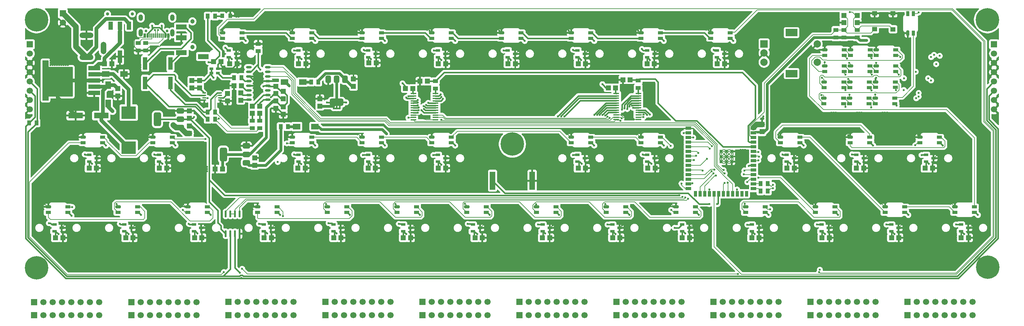
<source format=gbr>
%TF.GenerationSoftware,KiCad,Pcbnew,9.0.2*%
%TF.CreationDate,2025-12-20T16:45:10-05:00*%
%TF.ProjectId,Fracture,46726163-7475-4726-952e-6b696361645f,rev?*%
%TF.SameCoordinates,Original*%
%TF.FileFunction,Copper,L4,Bot*%
%TF.FilePolarity,Positive*%
%FSLAX46Y46*%
G04 Gerber Fmt 4.6, Leading zero omitted, Abs format (unit mm)*
G04 Created by KiCad (PCBNEW 9.0.2) date 2025-12-20 16:45:10*
%MOMM*%
%LPD*%
G01*
G04 APERTURE LIST*
G04 Aperture macros list*
%AMRoundRect*
0 Rectangle with rounded corners*
0 $1 Rounding radius*
0 $2 $3 $4 $5 $6 $7 $8 $9 X,Y pos of 4 corners*
0 Add a 4 corners polygon primitive as box body*
4,1,4,$2,$3,$4,$5,$6,$7,$8,$9,$2,$3,0*
0 Add four circle primitives for the rounded corners*
1,1,$1+$1,$2,$3*
1,1,$1+$1,$4,$5*
1,1,$1+$1,$6,$7*
1,1,$1+$1,$8,$9*
0 Add four rect primitives between the rounded corners*
20,1,$1+$1,$2,$3,$4,$5,0*
20,1,$1+$1,$4,$5,$6,$7,0*
20,1,$1+$1,$6,$7,$8,$9,0*
20,1,$1+$1,$8,$9,$2,$3,0*%
%AMFreePoly0*
4,1,21,4.105355,5.175355,4.120000,5.140000,4.120000,-5.780000,4.105355,-5.815355,4.070000,-5.830000,2.540000,-5.830000,2.504645,-5.815355,2.490000,-5.780000,2.490000,-4.050000,-4.060000,-4.050000,-4.095355,-4.035355,-4.110000,-4.000000,-4.110000,4.000000,-4.095355,4.035355,-4.060000,4.050000,2.490000,4.050000,2.490000,5.140000,2.504645,5.175355,2.540000,5.190000,4.070000,5.190000,
4.105355,5.175355,4.105355,5.175355,$1*%
G04 Aperture macros list end*
%TA.AperFunction,ComponentPad*%
%ADD10C,0.400000*%
%TD*%
%TA.AperFunction,SMDPad,CuDef*%
%ADD11R,1.500000X0.900000*%
%TD*%
%TA.AperFunction,SMDPad,CuDef*%
%ADD12R,0.900000X1.500000*%
%TD*%
%TA.AperFunction,SMDPad,CuDef*%
%ADD13R,0.900000X0.900000*%
%TD*%
%TA.AperFunction,ComponentPad*%
%ADD14R,1.700000X1.700000*%
%TD*%
%TA.AperFunction,ComponentPad*%
%ADD15C,1.700000*%
%TD*%
%TA.AperFunction,ComponentPad*%
%ADD16R,2.000000X2.000000*%
%TD*%
%TA.AperFunction,ComponentPad*%
%ADD17C,2.000000*%
%TD*%
%TA.AperFunction,ComponentPad*%
%ADD18R,3.200000X2.000000*%
%TD*%
%TA.AperFunction,SMDPad,CuDef*%
%ADD19R,1.450000X0.820000*%
%TD*%
%TA.AperFunction,SMDPad,CuDef*%
%ADD20RoundRect,0.205000X0.520000X0.205000X-0.520000X0.205000X-0.520000X-0.205000X0.520000X-0.205000X0*%
%TD*%
%TA.AperFunction,ComponentPad*%
%ADD21C,1.200000*%
%TD*%
%TA.AperFunction,SMDPad,CuDef*%
%ADD22R,3.000000X1.400000*%
%TD*%
%TA.AperFunction,ComponentPad*%
%ADD23C,0.800000*%
%TD*%
%TA.AperFunction,ComponentPad*%
%ADD24C,6.400000*%
%TD*%
%TA.AperFunction,ComponentPad*%
%ADD25O,3.800000X1.500000*%
%TD*%
%TA.AperFunction,ComponentPad*%
%ADD26O,1.500000X3.400000*%
%TD*%
%TA.AperFunction,ComponentPad*%
%ADD27C,0.750000*%
%TD*%
%TA.AperFunction,ComponentPad*%
%ADD28O,1.200000X2.000000*%
%TD*%
%TA.AperFunction,ComponentPad*%
%ADD29O,1.200000X1.800000*%
%TD*%
%TA.AperFunction,SMDPad,CuDef*%
%ADD30R,0.300000X1.300000*%
%TD*%
%TA.AperFunction,SMDPad,CuDef*%
%ADD31R,1.250000X0.700000*%
%TD*%
%TA.AperFunction,ComponentPad*%
%ADD32C,0.900000*%
%TD*%
%TA.AperFunction,SMDPad,CuDef*%
%ADD33R,1.200000X2.200000*%
%TD*%
%TA.AperFunction,SMDPad,CuDef*%
%ADD34R,4.000000X1.600000*%
%TD*%
%TA.AperFunction,SMDPad,CuDef*%
%ADD35R,1.410000X1.350000*%
%TD*%
%TA.AperFunction,SMDPad,CuDef*%
%ADD36R,1.380000X1.130000*%
%TD*%
%TA.AperFunction,SMDPad,CuDef*%
%ADD37R,1.500000X5.000000*%
%TD*%
%TA.AperFunction,SMDPad,CuDef*%
%ADD38R,1.360000X1.230000*%
%TD*%
%TA.AperFunction,SMDPad,CuDef*%
%ADD39R,1.350000X1.410000*%
%TD*%
%TA.AperFunction,SMDPad,CuDef*%
%ADD40R,1.650000X0.400000*%
%TD*%
%TA.AperFunction,SMDPad,CuDef*%
%ADD41R,2.060000X1.540000*%
%TD*%
%TA.AperFunction,SMDPad,CuDef*%
%ADD42R,1.130000X1.380000*%
%TD*%
%TA.AperFunction,SMDPad,CuDef*%
%ADD43R,0.820000X1.450000*%
%TD*%
%TA.AperFunction,SMDPad,CuDef*%
%ADD44RoundRect,0.205000X-0.205000X0.520000X-0.205000X-0.520000X0.205000X-0.520000X0.205000X0.520000X0*%
%TD*%
%TA.AperFunction,SMDPad,CuDef*%
%ADD45RoundRect,0.375000X-0.375000X0.625000X-0.375000X-0.625000X0.375000X-0.625000X0.375000X0.625000X0*%
%TD*%
%TA.AperFunction,SMDPad,CuDef*%
%ADD46RoundRect,0.500000X-1.400000X0.500000X-1.400000X-0.500000X1.400000X-0.500000X1.400000X0.500000X0*%
%TD*%
%TA.AperFunction,SMDPad,CuDef*%
%ADD47RoundRect,0.375000X0.625000X0.375000X-0.625000X0.375000X-0.625000X-0.375000X0.625000X-0.375000X0*%
%TD*%
%TA.AperFunction,SMDPad,CuDef*%
%ADD48RoundRect,0.500000X0.500000X1.400000X-0.500000X1.400000X-0.500000X-1.400000X0.500000X-1.400000X0*%
%TD*%
%TA.AperFunction,SMDPad,CuDef*%
%ADD49R,3.200000X1.150000*%
%TD*%
%TA.AperFunction,SMDPad,CuDef*%
%ADD50FreePoly0,180.000000*%
%TD*%
%TA.AperFunction,SMDPad,CuDef*%
%ADD51O,0.570000X1.950000*%
%TD*%
%TA.AperFunction,SMDPad,CuDef*%
%ADD52R,1.000000X0.800000*%
%TD*%
%TA.AperFunction,SMDPad,CuDef*%
%ADD53R,4.000000X3.500000*%
%TD*%
%TA.AperFunction,SMDPad,CuDef*%
%ADD54R,1.200000X3.500000*%
%TD*%
%TA.AperFunction,SMDPad,CuDef*%
%ADD55R,1.000000X1.250000*%
%TD*%
%TA.AperFunction,SMDPad,CuDef*%
%ADD56R,1.540000X2.060000*%
%TD*%
%TA.AperFunction,SMDPad,CuDef*%
%ADD57O,1.600000X0.600000*%
%TD*%
%TA.AperFunction,SMDPad,CuDef*%
%ADD58R,1.100000X0.400000*%
%TD*%
%TA.AperFunction,ViaPad*%
%ADD59C,0.600000*%
%TD*%
%TA.AperFunction,Conductor*%
%ADD60C,0.200000*%
%TD*%
%TA.AperFunction,Conductor*%
%ADD61C,0.400000*%
%TD*%
%TA.AperFunction,Conductor*%
%ADD62C,0.800000*%
%TD*%
%TA.AperFunction,Conductor*%
%ADD63C,1.500000*%
%TD*%
%TA.AperFunction,Conductor*%
%ADD64C,1.000000*%
%TD*%
G04 APERTURE END LIST*
D10*
%TO.P,U5,*%
%TO.N,*%
X208700000Y-65492500D03*
X208700000Y-66892500D03*
X208000000Y-64792500D03*
X208000000Y-66192500D03*
X208000000Y-67592500D03*
X207300000Y-65492500D03*
X207300000Y-66892500D03*
X206600000Y-64792500D03*
X206600000Y-66192500D03*
X206600000Y-67592500D03*
X205900000Y-65492500D03*
X205900000Y-66892500D03*
D11*
%TO.P,U5,1,GND*%
%TO.N,AGND*%
X214700000Y-58482500D03*
%TO.P,U5,2,3V3*%
%TO.N,+3.3V*%
X214700000Y-59752500D03*
%TO.P,U5,3,EN*%
%TO.N,CHIP_PU*%
X214700000Y-61022500D03*
%TO.P,U5,4,IO4*%
%TO.N,AM0*%
X214700000Y-62292500D03*
%TO.P,U5,5,IO5*%
%TO.N,AM1*%
X214700000Y-63562500D03*
%TO.P,U5,6,IO6*%
%TO.N,SELECT0*%
X214700000Y-64832500D03*
%TO.P,U5,7,IO7*%
%TO.N,SELECT1*%
X214700000Y-66102500D03*
%TO.P,U5,8,IO15*%
%TO.N,D15*%
X214700000Y-67372500D03*
%TO.P,U5,9,IO16*%
%TO.N,MUTE_B*%
X214700000Y-68642500D03*
%TO.P,U5,10,IO17*%
%TO.N,UART_TX*%
X214700000Y-69912500D03*
%TO.P,U5,11,IO18*%
%TO.N,UART_RX*%
X214700000Y-71182500D03*
%TO.P,U5,12,IO8*%
%TO.N,SELECT2*%
X214700000Y-72452500D03*
%TO.P,U5,13,IO19*%
%TO.N,Net-(U5-IO19)*%
X214700000Y-73722500D03*
%TO.P,U5,14,IO20*%
%TO.N,Net-(U5-IO20)*%
X214700000Y-74992500D03*
D12*
%TO.P,U5,15,IO3*%
%TO.N,unconnected-(U5-IO3-Pad15)*%
X212780000Y-76382500D03*
%TO.P,U5,16,IO46*%
%TO.N,unconnected-(U5-IO46-Pad16)*%
X211510000Y-76382500D03*
%TO.P,U5,17,IO9*%
%TO.N,SELECT3*%
X210240000Y-76382500D03*
%TO.P,U5,18,IO10*%
%TO.N,I2S DOUT*%
X208970000Y-76382500D03*
%TO.P,U5,19,IO11*%
%TO.N,I2S LRCK*%
X207700000Y-76382500D03*
%TO.P,U5,20,IO12*%
%TO.N,I2S BCLK*%
X206430000Y-76382500D03*
%TO.P,U5,21,IO13*%
%TO.N,BUZZER_DATA*%
X205160000Y-76382500D03*
%TO.P,U5,22,IO14*%
%TO.N,LED_DATA*%
X203890000Y-76382500D03*
%TO.P,U5,23,IO21*%
%TO.N,UART MODE*%
X202620000Y-76382500D03*
%TO.P,U5,24,IO47*%
%TO.N,D47*%
X201350000Y-76382500D03*
%TO.P,U5,25,IO48*%
%TO.N,D48*%
X200080000Y-76382500D03*
%TO.P,U5,26,IO45*%
%TO.N,unconnected-(U5-IO45-Pad26)*%
X198810000Y-76382500D03*
D11*
%TO.P,U5,27,IO0*%
%TO.N,GPIO 0*%
X196900000Y-74992500D03*
%TO.P,U5,28,IO35*%
%TO.N,D35*%
X196900000Y-73722500D03*
%TO.P,U5,29,IO36*%
%TO.N,D36*%
X196900000Y-72452500D03*
%TO.P,U5,30,IO37*%
%TO.N,D37*%
X196900000Y-71182500D03*
%TO.P,U5,31,IO38*%
%TO.N,D38*%
X196900000Y-69912500D03*
%TO.P,U5,32,IO39*%
%TO.N,D39*%
X196900000Y-68642500D03*
%TO.P,U5,33,IO40*%
%TO.N,D40*%
X196900000Y-67372500D03*
%TO.P,U5,34,IO41*%
%TO.N,D41*%
X196900000Y-66102500D03*
%TO.P,U5,35,IO42*%
%TO.N,D42*%
X196900000Y-64832500D03*
%TO.P,U5,36,RXD0*%
%TO.N,DRX*%
X196900000Y-63562500D03*
%TO.P,U5,37,TXD0*%
%TO.N,DTX*%
X196900000Y-62292500D03*
%TO.P,U5,38,IO2*%
%TO.N,D2*%
X196900000Y-61022500D03*
%TO.P,U5,39,IO1*%
%TO.N,D1*%
X196900000Y-59752500D03*
%TO.P,U5,40,GND*%
%TO.N,AGND*%
X196900000Y-58482500D03*
D13*
%TO.P,U5,41,GND*%
X208700000Y-64792500D03*
X208700000Y-66192500D03*
X208700000Y-67592500D03*
X207300000Y-64792500D03*
X207300000Y-66192500D03*
X207300000Y-67592500D03*
X205900000Y-64792500D03*
X205900000Y-66192500D03*
X205900000Y-67592500D03*
%TD*%
D14*
%TO.P,J5,1,Pin_1*%
%TO.N,Net-(J5-Pin_1)*%
X256725000Y-109540000D03*
D15*
%TO.P,J5,2,Pin_2*%
%TO.N,Net-(J5-Pin_2)*%
X259265000Y-109540000D03*
%TO.P,J5,3,Pin_3*%
%TO.N,Net-(J5-Pin_3)*%
X261805000Y-109540000D03*
%TO.P,J5,4,Pin_4*%
%TO.N,Net-(J5-Pin_4)*%
X264345000Y-109540000D03*
%TO.P,J5,5,Pin_5*%
%TO.N,Net-(J5-Pin_5)*%
X266885000Y-109540000D03*
%TO.P,J5,6,Pin_6*%
%TO.N,Net-(J5-Pin_6)*%
X269425000Y-109540000D03*
%TO.P,J5,7,Pin_7*%
%TO.N,Net-(J5-Pin_7)*%
X271965000Y-109540000D03*
%TO.P,J5,8,Pin_8*%
%TO.N,Net-(J5-Pin_8)*%
X274505000Y-109540000D03*
%TD*%
D14*
%TO.P,J6,1,Pin_1*%
%TO.N,Net-(J5-Pin_1)*%
X256720000Y-105965000D03*
D15*
%TO.P,J6,2,Pin_2*%
%TO.N,Net-(J5-Pin_2)*%
X259260000Y-105965000D03*
%TO.P,J6,3,Pin_3*%
%TO.N,Net-(J5-Pin_3)*%
X261800000Y-105965000D03*
%TO.P,J6,4,Pin_4*%
%TO.N,Net-(J5-Pin_4)*%
X264340000Y-105965000D03*
%TO.P,J6,5,Pin_5*%
%TO.N,Net-(J5-Pin_5)*%
X266880000Y-105965000D03*
%TO.P,J6,6,Pin_6*%
%TO.N,Net-(J5-Pin_6)*%
X269420000Y-105965000D03*
%TO.P,J6,7,Pin_7*%
%TO.N,Net-(J5-Pin_7)*%
X271960000Y-105965000D03*
%TO.P,J6,8,Pin_8*%
%TO.N,Net-(J5-Pin_8)*%
X274500000Y-105965000D03*
%TD*%
D14*
%TO.P,J5,1,Pin_1*%
%TO.N,Net-(J5-Pin_1)*%
X230225000Y-109540000D03*
D15*
%TO.P,J5,2,Pin_2*%
%TO.N,Net-(J5-Pin_2)*%
X232765000Y-109540000D03*
%TO.P,J5,3,Pin_3*%
%TO.N,Net-(J5-Pin_3)*%
X235305000Y-109540000D03*
%TO.P,J5,4,Pin_4*%
%TO.N,Net-(J5-Pin_4)*%
X237845000Y-109540000D03*
%TO.P,J5,5,Pin_5*%
%TO.N,Net-(J5-Pin_5)*%
X240385000Y-109540000D03*
%TO.P,J5,6,Pin_6*%
%TO.N,Net-(J5-Pin_6)*%
X242925000Y-109540000D03*
%TO.P,J5,7,Pin_7*%
%TO.N,Net-(J5-Pin_7)*%
X245465000Y-109540000D03*
%TO.P,J5,8,Pin_8*%
%TO.N,Net-(J5-Pin_8)*%
X248005000Y-109540000D03*
%TD*%
D14*
%TO.P,J6,1,Pin_1*%
%TO.N,Net-(J5-Pin_1)*%
X230220000Y-105965000D03*
D15*
%TO.P,J6,2,Pin_2*%
%TO.N,Net-(J5-Pin_2)*%
X232760000Y-105965000D03*
%TO.P,J6,3,Pin_3*%
%TO.N,Net-(J5-Pin_3)*%
X235300000Y-105965000D03*
%TO.P,J6,4,Pin_4*%
%TO.N,Net-(J5-Pin_4)*%
X237840000Y-105965000D03*
%TO.P,J6,5,Pin_5*%
%TO.N,Net-(J5-Pin_5)*%
X240380000Y-105965000D03*
%TO.P,J6,6,Pin_6*%
%TO.N,Net-(J5-Pin_6)*%
X242920000Y-105965000D03*
%TO.P,J6,7,Pin_7*%
%TO.N,Net-(J5-Pin_7)*%
X245460000Y-105965000D03*
%TO.P,J6,8,Pin_8*%
%TO.N,Net-(J5-Pin_8)*%
X248000000Y-105965000D03*
%TD*%
D14*
%TO.P,J5,1,Pin_1*%
%TO.N,Net-(J5-Pin_1)*%
X203725000Y-109540000D03*
D15*
%TO.P,J5,2,Pin_2*%
%TO.N,Net-(J5-Pin_2)*%
X206265000Y-109540000D03*
%TO.P,J5,3,Pin_3*%
%TO.N,Net-(J5-Pin_3)*%
X208805000Y-109540000D03*
%TO.P,J5,4,Pin_4*%
%TO.N,Net-(J5-Pin_4)*%
X211345000Y-109540000D03*
%TO.P,J5,5,Pin_5*%
%TO.N,Net-(J5-Pin_5)*%
X213885000Y-109540000D03*
%TO.P,J5,6,Pin_6*%
%TO.N,Net-(J5-Pin_6)*%
X216425000Y-109540000D03*
%TO.P,J5,7,Pin_7*%
%TO.N,Net-(J5-Pin_7)*%
X218965000Y-109540000D03*
%TO.P,J5,8,Pin_8*%
%TO.N,Net-(J5-Pin_8)*%
X221505000Y-109540000D03*
%TD*%
D14*
%TO.P,J6,1,Pin_1*%
%TO.N,Net-(J5-Pin_1)*%
X203720000Y-105965000D03*
D15*
%TO.P,J6,2,Pin_2*%
%TO.N,Net-(J5-Pin_2)*%
X206260000Y-105965000D03*
%TO.P,J6,3,Pin_3*%
%TO.N,Net-(J5-Pin_3)*%
X208800000Y-105965000D03*
%TO.P,J6,4,Pin_4*%
%TO.N,Net-(J5-Pin_4)*%
X211340000Y-105965000D03*
%TO.P,J6,5,Pin_5*%
%TO.N,Net-(J5-Pin_5)*%
X213880000Y-105965000D03*
%TO.P,J6,6,Pin_6*%
%TO.N,Net-(J5-Pin_6)*%
X216420000Y-105965000D03*
%TO.P,J6,7,Pin_7*%
%TO.N,Net-(J5-Pin_7)*%
X218960000Y-105965000D03*
%TO.P,J6,8,Pin_8*%
%TO.N,Net-(J5-Pin_8)*%
X221500000Y-105965000D03*
%TD*%
D14*
%TO.P,J5,1,Pin_1*%
%TO.N,Net-(J5-Pin_1)*%
X177225000Y-109540000D03*
D15*
%TO.P,J5,2,Pin_2*%
%TO.N,Net-(J5-Pin_2)*%
X179765000Y-109540000D03*
%TO.P,J5,3,Pin_3*%
%TO.N,Net-(J5-Pin_3)*%
X182305000Y-109540000D03*
%TO.P,J5,4,Pin_4*%
%TO.N,Net-(J5-Pin_4)*%
X184845000Y-109540000D03*
%TO.P,J5,5,Pin_5*%
%TO.N,Net-(J5-Pin_5)*%
X187385000Y-109540000D03*
%TO.P,J5,6,Pin_6*%
%TO.N,Net-(J5-Pin_6)*%
X189925000Y-109540000D03*
%TO.P,J5,7,Pin_7*%
%TO.N,Net-(J5-Pin_7)*%
X192465000Y-109540000D03*
%TO.P,J5,8,Pin_8*%
%TO.N,Net-(J5-Pin_8)*%
X195005000Y-109540000D03*
%TD*%
D14*
%TO.P,J6,1,Pin_1*%
%TO.N,Net-(J5-Pin_1)*%
X177220000Y-105965000D03*
D15*
%TO.P,J6,2,Pin_2*%
%TO.N,Net-(J5-Pin_2)*%
X179760000Y-105965000D03*
%TO.P,J6,3,Pin_3*%
%TO.N,Net-(J5-Pin_3)*%
X182300000Y-105965000D03*
%TO.P,J6,4,Pin_4*%
%TO.N,Net-(J5-Pin_4)*%
X184840000Y-105965000D03*
%TO.P,J6,5,Pin_5*%
%TO.N,Net-(J5-Pin_5)*%
X187380000Y-105965000D03*
%TO.P,J6,6,Pin_6*%
%TO.N,Net-(J5-Pin_6)*%
X189920000Y-105965000D03*
%TO.P,J6,7,Pin_7*%
%TO.N,Net-(J5-Pin_7)*%
X192460000Y-105965000D03*
%TO.P,J6,8,Pin_8*%
%TO.N,Net-(J5-Pin_8)*%
X195000000Y-105965000D03*
%TD*%
D14*
%TO.P,J5,1,Pin_1*%
%TO.N,Net-(J5-Pin_1)*%
X150725000Y-109540000D03*
D15*
%TO.P,J5,2,Pin_2*%
%TO.N,Net-(J5-Pin_2)*%
X153265000Y-109540000D03*
%TO.P,J5,3,Pin_3*%
%TO.N,Net-(J5-Pin_3)*%
X155805000Y-109540000D03*
%TO.P,J5,4,Pin_4*%
%TO.N,Net-(J5-Pin_4)*%
X158345000Y-109540000D03*
%TO.P,J5,5,Pin_5*%
%TO.N,Net-(J5-Pin_5)*%
X160885000Y-109540000D03*
%TO.P,J5,6,Pin_6*%
%TO.N,Net-(J5-Pin_6)*%
X163425000Y-109540000D03*
%TO.P,J5,7,Pin_7*%
%TO.N,Net-(J5-Pin_7)*%
X165965000Y-109540000D03*
%TO.P,J5,8,Pin_8*%
%TO.N,Net-(J5-Pin_8)*%
X168505000Y-109540000D03*
%TD*%
D14*
%TO.P,J6,1,Pin_1*%
%TO.N,Net-(J5-Pin_1)*%
X150720000Y-105965000D03*
D15*
%TO.P,J6,2,Pin_2*%
%TO.N,Net-(J5-Pin_2)*%
X153260000Y-105965000D03*
%TO.P,J6,3,Pin_3*%
%TO.N,Net-(J5-Pin_3)*%
X155800000Y-105965000D03*
%TO.P,J6,4,Pin_4*%
%TO.N,Net-(J5-Pin_4)*%
X158340000Y-105965000D03*
%TO.P,J6,5,Pin_5*%
%TO.N,Net-(J5-Pin_5)*%
X160880000Y-105965000D03*
%TO.P,J6,6,Pin_6*%
%TO.N,Net-(J5-Pin_6)*%
X163420000Y-105965000D03*
%TO.P,J6,7,Pin_7*%
%TO.N,Net-(J5-Pin_7)*%
X165960000Y-105965000D03*
%TO.P,J6,8,Pin_8*%
%TO.N,Net-(J5-Pin_8)*%
X168500000Y-105965000D03*
%TD*%
D14*
%TO.P,J5,1,Pin_1*%
%TO.N,Net-(J5-Pin_1)*%
X124225000Y-109540000D03*
D15*
%TO.P,J5,2,Pin_2*%
%TO.N,Net-(J5-Pin_2)*%
X126765000Y-109540000D03*
%TO.P,J5,3,Pin_3*%
%TO.N,Net-(J5-Pin_3)*%
X129305000Y-109540000D03*
%TO.P,J5,4,Pin_4*%
%TO.N,Net-(J5-Pin_4)*%
X131845000Y-109540000D03*
%TO.P,J5,5,Pin_5*%
%TO.N,Net-(J5-Pin_5)*%
X134385000Y-109540000D03*
%TO.P,J5,6,Pin_6*%
%TO.N,Net-(J5-Pin_6)*%
X136925000Y-109540000D03*
%TO.P,J5,7,Pin_7*%
%TO.N,Net-(J5-Pin_7)*%
X139465000Y-109540000D03*
%TO.P,J5,8,Pin_8*%
%TO.N,Net-(J5-Pin_8)*%
X142005000Y-109540000D03*
%TD*%
D14*
%TO.P,J6,1,Pin_1*%
%TO.N,Net-(J5-Pin_1)*%
X124220000Y-105965000D03*
D15*
%TO.P,J6,2,Pin_2*%
%TO.N,Net-(J5-Pin_2)*%
X126760000Y-105965000D03*
%TO.P,J6,3,Pin_3*%
%TO.N,Net-(J5-Pin_3)*%
X129300000Y-105965000D03*
%TO.P,J6,4,Pin_4*%
%TO.N,Net-(J5-Pin_4)*%
X131840000Y-105965000D03*
%TO.P,J6,5,Pin_5*%
%TO.N,Net-(J5-Pin_5)*%
X134380000Y-105965000D03*
%TO.P,J6,6,Pin_6*%
%TO.N,Net-(J5-Pin_6)*%
X136920000Y-105965000D03*
%TO.P,J6,7,Pin_7*%
%TO.N,Net-(J5-Pin_7)*%
X139460000Y-105965000D03*
%TO.P,J6,8,Pin_8*%
%TO.N,Net-(J5-Pin_8)*%
X142000000Y-105965000D03*
%TD*%
D14*
%TO.P,J5,1,Pin_1*%
%TO.N,Net-(J5-Pin_1)*%
X97725000Y-109540000D03*
D15*
%TO.P,J5,2,Pin_2*%
%TO.N,Net-(J5-Pin_2)*%
X100265000Y-109540000D03*
%TO.P,J5,3,Pin_3*%
%TO.N,Net-(J5-Pin_3)*%
X102805000Y-109540000D03*
%TO.P,J5,4,Pin_4*%
%TO.N,Net-(J5-Pin_4)*%
X105345000Y-109540000D03*
%TO.P,J5,5,Pin_5*%
%TO.N,Net-(J5-Pin_5)*%
X107885000Y-109540000D03*
%TO.P,J5,6,Pin_6*%
%TO.N,Net-(J5-Pin_6)*%
X110425000Y-109540000D03*
%TO.P,J5,7,Pin_7*%
%TO.N,Net-(J5-Pin_7)*%
X112965000Y-109540000D03*
%TO.P,J5,8,Pin_8*%
%TO.N,Net-(J5-Pin_8)*%
X115505000Y-109540000D03*
%TD*%
D14*
%TO.P,J6,1,Pin_1*%
%TO.N,Net-(J5-Pin_1)*%
X97720000Y-105965000D03*
D15*
%TO.P,J6,2,Pin_2*%
%TO.N,Net-(J5-Pin_2)*%
X100260000Y-105965000D03*
%TO.P,J6,3,Pin_3*%
%TO.N,Net-(J5-Pin_3)*%
X102800000Y-105965000D03*
%TO.P,J6,4,Pin_4*%
%TO.N,Net-(J5-Pin_4)*%
X105340000Y-105965000D03*
%TO.P,J6,5,Pin_5*%
%TO.N,Net-(J5-Pin_5)*%
X107880000Y-105965000D03*
%TO.P,J6,6,Pin_6*%
%TO.N,Net-(J5-Pin_6)*%
X110420000Y-105965000D03*
%TO.P,J6,7,Pin_7*%
%TO.N,Net-(J5-Pin_7)*%
X112960000Y-105965000D03*
%TO.P,J6,8,Pin_8*%
%TO.N,Net-(J5-Pin_8)*%
X115500000Y-105965000D03*
%TD*%
D14*
%TO.P,J5,1,Pin_1*%
%TO.N,Net-(J5-Pin_1)*%
X71225000Y-109540000D03*
D15*
%TO.P,J5,2,Pin_2*%
%TO.N,Net-(J5-Pin_2)*%
X73765000Y-109540000D03*
%TO.P,J5,3,Pin_3*%
%TO.N,Net-(J5-Pin_3)*%
X76305000Y-109540000D03*
%TO.P,J5,4,Pin_4*%
%TO.N,Net-(J5-Pin_4)*%
X78845000Y-109540000D03*
%TO.P,J5,5,Pin_5*%
%TO.N,Net-(J5-Pin_5)*%
X81385000Y-109540000D03*
%TO.P,J5,6,Pin_6*%
%TO.N,Net-(J5-Pin_6)*%
X83925000Y-109540000D03*
%TO.P,J5,7,Pin_7*%
%TO.N,Net-(J5-Pin_7)*%
X86465000Y-109540000D03*
%TO.P,J5,8,Pin_8*%
%TO.N,Net-(J5-Pin_8)*%
X89005000Y-109540000D03*
%TD*%
D14*
%TO.P,J6,1,Pin_1*%
%TO.N,Net-(J5-Pin_1)*%
X71220000Y-105965000D03*
D15*
%TO.P,J6,2,Pin_2*%
%TO.N,Net-(J5-Pin_2)*%
X73760000Y-105965000D03*
%TO.P,J6,3,Pin_3*%
%TO.N,Net-(J5-Pin_3)*%
X76300000Y-105965000D03*
%TO.P,J6,4,Pin_4*%
%TO.N,Net-(J5-Pin_4)*%
X78840000Y-105965000D03*
%TO.P,J6,5,Pin_5*%
%TO.N,Net-(J5-Pin_5)*%
X81380000Y-105965000D03*
%TO.P,J6,6,Pin_6*%
%TO.N,Net-(J5-Pin_6)*%
X83920000Y-105965000D03*
%TO.P,J6,7,Pin_7*%
%TO.N,Net-(J5-Pin_7)*%
X86460000Y-105965000D03*
%TO.P,J6,8,Pin_8*%
%TO.N,Net-(J5-Pin_8)*%
X89000000Y-105965000D03*
%TD*%
D14*
%TO.P,J6,1,Pin_1*%
%TO.N,Net-(J5-Pin_1)*%
X44725000Y-105995000D03*
D15*
%TO.P,J6,2,Pin_2*%
%TO.N,Net-(J5-Pin_2)*%
X47265000Y-105995000D03*
%TO.P,J6,3,Pin_3*%
%TO.N,Net-(J5-Pin_3)*%
X49805000Y-105995000D03*
%TO.P,J6,4,Pin_4*%
%TO.N,Net-(J5-Pin_4)*%
X52345000Y-105995000D03*
%TO.P,J6,5,Pin_5*%
%TO.N,Net-(J5-Pin_5)*%
X54885000Y-105995000D03*
%TO.P,J6,6,Pin_6*%
%TO.N,Net-(J5-Pin_6)*%
X57425000Y-105995000D03*
%TO.P,J6,7,Pin_7*%
%TO.N,Net-(J5-Pin_7)*%
X59965000Y-105995000D03*
%TO.P,J6,8,Pin_8*%
%TO.N,Net-(J5-Pin_8)*%
X62505000Y-105995000D03*
%TD*%
D14*
%TO.P,J5,1,Pin_1*%
%TO.N,Net-(J5-Pin_1)*%
X44730000Y-109570000D03*
D15*
%TO.P,J5,2,Pin_2*%
%TO.N,Net-(J5-Pin_2)*%
X47270000Y-109570000D03*
%TO.P,J5,3,Pin_3*%
%TO.N,Net-(J5-Pin_3)*%
X49810000Y-109570000D03*
%TO.P,J5,4,Pin_4*%
%TO.N,Net-(J5-Pin_4)*%
X52350000Y-109570000D03*
%TO.P,J5,5,Pin_5*%
%TO.N,Net-(J5-Pin_5)*%
X54890000Y-109570000D03*
%TO.P,J5,6,Pin_6*%
%TO.N,Net-(J5-Pin_6)*%
X57430000Y-109570000D03*
%TO.P,J5,7,Pin_7*%
%TO.N,Net-(J5-Pin_7)*%
X59970000Y-109570000D03*
%TO.P,J5,8,Pin_8*%
%TO.N,Net-(J5-Pin_8)*%
X62510000Y-109570000D03*
%TD*%
D14*
%TO.P,J6,1,Pin_1*%
%TO.N,Net-(J5-Pin_1)*%
X18175000Y-105995000D03*
D15*
%TO.P,J6,2,Pin_2*%
%TO.N,Net-(J5-Pin_2)*%
X20715000Y-105995000D03*
%TO.P,J6,3,Pin_3*%
%TO.N,Net-(J5-Pin_3)*%
X23255000Y-105995000D03*
%TO.P,J6,4,Pin_4*%
%TO.N,Net-(J5-Pin_4)*%
X25795000Y-105995000D03*
%TO.P,J6,5,Pin_5*%
%TO.N,Net-(J5-Pin_5)*%
X28335000Y-105995000D03*
%TO.P,J6,6,Pin_6*%
%TO.N,Net-(J5-Pin_6)*%
X30875000Y-105995000D03*
%TO.P,J6,7,Pin_7*%
%TO.N,Net-(J5-Pin_7)*%
X33415000Y-105995000D03*
%TO.P,J6,8,Pin_8*%
%TO.N,Net-(J5-Pin_8)*%
X35955000Y-105995000D03*
%TD*%
D14*
%TO.P,J5,1,Pin_1*%
%TO.N,Net-(J5-Pin_1)*%
X18180000Y-109570000D03*
D15*
%TO.P,J5,2,Pin_2*%
%TO.N,Net-(J5-Pin_2)*%
X20720000Y-109570000D03*
%TO.P,J5,3,Pin_3*%
%TO.N,Net-(J5-Pin_3)*%
X23260000Y-109570000D03*
%TO.P,J5,4,Pin_4*%
%TO.N,Net-(J5-Pin_4)*%
X25800000Y-109570000D03*
%TO.P,J5,5,Pin_5*%
%TO.N,Net-(J5-Pin_5)*%
X28340000Y-109570000D03*
%TO.P,J5,6,Pin_6*%
%TO.N,Net-(J5-Pin_6)*%
X30880000Y-109570000D03*
%TO.P,J5,7,Pin_7*%
%TO.N,Net-(J5-Pin_7)*%
X33420000Y-109570000D03*
%TO.P,J5,8,Pin_8*%
%TO.N,Net-(J5-Pin_8)*%
X35960000Y-109570000D03*
%TD*%
D16*
%TO.P,SW4,A,A*%
%TO.N,D1*%
X217575000Y-35400000D03*
D17*
%TO.P,SW4,B,B*%
%TO.N,D2*%
X217575000Y-40400000D03*
%TO.P,SW4,C,C*%
%TO.N,AGND*%
X217575000Y-37900000D03*
D18*
%TO.P,SW4,MP*%
%TO.N,N/C*%
X225075000Y-32300000D03*
X225075000Y-43500000D03*
D17*
%TO.P,SW4,S1,S1*%
%TO.N,D15*%
X232075000Y-40400000D03*
%TO.P,SW4,S2,S2*%
%TO.N,AGND*%
X232075000Y-35400000D03*
%TD*%
D19*
%TO.P,LED16,1,DOUT*%
%TO.N,Net-(LED16-DOUT)*%
X236925000Y-79975000D03*
D20*
%TO.P,LED16,2,VSS*%
%TO.N,AGND*%
X231575000Y-79975000D03*
D19*
%TO.P,LED16,3,DIN*%
%TO.N,Net-(LED15-DOUT)*%
X231575000Y-81475000D03*
%TO.P,LED16,4,VDD*%
%TO.N,+5V*%
X236925000Y-81475000D03*
%TD*%
D21*
%TO.P,CN1,*%
%TO.N,*%
X61400000Y-36245000D03*
X61400000Y-29245000D03*
D22*
%TO.P,CN1,1,1*%
%TO.N,unconnected-(CN1-Pad1)*%
X64400000Y-38845000D03*
%TO.P,CN1,2,2*%
%TO.N,VOUTRJ*%
X58400000Y-30745000D03*
%TO.P,CN1,3,3*%
%TO.N,AGND*%
X58400000Y-33745000D03*
%TO.P,CN1,4,4*%
%TO.N,VOUTLJ*%
X58400000Y-37745000D03*
%TD*%
D23*
%TO.P,H1,1*%
%TO.N,N/C*%
X16400000Y-96600000D03*
X17102944Y-94902944D03*
X17102944Y-98297056D03*
X18800000Y-94200000D03*
D24*
X18800000Y-96600000D03*
D23*
X18800000Y-99000000D03*
X20497056Y-94902944D03*
X20497056Y-98297056D03*
X21200000Y-96600000D03*
%TD*%
%TO.P,H2,1*%
%TO.N,N/C*%
X276302944Y-96497056D03*
X277005888Y-94800000D03*
X277005888Y-98194112D03*
X278702944Y-94097056D03*
D24*
X278702944Y-96497056D03*
D23*
X278702944Y-98897056D03*
X280400000Y-94800000D03*
X280400000Y-98194112D03*
X281102944Y-96497056D03*
%TD*%
%TO.P,H3,1*%
%TO.N,N/C*%
X16400000Y-28800000D03*
X17102944Y-27102944D03*
X17102944Y-30497056D03*
X18800000Y-26400000D03*
D24*
X18800000Y-28800000D03*
D23*
X18800000Y-31200000D03*
X20497056Y-27102944D03*
X20497056Y-30497056D03*
X21200000Y-28800000D03*
%TD*%
%TO.P,H4,1*%
%TO.N,N/C*%
X276200000Y-28800000D03*
X276902944Y-27102944D03*
X276902944Y-30497056D03*
X278600000Y-26400000D03*
D24*
X278600000Y-28800000D03*
D23*
X278600000Y-31200000D03*
X280297056Y-27102944D03*
X280297056Y-30497056D03*
X281000000Y-28800000D03*
%TD*%
%TO.P,H5,1*%
%TO.N,N/C*%
X146400000Y-62800000D03*
X147102944Y-61102944D03*
X147102944Y-64497056D03*
X148800000Y-60400000D03*
D24*
X148800000Y-62800000D03*
D23*
X148800000Y-65200000D03*
X150497056Y-61102944D03*
X150497056Y-64497056D03*
X151200000Y-62800000D03*
%TD*%
D25*
%TO.P,J2,1*%
%TO.N,+BATT*%
X32435000Y-39037500D03*
%TO.P,J2,2*%
%TO.N,AGND*%
X32435000Y-33037500D03*
D26*
%TO.P,J2,3*%
%TO.N,N/C*%
X37095000Y-36537500D03*
%TD*%
D19*
%TO.P,LED17,1,DOUT*%
%TO.N,Net-(LED17-DOUT)*%
X217875000Y-79975000D03*
D20*
%TO.P,LED17,2,VSS*%
%TO.N,AGND*%
X212525000Y-79975000D03*
D19*
%TO.P,LED17,3,DIN*%
%TO.N,Net-(LED16-DOUT)*%
X212525000Y-81475000D03*
%TO.P,LED17,4,VDD*%
%TO.N,+5V*%
X217875000Y-81475000D03*
%TD*%
%TO.P,LED18,1,DOUT*%
%TO.N,Net-(LED18-DOUT)*%
X198825000Y-79975000D03*
D20*
%TO.P,LED18,2,VSS*%
%TO.N,AGND*%
X193475000Y-79975000D03*
D19*
%TO.P,LED18,3,DIN*%
%TO.N,Net-(LED17-DOUT)*%
X193475000Y-81475000D03*
%TO.P,LED18,4,VDD*%
%TO.N,+5V*%
X198825000Y-81475000D03*
%TD*%
%TO.P,LED19,1,DOUT*%
%TO.N,Net-(LED19-DOUT)*%
X179775000Y-79975000D03*
D20*
%TO.P,LED19,2,VSS*%
%TO.N,AGND*%
X174425000Y-79975000D03*
D19*
%TO.P,LED19,3,DIN*%
%TO.N,Net-(LED18-DOUT)*%
X174425000Y-81475000D03*
%TO.P,LED19,4,VDD*%
%TO.N,+5V*%
X179775000Y-81475000D03*
%TD*%
%TO.P,LED20,1,DOUT*%
%TO.N,Net-(LED20-DOUT)*%
X160725000Y-79975000D03*
D20*
%TO.P,LED20,2,VSS*%
%TO.N,AGND*%
X155375000Y-79975000D03*
D19*
%TO.P,LED20,3,DIN*%
%TO.N,Net-(LED19-DOUT)*%
X155375000Y-81475000D03*
%TO.P,LED20,4,VDD*%
%TO.N,+5V*%
X160725000Y-81475000D03*
%TD*%
%TO.P,LED21,1,DOUT*%
%TO.N,Net-(LED21-DOUT)*%
X141675000Y-79975000D03*
D20*
%TO.P,LED21,2,VSS*%
%TO.N,AGND*%
X136325000Y-79975000D03*
D19*
%TO.P,LED21,3,DIN*%
%TO.N,Net-(LED20-DOUT)*%
X136325000Y-81475000D03*
%TO.P,LED21,4,VDD*%
%TO.N,+5V*%
X141675000Y-81475000D03*
%TD*%
%TO.P,LED22,1,DOUT*%
%TO.N,Net-(LED22-DOUT)*%
X122625000Y-79975000D03*
D20*
%TO.P,LED22,2,VSS*%
%TO.N,AGND*%
X117275000Y-79975000D03*
D19*
%TO.P,LED22,3,DIN*%
%TO.N,Net-(LED21-DOUT)*%
X117275000Y-81475000D03*
%TO.P,LED22,4,VDD*%
%TO.N,+5V*%
X122625000Y-81475000D03*
%TD*%
%TO.P,LED23,1,DOUT*%
%TO.N,Net-(LED23-DOUT)*%
X103575000Y-79975000D03*
D20*
%TO.P,LED23,2,VSS*%
%TO.N,AGND*%
X98225000Y-79975000D03*
D19*
%TO.P,LED23,3,DIN*%
%TO.N,Net-(LED22-DOUT)*%
X98225000Y-81475000D03*
%TO.P,LED23,4,VDD*%
%TO.N,+5V*%
X103575000Y-81475000D03*
%TD*%
%TO.P,LED24,1,DOUT*%
%TO.N,Net-(LED24-DOUT)*%
X84525000Y-79975000D03*
D20*
%TO.P,LED24,2,VSS*%
%TO.N,AGND*%
X79175000Y-79975000D03*
D19*
%TO.P,LED24,3,DIN*%
%TO.N,Net-(LED23-DOUT)*%
X79175000Y-81475000D03*
%TO.P,LED24,4,VDD*%
%TO.N,+5V*%
X84525000Y-81475000D03*
%TD*%
%TO.P,LED25,1,DOUT*%
%TO.N,Net-(LED25-DOUT)*%
X65475000Y-79975000D03*
D20*
%TO.P,LED25,2,VSS*%
%TO.N,AGND*%
X60125000Y-79975000D03*
D19*
%TO.P,LED25,3,DIN*%
%TO.N,Net-(LED24-DOUT)*%
X60125000Y-81475000D03*
%TO.P,LED25,4,VDD*%
%TO.N,+5V*%
X65475000Y-81475000D03*
%TD*%
%TO.P,LED26,1,DOUT*%
%TO.N,Net-(LED26-DOUT)*%
X46425000Y-79975000D03*
D20*
%TO.P,LED26,2,VSS*%
%TO.N,AGND*%
X41075000Y-79975000D03*
D19*
%TO.P,LED26,3,DIN*%
%TO.N,Net-(LED25-DOUT)*%
X41075000Y-81475000D03*
%TO.P,LED26,4,VDD*%
%TO.N,+5V*%
X46425000Y-81475000D03*
%TD*%
%TO.P,LED27,1,DOUT*%
%TO.N,Net-(LED27-DOUT)*%
X27375000Y-79975000D03*
D20*
%TO.P,LED27,2,VSS*%
%TO.N,AGND*%
X22025000Y-79975000D03*
D19*
%TO.P,LED27,3,DIN*%
%TO.N,Net-(LED26-DOUT)*%
X22025000Y-81475000D03*
%TO.P,LED27,4,VDD*%
%TO.N,+5V*%
X27375000Y-81475000D03*
%TD*%
%TO.P,LED28,1,DOUT*%
%TO.N,Net-(LED28-DOUT)*%
X265500000Y-60925000D03*
D20*
%TO.P,LED28,2,VSS*%
%TO.N,AGND*%
X260150000Y-60925000D03*
D19*
%TO.P,LED28,3,DIN*%
%TO.N,Net-(LED27-DOUT)*%
X260150000Y-62425000D03*
%TO.P,LED28,4,VDD*%
%TO.N,+5V*%
X265500000Y-62425000D03*
%TD*%
%TO.P,LED29,1,DOUT*%
%TO.N,Net-(LED29-DOUT)*%
X246450000Y-60925000D03*
D20*
%TO.P,LED29,2,VSS*%
%TO.N,AGND*%
X241100000Y-60925000D03*
D19*
%TO.P,LED29,3,DIN*%
%TO.N,Net-(LED28-DOUT)*%
X241100000Y-62425000D03*
%TO.P,LED29,4,VDD*%
%TO.N,+5V*%
X246450000Y-62425000D03*
%TD*%
%TO.P,LED30,1,DOUT*%
%TO.N,Net-(LED30-DOUT)*%
X227400000Y-60925000D03*
D20*
%TO.P,LED30,2,VSS*%
%TO.N,AGND*%
X222050000Y-60925000D03*
D19*
%TO.P,LED30,3,DIN*%
%TO.N,Net-(LED29-DOUT)*%
X222050000Y-62425000D03*
%TO.P,LED30,4,VDD*%
%TO.N,+5V*%
X227400000Y-62425000D03*
%TD*%
%TO.P,LED31,1,DOUT*%
%TO.N,Net-(LED31-DOUT)*%
X255975000Y-79975000D03*
D20*
%TO.P,LED31,2,VSS*%
%TO.N,AGND*%
X250625000Y-79975000D03*
D19*
%TO.P,LED31,3,DIN*%
%TO.N,Net-(LED30-DOUT)*%
X250625000Y-81475000D03*
%TO.P,LED31,4,VDD*%
%TO.N,+5V*%
X255975000Y-81475000D03*
%TD*%
D27*
%TO.P,P1,*%
%TO.N,*%
X48700000Y-31862500D03*
X54500000Y-31862500D03*
D28*
%TO.P,P1,0*%
%TO.N,N/C*%
X47270000Y-32362500D03*
%TO.P,P1,1*%
X55930000Y-32362500D03*
D29*
%TO.P,P1,2*%
X55930000Y-28182500D03*
%TO.P,P1,3*%
X47270000Y-28182500D03*
D30*
%TO.P,P1,A1,GND*%
%TO.N,AGND*%
X48250000Y-33122500D03*
%TO.P,P1,A4,VBUS*%
%TO.N,+5V*%
X49050000Y-33122500D03*
%TO.P,P1,A5,CC*%
%TO.N,Net-(P1-CC)*%
X50350000Y-33122500D03*
%TO.P,P1,A6,D+*%
%TO.N,D+*%
X51350000Y-33122500D03*
%TO.P,P1,A7,D-*%
%TO.N,D-*%
X51850000Y-33122500D03*
%TO.P,P1,A8,SBU1*%
%TO.N,unconnected-(P1-SBU1-PadA8)*%
X52850000Y-33122500D03*
%TO.P,P1,A9,VBUS*%
%TO.N,+5V*%
X54150000Y-33122500D03*
%TO.P,P1,A12,GND*%
%TO.N,AGND*%
X54950000Y-33122500D03*
%TO.P,P1,B1,GND*%
X54650000Y-33122500D03*
%TO.P,P1,B4,VBUS*%
%TO.N,+5V*%
X53850000Y-33122500D03*
%TO.P,P1,B5,VCONN*%
%TO.N,Net-(P1-VCONN)*%
X53350000Y-33122500D03*
%TO.P,P1,B6*%
%TO.N,N/C*%
X52350000Y-33122500D03*
%TO.P,P1,B7*%
X50850000Y-33122500D03*
%TO.P,P1,B8,SBU2*%
%TO.N,unconnected-(P1-SBU2-PadB8)*%
X49850000Y-33122500D03*
%TO.P,P1,B9,VBUS*%
%TO.N,+5V*%
X49350000Y-33122500D03*
%TO.P,P1,B12,GND*%
%TO.N,AGND*%
X48550000Y-33122500D03*
%TD*%
D31*
%TO.P,S1,1,VDD*%
%TO.N,+3.3VA*%
X71325000Y-39050000D03*
%TO.P,S1,2,VOUT*%
%TO.N,AM0:0*%
X71325000Y-37150000D03*
%TO.P,S1,3,GND*%
%TO.N,AGND*%
X73325000Y-38100000D03*
%TD*%
%TO.P,S2,1,VDD*%
%TO.N,+3.3VA*%
X90375000Y-39050000D03*
%TO.P,S2,2,VOUT*%
%TO.N,AM0:1*%
X90375000Y-37150000D03*
%TO.P,S2,3,GND*%
%TO.N,AGND*%
X92375000Y-38100000D03*
%TD*%
%TO.P,S3,1,VDD*%
%TO.N,+3.3VA*%
X109425000Y-39050000D03*
%TO.P,S3,2,VOUT*%
%TO.N,AM0:2*%
X109425000Y-37150000D03*
%TO.P,S3,3,GND*%
%TO.N,AGND*%
X111425000Y-38100000D03*
%TD*%
%TO.P,S4,1,VDD*%
%TO.N,+3.3VA*%
X128475000Y-39050000D03*
%TO.P,S4,2,VOUT*%
%TO.N,AM0:3*%
X128475000Y-37150000D03*
%TO.P,S4,3,GND*%
%TO.N,AGND*%
X130475000Y-38100000D03*
%TD*%
%TO.P,S5,1,VDD*%
%TO.N,+3.3VA*%
X147525000Y-39050000D03*
%TO.P,S5,2,VOUT*%
%TO.N,AM0:4*%
X147525000Y-37150000D03*
%TO.P,S5,3,GND*%
%TO.N,AGND*%
X149525000Y-38100000D03*
%TD*%
%TO.P,S6,1,VDD*%
%TO.N,+3.3VA*%
X166575000Y-39050000D03*
%TO.P,S6,2,VOUT*%
%TO.N,AM0:5*%
X166575000Y-37150000D03*
%TO.P,S6,3,GND*%
%TO.N,AGND*%
X168575000Y-38100000D03*
%TD*%
%TO.P,S7,1,VDD*%
%TO.N,+3.3VA*%
X185625000Y-39050000D03*
%TO.P,S7,2,VOUT*%
%TO.N,AM0:6*%
X185625000Y-37150000D03*
%TO.P,S7,3,GND*%
%TO.N,AGND*%
X187625000Y-38100000D03*
%TD*%
%TO.P,S8,1,VDD*%
%TO.N,+3.3VA*%
X204675000Y-39050000D03*
%TO.P,S8,2,VOUT*%
%TO.N,AM0:7*%
X204675000Y-37150000D03*
%TO.P,S8,3,GND*%
%TO.N,AGND*%
X206675000Y-38100000D03*
%TD*%
%TO.P,S9,1,VDD*%
%TO.N,+3.3VA*%
X33225000Y-67625000D03*
%TO.P,S9,2,VOUT*%
%TO.N,AM0:8*%
X33225000Y-65725000D03*
%TO.P,S9,3,GND*%
%TO.N,AGND*%
X35225000Y-66675000D03*
%TD*%
%TO.P,S10,1,VDD*%
%TO.N,+3.3VA*%
X52275000Y-67625000D03*
%TO.P,S10,2,VOUT*%
%TO.N,AM0:9*%
X52275000Y-65725000D03*
%TO.P,S10,3,GND*%
%TO.N,AGND*%
X54275000Y-66675000D03*
%TD*%
%TO.P,S11,1,VDD*%
%TO.N,+3.3VA*%
X90375000Y-67625000D03*
%TO.P,S11,2,VOUT*%
%TO.N,AM0:10*%
X90375000Y-65725000D03*
%TO.P,S11,3,GND*%
%TO.N,AGND*%
X92375000Y-66675000D03*
%TD*%
%TO.P,S12,1,VDD*%
%TO.N,+3.3VA*%
X109425000Y-67625000D03*
%TO.P,S12,2,VOUT*%
%TO.N,AM0:11*%
X109425000Y-65725000D03*
%TO.P,S12,3,GND*%
%TO.N,AGND*%
X111425000Y-66675000D03*
%TD*%
%TO.P,S13,1,VDD*%
%TO.N,+3.3VA*%
X128475000Y-67625000D03*
%TO.P,S13,2,VOUT*%
%TO.N,AM0:12*%
X128475000Y-65725000D03*
%TO.P,S13,3,GND*%
%TO.N,AGND*%
X130475000Y-66675000D03*
%TD*%
%TO.P,S14,1,VDD*%
%TO.N,+3.3VA*%
X166575000Y-67625000D03*
%TO.P,S14,2,VOUT*%
%TO.N,AM0:13*%
X166575000Y-65725000D03*
%TO.P,S14,3,GND*%
%TO.N,AGND*%
X168575000Y-66675000D03*
%TD*%
%TO.P,S15,1,VDD*%
%TO.N,+3.3VA*%
X185625000Y-67625000D03*
%TO.P,S15,2,VOUT*%
%TO.N,AM0:14*%
X185625000Y-65725000D03*
%TO.P,S15,3,GND*%
%TO.N,AGND*%
X187625000Y-66675000D03*
%TD*%
%TO.P,S16,1,VDD*%
%TO.N,+3.3VA*%
X223725000Y-67625000D03*
%TO.P,S16,2,VOUT*%
%TO.N,AM0:15*%
X223725000Y-65725000D03*
%TO.P,S16,3,GND*%
%TO.N,AGND*%
X225725000Y-66675000D03*
%TD*%
%TO.P,S17,1,VDD*%
%TO.N,+3.3VA*%
X242775000Y-67625000D03*
%TO.P,S17,2,VOUT*%
%TO.N,AM1:0*%
X242775000Y-65725000D03*
%TO.P,S17,3,GND*%
%TO.N,AGND*%
X244775000Y-66675000D03*
%TD*%
%TO.P,S18,1,VDD*%
%TO.N,+3.3VA*%
X261825000Y-67625000D03*
%TO.P,S18,2,VOUT*%
%TO.N,AM1:1*%
X261825000Y-65725000D03*
%TO.P,S18,3,GND*%
%TO.N,AGND*%
X263825000Y-66675000D03*
%TD*%
%TO.P,S19,1,VDD*%
%TO.N,+3.3VA*%
X23700000Y-86675000D03*
%TO.P,S19,2,VOUT*%
%TO.N,AM1:2*%
X23700000Y-84775000D03*
%TO.P,S19,3,GND*%
%TO.N,AGND*%
X25700000Y-85725000D03*
%TD*%
%TO.P,S20,1,VDD*%
%TO.N,+3.3VA*%
X42750000Y-86675000D03*
%TO.P,S20,2,VOUT*%
%TO.N,AM1:3*%
X42750000Y-84775000D03*
%TO.P,S20,3,GND*%
%TO.N,AGND*%
X44750000Y-85725000D03*
%TD*%
%TO.P,S21,1,VDD*%
%TO.N,+3.3VA*%
X61800000Y-86675000D03*
%TO.P,S21,2,VOUT*%
%TO.N,AM1:4*%
X61800000Y-84775000D03*
%TO.P,S21,3,GND*%
%TO.N,AGND*%
X63800000Y-85725000D03*
%TD*%
%TO.P,S22,1,VDD*%
%TO.N,+3.3VA*%
X80850000Y-86675000D03*
%TO.P,S22,2,VOUT*%
%TO.N,AM1:5*%
X80850000Y-84775000D03*
%TO.P,S22,3,GND*%
%TO.N,AGND*%
X82850000Y-85725000D03*
%TD*%
%TO.P,S23,1,VDD*%
%TO.N,+3.3VA*%
X99900000Y-86675000D03*
%TO.P,S23,2,VOUT*%
%TO.N,AM1:6*%
X99900000Y-84775000D03*
%TO.P,S23,3,GND*%
%TO.N,AGND*%
X101900000Y-85725000D03*
%TD*%
%TO.P,S24,1,VDD*%
%TO.N,+3.3VA*%
X118950000Y-86675000D03*
%TO.P,S24,2,VOUT*%
%TO.N,AM1:7*%
X118950000Y-84775000D03*
%TO.P,S24,3,GND*%
%TO.N,AGND*%
X120950000Y-85725000D03*
%TD*%
%TO.P,S25,1,VDD*%
%TO.N,+3.3VA*%
X138000000Y-86675000D03*
%TO.P,S25,2,VOUT*%
%TO.N,AM1:8*%
X138000000Y-84775000D03*
%TO.P,S25,3,GND*%
%TO.N,AGND*%
X140000000Y-85725000D03*
%TD*%
%TO.P,S26,1,VDD*%
%TO.N,+3.3VA*%
X157050000Y-86675000D03*
%TO.P,S26,2,VOUT*%
%TO.N,AM1:9*%
X157050000Y-84775000D03*
%TO.P,S26,3,GND*%
%TO.N,AGND*%
X159050000Y-85725000D03*
%TD*%
%TO.P,S27,1,VDD*%
%TO.N,+3.3VA*%
X176100000Y-86675000D03*
%TO.P,S27,2,VOUT*%
%TO.N,AM1:10*%
X176100000Y-84775000D03*
%TO.P,S27,3,GND*%
%TO.N,AGND*%
X178100000Y-85725000D03*
%TD*%
%TO.P,S28,1,VDD*%
%TO.N,+3.3VA*%
X195150000Y-86675000D03*
%TO.P,S28,2,VOUT*%
%TO.N,AM1:11*%
X195150000Y-84775000D03*
%TO.P,S28,3,GND*%
%TO.N,AGND*%
X197150000Y-85725000D03*
%TD*%
%TO.P,S29,1,VDD*%
%TO.N,+3.3VA*%
X214200000Y-86675000D03*
%TO.P,S29,2,VOUT*%
%TO.N,AM1:12*%
X214200000Y-84775000D03*
%TO.P,S29,3,GND*%
%TO.N,AGND*%
X216200000Y-85725000D03*
%TD*%
%TO.P,S30,1,VDD*%
%TO.N,+3.3VA*%
X233250000Y-86675000D03*
%TO.P,S30,2,VOUT*%
%TO.N,AM1:13*%
X233250000Y-84775000D03*
%TO.P,S30,3,GND*%
%TO.N,AGND*%
X235250000Y-85725000D03*
%TD*%
%TO.P,S31,1,VDD*%
%TO.N,+3.3VA*%
X252300000Y-86675000D03*
%TO.P,S31,2,VOUT*%
%TO.N,AM1:14*%
X252300000Y-84775000D03*
%TO.P,S31,3,GND*%
%TO.N,AGND*%
X254300000Y-85725000D03*
%TD*%
%TO.P,S32,1,VDD*%
%TO.N,+3.3VA*%
X271350000Y-86675000D03*
%TO.P,S32,2,VOUT*%
%TO.N,AM1:15*%
X271350000Y-84775000D03*
%TO.P,S32,3,GND*%
%TO.N,AGND*%
X273350000Y-85725000D03*
%TD*%
D32*
%TO.P,SW1,*%
%TO.N,*%
X38200000Y-27187500D03*
X45000000Y-27187500D03*
D33*
%TO.P,SW1,1,A*%
%TO.N,unconnected-(SW1-A-Pad1)*%
X39100000Y-30387500D03*
%TO.P,SW1,2,B*%
%TO.N,REG_BATT+*%
X41600000Y-30387500D03*
%TO.P,SW1,3,C*%
%TO.N,+BATT*%
X44100000Y-30387500D03*
%TD*%
D14*
%TO.P,J3,1,Pin_1*%
%TO.N,+5V*%
X17000000Y-35520000D03*
D15*
%TO.P,J3,2,Pin_2*%
X17000000Y-38060000D03*
%TO.P,J3,3,Pin_3*%
%TO.N,AGND*%
X17000000Y-40600000D03*
%TO.P,J3,4,Pin_4*%
X17000000Y-43140000D03*
%TO.P,J3,5,Pin_5*%
%TO.N,RS-485 B*%
X17000000Y-45680000D03*
%TO.P,J3,6,Pin_6*%
%TO.N,RS-485 A*%
X17000000Y-48220000D03*
%TO.P,J3,7,Pin_7*%
%TO.N,AGND*%
X17000000Y-50760000D03*
%TO.P,J3,8,Pin_8*%
X17000000Y-53300000D03*
%TD*%
D14*
%TO.P,J4,1,Pin_1*%
%TO.N,+5V*%
X280400000Y-35520000D03*
D15*
%TO.P,J4,2,Pin_2*%
X280400000Y-38060000D03*
%TO.P,J4,3,Pin_3*%
%TO.N,AGND*%
X280400000Y-40600000D03*
%TO.P,J4,4,Pin_4*%
X280400000Y-43140000D03*
%TO.P,J4,5,Pin_5*%
%TO.N,RS-485 B*%
X280400000Y-45680000D03*
%TO.P,J4,6,Pin_6*%
%TO.N,RS-485 A*%
X280400000Y-48220000D03*
%TO.P,J4,7,Pin_7*%
%TO.N,AGND*%
X280400000Y-50760000D03*
%TO.P,J4,8,Pin_8*%
X280400000Y-53300000D03*
%TD*%
D34*
%TO.P,C13,1,1*%
%TO.N,Net-(D3-A)*%
X36500000Y-55000000D03*
%TO.P,C13,2,2*%
%TO.N,AGND*%
X29500000Y-55000000D03*
%TD*%
D35*
%TO.P,C22,1*%
%TO.N,AGND*%
X187600000Y-40800000D03*
%TO.P,C22,2*%
%TO.N,+3.3VA*%
X185600000Y-40800000D03*
%TD*%
D36*
%TO.P,R4,1*%
%TO.N,Net-(P1-CC)*%
X46600000Y-35200000D03*
%TO.P,R4,2*%
%TO.N,AGND*%
X46600000Y-37200000D03*
%TD*%
%TO.P,R13,1*%
%TO.N,Net-(C53-Pad1)*%
X77800000Y-56400000D03*
%TO.P,R13,2*%
%TO.N,Net-(U10-VIN1)*%
X77800000Y-58400000D03*
%TD*%
D19*
%TO.P,LED11,1,DOUT*%
%TO.N,Net-(LED11-DOUT)*%
X94050000Y-60925000D03*
D20*
%TO.P,LED11,2,VSS*%
%TO.N,AGND*%
X88700000Y-60925000D03*
D19*
%TO.P,LED11,3,DIN*%
%TO.N,Net-(LED10-DOUT)*%
X88700000Y-62425000D03*
%TO.P,LED11,4,VDD*%
%TO.N,+5V*%
X94050000Y-62425000D03*
%TD*%
D36*
%TO.P,R9,1*%
%TO.N,+3.3V*%
X239400000Y-33600000D03*
%TO.P,R9,2*%
%TO.N,CHIP_PU*%
X239400000Y-31600000D03*
%TD*%
D19*
%TO.P,LED7,1,DOUT*%
%TO.N,Net-(LED7-DOUT)*%
X189300000Y-32350000D03*
D20*
%TO.P,LED7,2,VSS*%
%TO.N,AGND*%
X183950000Y-32350000D03*
D19*
%TO.P,LED7,3,DIN*%
%TO.N,Net-(LED6-DOUT)*%
X183950000Y-33850000D03*
%TO.P,LED7,4,VDD*%
%TO.N,+5V*%
X189300000Y-33850000D03*
%TD*%
D35*
%TO.P,C45,1*%
%TO.N,AGND*%
X235400000Y-88400000D03*
%TO.P,C45,2*%
%TO.N,+3.3VA*%
X233400000Y-88400000D03*
%TD*%
%TO.P,C30,1*%
%TO.N,AGND*%
X187800000Y-69400000D03*
%TO.P,C30,2*%
%TO.N,+3.3VA*%
X185800000Y-69400000D03*
%TD*%
%TO.P,C29,1*%
%TO.N,AGND*%
X168800000Y-69400000D03*
%TO.P,C29,2*%
%TO.N,+3.3VA*%
X166800000Y-69400000D03*
%TD*%
D19*
%TO.P,LED33,1,DOUT*%
%TO.N,Net-(LED33-DOUT)*%
X239475000Y-37050000D03*
D20*
%TO.P,LED33,2,VSS*%
%TO.N,AGND*%
X234125000Y-37050000D03*
D19*
%TO.P,LED33,3,DIN*%
%TO.N,Net-(LED32-DOUT)*%
X234125000Y-38550000D03*
%TO.P,LED33,4,VDD*%
%TO.N,+5V*%
X239475000Y-38550000D03*
%TD*%
D35*
%TO.P,C17,1*%
%TO.N,AGND*%
X92400000Y-40800000D03*
%TO.P,C17,2*%
%TO.N,+3.3VA*%
X90400000Y-40800000D03*
%TD*%
D37*
%TO.P,BUZZER1,1,+*%
%TO.N,BUZZER_DATA*%
X143400000Y-72800000D03*
%TO.P,BUZZER1,2,2*%
%TO.N,AGND*%
X154200000Y-72800000D03*
%TD*%
D14*
%TO.P,J1,1,Pin_1*%
%TO.N,+BATT*%
X26000000Y-27060000D03*
D15*
%TO.P,J1,2,Pin_2*%
%TO.N,AGND*%
X26000000Y-29600000D03*
%TD*%
D19*
%TO.P,LED14,1,DOUT*%
%TO.N,Net-(LED14-DOUT)*%
X170250000Y-60925000D03*
D20*
%TO.P,LED14,2,VSS*%
%TO.N,AGND*%
X164900000Y-60925000D03*
D19*
%TO.P,LED14,3,DIN*%
%TO.N,Net-(LED13-DOUT)*%
X164900000Y-62425000D03*
%TO.P,LED14,4,VDD*%
%TO.N,+5V*%
X170250000Y-62425000D03*
%TD*%
D35*
%TO.P,C33,1*%
%TO.N,AGND*%
X263600000Y-69400000D03*
%TO.P,C33,2*%
%TO.N,+3.3VA*%
X261600000Y-69400000D03*
%TD*%
D38*
%TO.P,SW2,1,1*%
%TO.N,GPIO 0*%
X252800000Y-31400000D03*
%TO.P,SW2,2,2*%
%TO.N,AGND*%
X252800000Y-27040000D03*
%TD*%
D35*
%TO.P,C39,1*%
%TO.N,AGND*%
X121000000Y-88400000D03*
%TO.P,C39,2*%
%TO.N,+3.3VA*%
X119000000Y-88400000D03*
%TD*%
D19*
%TO.P,LED15,1,DOUT*%
%TO.N,Net-(LED15-DOUT)*%
X189300000Y-60925000D03*
D20*
%TO.P,LED15,2,VSS*%
%TO.N,AGND*%
X183950000Y-60925000D03*
D19*
%TO.P,LED15,3,DIN*%
%TO.N,Net-(LED14-DOUT)*%
X183950000Y-62425000D03*
%TO.P,LED15,4,VDD*%
%TO.N,+5V*%
X189300000Y-62425000D03*
%TD*%
D35*
%TO.P,C27,1*%
%TO.N,AGND*%
X111400000Y-69400000D03*
%TO.P,C27,2*%
%TO.N,+3.3VA*%
X109400000Y-69400000D03*
%TD*%
D39*
%TO.P,C2,1*%
%TO.N,+3.3VA*%
X96200000Y-52400000D03*
%TO.P,C2,2*%
%TO.N,AGND*%
X96200000Y-50400000D03*
%TD*%
%TO.P,C10,1*%
%TO.N,+3.3V*%
X60550000Y-55700000D03*
%TO.P,C10,2*%
%TO.N,AGND*%
X60550000Y-53700000D03*
%TD*%
D35*
%TO.P,C32,1*%
%TO.N,AGND*%
X244800000Y-69400000D03*
%TO.P,C32,2*%
%TO.N,+3.3VA*%
X242800000Y-69400000D03*
%TD*%
%TO.P,C35,1*%
%TO.N,AGND*%
X45200000Y-88400000D03*
%TO.P,C35,2*%
%TO.N,+3.3VA*%
X43200000Y-88400000D03*
%TD*%
D19*
%TO.P,LED8,1,DOUT*%
%TO.N,Net-(LED8-DOUT)*%
X208350000Y-32350000D03*
D20*
%TO.P,LED8,2,VSS*%
%TO.N,AGND*%
X203000000Y-32350000D03*
D19*
%TO.P,LED8,3,DIN*%
%TO.N,Net-(LED7-DOUT)*%
X203000000Y-33850000D03*
%TO.P,LED8,4,VDD*%
%TO.N,+5V*%
X208350000Y-33850000D03*
%TD*%
D39*
%TO.P,C61,1*%
%TO.N,Net-(U10-BYPASS)*%
X71000000Y-49000000D03*
%TO.P,C61,2*%
%TO.N,AGND*%
X71000000Y-51000000D03*
%TD*%
D19*
%TO.P,LED3,1,DOUT*%
%TO.N,Net-(LED3-DOUT)*%
X113100000Y-32350000D03*
D20*
%TO.P,LED3,2,VSS*%
%TO.N,AGND*%
X107750000Y-32350000D03*
D19*
%TO.P,LED3,3,DIN*%
%TO.N,Net-(LED2-DOUT)*%
X107750000Y-33850000D03*
%TO.P,LED3,4,VDD*%
%TO.N,+5V*%
X113100000Y-33850000D03*
%TD*%
%TO.P,LED39,1,DOUT*%
%TO.N,Net-(LED39-DOUT)*%
X239350000Y-45850000D03*
D20*
%TO.P,LED39,2,VSS*%
%TO.N,AGND*%
X234000000Y-45850000D03*
D19*
%TO.P,LED39,3,DIN*%
%TO.N,Net-(LED38-DOUT)*%
X234000000Y-47350000D03*
%TO.P,LED39,4,VDD*%
%TO.N,+5V*%
X239350000Y-47350000D03*
%TD*%
D39*
%TO.P,C12,1*%
%TO.N,Net-(D3-A)*%
X41000000Y-47600000D03*
%TO.P,C12,2*%
%TO.N,AGND*%
X41000000Y-49600000D03*
%TD*%
D35*
%TO.P,C34,1*%
%TO.N,AGND*%
X26000000Y-88400000D03*
%TO.P,C34,2*%
%TO.N,+3.3VA*%
X24000000Y-88400000D03*
%TD*%
D19*
%TO.P,LED10,1,DOUT*%
%TO.N,Net-(LED10-DOUT)*%
X55950000Y-60925000D03*
D20*
%TO.P,LED10,2,VSS*%
%TO.N,AGND*%
X50600000Y-60925000D03*
D19*
%TO.P,LED10,3,DIN*%
%TO.N,Net-(LED10-DIN)*%
X50600000Y-62425000D03*
%TO.P,LED10,4,VDD*%
%TO.N,+5V*%
X55950000Y-62425000D03*
%TD*%
D35*
%TO.P,C47,1*%
%TO.N,AGND*%
X273400000Y-88400000D03*
%TO.P,C47,2*%
%TO.N,+3.3VA*%
X271400000Y-88400000D03*
%TD*%
%TO.P,C25,1*%
%TO.N,AGND*%
X54400000Y-69400000D03*
%TO.P,C25,2*%
%TO.N,+3.3VA*%
X52400000Y-69400000D03*
%TD*%
D19*
%TO.P,LED36,1,DOUT*%
%TO.N,Net-(LED36-DOUT)*%
X239475000Y-41450000D03*
D20*
%TO.P,LED36,2,VSS*%
%TO.N,AGND*%
X234125000Y-41450000D03*
D19*
%TO.P,LED36,3,DIN*%
%TO.N,Net-(LED35-DOUT)*%
X234125000Y-42950000D03*
%TO.P,LED36,4,VDD*%
%TO.N,+5V*%
X239475000Y-42950000D03*
%TD*%
D40*
%TO.P,U2,1,Z*%
%TO.N,Net-(U2-Z)*%
X127800000Y-49000000D03*
%TO.P,U2,2,Y7*%
%TO.N,AM0:7*%
X127800000Y-49650000D03*
%TO.P,U2,3,Y6*%
%TO.N,AM0:6*%
X127800000Y-50300000D03*
%TO.P,U2,4,Y5*%
%TO.N,AM0:5*%
X127800000Y-50950000D03*
%TO.P,U2,5,Y4*%
%TO.N,AM0:4*%
X127800000Y-51600000D03*
%TO.P,U2,6,Y3*%
%TO.N,AM0:3*%
X127800000Y-52250000D03*
%TO.P,U2,7,Y2*%
%TO.N,AM0:2*%
X127800000Y-52890000D03*
%TO.P,U2,8,Y1*%
%TO.N,AM0:1*%
X127800000Y-53550000D03*
%TO.P,U2,9,Y0*%
%TO.N,AM0:0*%
X127800000Y-54200000D03*
%TO.P,U2,10,S0*%
%TO.N,SELECT0*%
X127800000Y-54850000D03*
%TO.P,U2,11,S1*%
%TO.N,SELECT1*%
X127800000Y-55500000D03*
%TO.P,U2,12,GND*%
%TO.N,AGND*%
X127800000Y-56140000D03*
%TO.P,U2,13,S3*%
%TO.N,SELECT3*%
X121760000Y-56140000D03*
%TO.P,U2,14,S2*%
%TO.N,SELECT2*%
X121760000Y-55500000D03*
%TO.P,U2,15,~{E}*%
%TO.N,AGND*%
X121760000Y-54850000D03*
%TO.P,U2,16,Y15*%
%TO.N,AM0:15*%
X121760000Y-54200000D03*
%TO.P,U2,17,Y14*%
%TO.N,AM0:14*%
X121760000Y-53550000D03*
%TO.P,U2,18,Y13*%
%TO.N,AM0:13*%
X121760000Y-52890000D03*
%TO.P,U2,19,Y12*%
%TO.N,AM0:12*%
X121760000Y-52250000D03*
%TO.P,U2,20,Y11*%
%TO.N,AM0:11*%
X121760000Y-51600000D03*
%TO.P,U2,21,Y10*%
%TO.N,AM0:10*%
X121760000Y-50950000D03*
%TO.P,U2,22,Y9*%
%TO.N,AM0:9*%
X121760000Y-50300000D03*
%TO.P,U2,23,Y8*%
%TO.N,AM0:8*%
X121760000Y-49650000D03*
%TO.P,U2,24,VCC*%
%TO.N,Net-(U2-VCC)*%
X121760000Y-49000000D03*
%TD*%
D19*
%TO.P,LED32,1,DOUT*%
%TO.N,Net-(LED32-DOUT)*%
X275025000Y-79975000D03*
D20*
%TO.P,LED32,2,VSS*%
%TO.N,AGND*%
X269675000Y-79975000D03*
D19*
%TO.P,LED32,3,DIN*%
%TO.N,Net-(LED31-DOUT)*%
X269675000Y-81475000D03*
%TO.P,LED32,4,VDD*%
%TO.N,+5V*%
X275025000Y-81475000D03*
%TD*%
%TO.P,LED44,1,DOUT*%
%TO.N,Net-(LED44-DOUT)*%
X253275000Y-50250000D03*
D20*
%TO.P,LED44,2,VSS*%
%TO.N,AGND*%
X247925000Y-50250000D03*
D19*
%TO.P,LED44,3,DIN*%
%TO.N,Net-(LED43-DOUT)*%
X247925000Y-51750000D03*
%TO.P,LED44,4,VDD*%
%TO.N,+5V*%
X253275000Y-51750000D03*
%TD*%
D39*
%TO.P,C49,1*%
%TO.N,+3.3VB*%
X86200000Y-48400000D03*
%TO.P,C49,2*%
%TO.N,AGND*%
X86200000Y-50400000D03*
%TD*%
D41*
%TO.P,D1,1,A*%
%TO.N,+5V*%
X86530000Y-45800000D03*
%TO.P,D1,2,K*%
%TO.N,Net-(D1-K)*%
X91530000Y-45800000D03*
%TD*%
D19*
%TO.P,LED42,1,DOUT*%
%TO.N,Net-(LED42-DOUT)*%
X239275000Y-50250000D03*
D20*
%TO.P,LED42,2,VSS*%
%TO.N,AGND*%
X233925000Y-50250000D03*
D19*
%TO.P,LED42,3,DIN*%
%TO.N,Net-(LED41-DOUT)*%
X233925000Y-51750000D03*
%TO.P,LED42,4,VDD*%
%TO.N,+5V*%
X239275000Y-51750000D03*
%TD*%
D42*
%TO.P,R7,1*%
%TO.N,Net-(U5-IO20)*%
X216600000Y-75600000D03*
%TO.P,R7,2*%
%TO.N,D+*%
X218600000Y-75600000D03*
%TD*%
D43*
%TO.P,LED45,1,DOUT*%
%TO.N,unconnected-(LED45-DOUT-Pad1)*%
X256850000Y-27125000D03*
D44*
%TO.P,LED45,2,VSS*%
%TO.N,AGND*%
X256850000Y-32475000D03*
D43*
%TO.P,LED45,3,DIN*%
%TO.N,Net-(LED44-DOUT)*%
X258350000Y-32475000D03*
%TO.P,LED45,4,VDD*%
%TO.N,+5V*%
X258350000Y-27125000D03*
%TD*%
D39*
%TO.P,C55,1*%
%TO.N,+3.3VB*%
X61250000Y-45400000D03*
%TO.P,C55,2*%
%TO.N,Net-(U10-VDD)*%
X61250000Y-47400000D03*
%TD*%
D42*
%TO.P,R16,1*%
%TO.N,Net-(U10-VIN1)*%
X67600000Y-54000000D03*
%TO.P,R16,2*%
%TO.N,VOUTL*%
X65600000Y-54000000D03*
%TD*%
D39*
%TO.P,C48,1*%
%TO.N,+3.3VB*%
X84200000Y-47000000D03*
%TO.P,C48,2*%
%TO.N,AGND*%
X84200000Y-49000000D03*
%TD*%
D35*
%TO.P,C28,1*%
%TO.N,AGND*%
X130600000Y-69400000D03*
%TO.P,C28,2*%
%TO.N,+3.3VA*%
X128600000Y-69400000D03*
%TD*%
D40*
%TO.P,U3,1,Z*%
%TO.N,Net-(U3-Z)*%
X183220000Y-48950000D03*
%TO.P,U3,2,Y7*%
%TO.N,AM1:7*%
X183220000Y-49600000D03*
%TO.P,U3,3,Y6*%
%TO.N,AM1:6*%
X183220000Y-50250000D03*
%TO.P,U3,4,Y5*%
%TO.N,AM1:5*%
X183220000Y-50900000D03*
%TO.P,U3,5,Y4*%
%TO.N,AM1:4*%
X183220000Y-51550000D03*
%TO.P,U3,6,Y3*%
%TO.N,AM1:3*%
X183220000Y-52200000D03*
%TO.P,U3,7,Y2*%
%TO.N,AM1:2*%
X183220000Y-52840000D03*
%TO.P,U3,8,Y1*%
%TO.N,AM1:1*%
X183220000Y-53500000D03*
%TO.P,U3,9,Y0*%
%TO.N,AM1:0*%
X183220000Y-54150000D03*
%TO.P,U3,10,S0*%
%TO.N,SELECT0*%
X183220000Y-54800000D03*
%TO.P,U3,11,S1*%
%TO.N,SELECT1*%
X183220000Y-55450000D03*
%TO.P,U3,12,GND*%
%TO.N,AGND*%
X183220000Y-56090000D03*
%TO.P,U3,13,S3*%
%TO.N,SELECT3*%
X177180000Y-56090000D03*
%TO.P,U3,14,S2*%
%TO.N,SELECT2*%
X177180000Y-55450000D03*
%TO.P,U3,15,~{E}*%
%TO.N,AGND*%
X177180000Y-54800000D03*
%TO.P,U3,16,Y15*%
%TO.N,AM1:15*%
X177180000Y-54150000D03*
%TO.P,U3,17,Y14*%
%TO.N,AM1:14*%
X177180000Y-53500000D03*
%TO.P,U3,18,Y13*%
%TO.N,AM1:13*%
X177180000Y-52840000D03*
%TO.P,U3,19,Y12*%
%TO.N,AM1:12*%
X177180000Y-52200000D03*
%TO.P,U3,20,Y11*%
%TO.N,AM1:11*%
X177180000Y-51550000D03*
%TO.P,U3,21,Y10*%
%TO.N,AM1:10*%
X177180000Y-50900000D03*
%TO.P,U3,22,Y9*%
%TO.N,AM1:9*%
X177180000Y-50250000D03*
%TO.P,U3,23,Y8*%
%TO.N,AM1:8*%
X177180000Y-49600000D03*
%TO.P,U3,24,VCC*%
%TO.N,Net-(U3-VCC)*%
X177180000Y-48950000D03*
%TD*%
D35*
%TO.P,C26,1*%
%TO.N,AGND*%
X92200000Y-69400000D03*
%TO.P,C26,2*%
%TO.N,+3.3VA*%
X90200000Y-69400000D03*
%TD*%
%TO.P,C19,1*%
%TO.N,AGND*%
X130600000Y-40800000D03*
%TO.P,C19,2*%
%TO.N,+3.3VA*%
X128600000Y-40800000D03*
%TD*%
%TO.P,C15,1*%
%TO.N,AGND*%
X39400000Y-40800000D03*
%TO.P,C15,2*%
%TO.N,REG_BATT+*%
X37400000Y-40800000D03*
%TD*%
%TO.P,C24,1*%
%TO.N,AGND*%
X35200000Y-69400000D03*
%TO.P,C24,2*%
%TO.N,+3.3VA*%
X33200000Y-69400000D03*
%TD*%
D45*
%TO.P,U1,1,GND*%
%TO.N,AGND*%
X98500000Y-45050000D03*
%TO.P,U1,2,VO*%
%TO.N,+3.3VA*%
X100800000Y-45050000D03*
D46*
X100800000Y-51350000D03*
D45*
%TO.P,U1,3,VI*%
%TO.N,+5VA*%
X103100000Y-45050000D03*
%TD*%
D35*
%TO.P,C23,1*%
%TO.N,AGND*%
X206800000Y-40800000D03*
%TO.P,C23,2*%
%TO.N,+3.3VA*%
X204800000Y-40800000D03*
%TD*%
%TO.P,C6,1*%
%TO.N,+3.3VA*%
X175000000Y-47400000D03*
%TO.P,C6,2*%
%TO.N,Net-(U3-VCC)*%
X177000000Y-47400000D03*
%TD*%
%TO.P,C31,1*%
%TO.N,AGND*%
X225800000Y-69400000D03*
%TO.P,C31,2*%
%TO.N,+3.3VA*%
X223800000Y-69400000D03*
%TD*%
D47*
%TO.P,U4,1,GND*%
%TO.N,AGND*%
X58150000Y-53700000D03*
%TO.P,U4,2,VO*%
%TO.N,+3.3V*%
X58150000Y-56000000D03*
D48*
X51850000Y-56000000D03*
D47*
%TO.P,U4,3,VI*%
%TO.N,+5V*%
X58150000Y-58300000D03*
%TD*%
D49*
%TO.P,U6,1,VIN*%
%TO.N,REG_BATT+*%
X34610000Y-42000000D03*
%TO.P,U6,2,OUTPUT*%
%TO.N,Net-(D4-K)*%
X34610000Y-43700000D03*
%TO.P,U6,3,GND*%
%TO.N,AGND*%
X34610000Y-45400000D03*
%TO.P,U6,4,FB*%
%TO.N,Net-(D3-A)*%
X34610000Y-47100000D03*
%TO.P,U6,5,~{ON}/OFF*%
%TO.N,AGND*%
X34610000Y-48800000D03*
D50*
%TO.P,U6,6,GND*%
X24590000Y-45720000D03*
%TD*%
D35*
%TO.P,C43,1*%
%TO.N,AGND*%
X197200000Y-88400000D03*
%TO.P,C43,2*%
%TO.N,+3.3VA*%
X195200000Y-88400000D03*
%TD*%
%TO.P,C37,1*%
%TO.N,AGND*%
X83000000Y-88400000D03*
%TO.P,C37,2*%
%TO.N,+3.3VA*%
X81000000Y-88400000D03*
%TD*%
%TO.P,C16,1*%
%TO.N,AGND*%
X73600000Y-40800000D03*
%TO.P,C16,2*%
%TO.N,+3.3VA*%
X71600000Y-40800000D03*
%TD*%
D42*
%TO.P,R17,1*%
%TO.N,Net-(U10-VIN2)*%
X67600000Y-56000000D03*
%TO.P,R17,2*%
%TO.N,VOUTR*%
X65600000Y-56000000D03*
%TD*%
D35*
%TO.P,C42,1*%
%TO.N,AGND*%
X178200000Y-88400000D03*
%TO.P,C42,2*%
%TO.N,+3.3VA*%
X176200000Y-88400000D03*
%TD*%
D19*
%TO.P,LED1,1,DOUT*%
%TO.N,Net-(LED1-DOUT)*%
X75000000Y-32350000D03*
D20*
%TO.P,LED1,2,VSS*%
%TO.N,AGND*%
X69650000Y-32350000D03*
D19*
%TO.P,LED1,3,DIN*%
%TO.N,LED_DATA*%
X69650000Y-33850000D03*
%TO.P,LED1,4,VDD*%
%TO.N,+5V*%
X75000000Y-33850000D03*
%TD*%
%TO.P,LED12,1,DOUT*%
%TO.N,Net-(LED12-DOUT)*%
X113100000Y-60925000D03*
D20*
%TO.P,LED12,2,VSS*%
%TO.N,AGND*%
X107750000Y-60925000D03*
D19*
%TO.P,LED12,3,DIN*%
%TO.N,Net-(LED11-DOUT)*%
X107750000Y-62425000D03*
%TO.P,LED12,4,VDD*%
%TO.N,+5V*%
X113100000Y-62425000D03*
%TD*%
D35*
%TO.P,C20,1*%
%TO.N,AGND*%
X149600000Y-40800000D03*
%TO.P,C20,2*%
%TO.N,+3.3VA*%
X147600000Y-40800000D03*
%TD*%
D51*
%TO.P,U7,1,RO*%
%TO.N,UART_RX*%
X70490000Y-81890000D03*
%TO.P,U7,2,~{RE}*%
%TO.N,UART MODE*%
X71770000Y-81890000D03*
%TO.P,U7,3,DE*%
X73030000Y-81890000D03*
%TO.P,U7,4,DI*%
%TO.N,UART_TX*%
X74300000Y-81890000D03*
%TO.P,U7,5,GND*%
%TO.N,AGND*%
X74300000Y-87310000D03*
%TO.P,U7,6,A*%
%TO.N,RS-485 A*%
X73030000Y-87310000D03*
%TO.P,U7,7,B*%
%TO.N,RS-485 B*%
X71770000Y-87310000D03*
%TO.P,U7,8,VCC*%
%TO.N,+3.3V*%
X70490000Y-87310000D03*
%TD*%
D36*
%TO.P,R1,1*%
%TO.N,AM0*%
X127800000Y-45600000D03*
%TO.P,R1,2*%
%TO.N,Net-(U2-Z)*%
X127800000Y-47600000D03*
%TD*%
D19*
%TO.P,LED2,1,DOUT*%
%TO.N,Net-(LED2-DOUT)*%
X94050000Y-32350000D03*
D20*
%TO.P,LED2,2,VSS*%
%TO.N,AGND*%
X88700000Y-32350000D03*
D19*
%TO.P,LED2,3,DIN*%
%TO.N,Net-(LED1-DOUT)*%
X88700000Y-33850000D03*
%TO.P,LED2,4,VDD*%
%TO.N,+5V*%
X94050000Y-33850000D03*
%TD*%
D35*
%TO.P,C52,1*%
%TO.N,+3.3V*%
X67200000Y-40200000D03*
%TO.P,C52,2*%
%TO.N,AGND*%
X69200000Y-40200000D03*
%TD*%
D19*
%TO.P,LED4,1,DOUT*%
%TO.N,Net-(LED4-DOUT)*%
X132150000Y-32350000D03*
D20*
%TO.P,LED4,2,VSS*%
%TO.N,AGND*%
X126800000Y-32350000D03*
D19*
%TO.P,LED4,3,DIN*%
%TO.N,Net-(LED3-DOUT)*%
X126800000Y-33850000D03*
%TO.P,LED4,4,VDD*%
%TO.N,+5V*%
X132150000Y-33850000D03*
%TD*%
D35*
%TO.P,C3,1*%
%TO.N,AM1*%
X181000000Y-45200000D03*
%TO.P,C3,2*%
%TO.N,AGND*%
X179000000Y-45200000D03*
%TD*%
%TO.P,C21,1*%
%TO.N,AGND*%
X168800000Y-40800000D03*
%TO.P,C21,2*%
%TO.N,+3.3VA*%
X166800000Y-40800000D03*
%TD*%
%TO.P,C44,1*%
%TO.N,AGND*%
X216200000Y-88400000D03*
%TO.P,C44,2*%
%TO.N,+3.3VA*%
X214200000Y-88400000D03*
%TD*%
D36*
%TO.P,R3,1*%
%TO.N,AGND*%
X48600000Y-37200000D03*
%TO.P,R3,2*%
%TO.N,Net-(P1-VCONN)*%
X48600000Y-35200000D03*
%TD*%
D35*
%TO.P,C18,1*%
%TO.N,AGND*%
X111600000Y-40600000D03*
%TO.P,C18,2*%
%TO.N,+3.3VA*%
X109600000Y-40600000D03*
%TD*%
D19*
%TO.P,LED41,1,DOUT*%
%TO.N,Net-(LED41-DOUT)*%
X253400000Y-45800000D03*
D20*
%TO.P,LED41,2,VSS*%
%TO.N,AGND*%
X248050000Y-45800000D03*
D19*
%TO.P,LED41,3,DIN*%
%TO.N,Net-(LED40-DOUT)*%
X248050000Y-47300000D03*
%TO.P,LED41,4,VDD*%
%TO.N,+5V*%
X253400000Y-47300000D03*
%TD*%
D35*
%TO.P,C38,1*%
%TO.N,AGND*%
X102000000Y-88400000D03*
%TO.P,C38,2*%
%TO.N,+3.3VA*%
X100000000Y-88400000D03*
%TD*%
D52*
%TO.P,U9,1,ENABLECONTROL*%
%TO.N,+3.3VB*%
X66600000Y-42200000D03*
%TO.P,U9,2,GND*%
%TO.N,AGND*%
X68400000Y-42200000D03*
%TO.P,U9,3,OUT*%
%TO.N,CLK*%
X68400000Y-43400000D03*
%TO.P,U9,4,VDD*%
%TO.N,+3.3VB*%
X66600000Y-43400000D03*
%TD*%
D39*
%TO.P,C53,1*%
%TO.N,Net-(C53-Pad1)*%
X77800000Y-54400000D03*
%TO.P,C53,2*%
%TO.N,AOUTL*%
X77800000Y-52400000D03*
%TD*%
D35*
%TO.P,C4,1*%
%TO.N,AM0*%
X125600000Y-45600000D03*
%TO.P,C4,2*%
%TO.N,AGND*%
X123600000Y-45600000D03*
%TD*%
D19*
%TO.P,LED37,1,DOUT*%
%TO.N,Net-(LED37-DOUT)*%
X246475000Y-41450000D03*
D20*
%TO.P,LED37,2,VSS*%
%TO.N,AGND*%
X241125000Y-41450000D03*
D19*
%TO.P,LED37,3,DIN*%
%TO.N,Net-(LED36-DOUT)*%
X241125000Y-42950000D03*
%TO.P,LED37,4,VDD*%
%TO.N,+5V*%
X246475000Y-42950000D03*
%TD*%
D39*
%TO.P,C50,1*%
%TO.N,+3.3VB*%
X84200000Y-51000000D03*
%TO.P,C50,2*%
%TO.N,AGND*%
X84200000Y-53000000D03*
%TD*%
D41*
%TO.P,D5,1,A*%
%TO.N,+5V*%
X94900000Y-58000000D03*
%TO.P,D5,2,K*%
%TO.N,Net-(D5-K)*%
X89900000Y-58000000D03*
%TD*%
D53*
%TO.P,L2,1,1*%
%TO.N,Net-(D4-K)*%
X44000000Y-54200000D03*
%TO.P,L2,2,2*%
%TO.N,Net-(D3-A)*%
X44000000Y-63800000D03*
%TD*%
D47*
%TO.P,U8,1,GND*%
%TO.N,AGND*%
X76150000Y-63300000D03*
%TO.P,U8,2,VO*%
%TO.N,+3.3VB*%
X76150000Y-65600000D03*
D48*
X69850000Y-65600000D03*
D47*
%TO.P,U8,3,VI*%
%TO.N,+5VB*%
X76150000Y-67900000D03*
%TD*%
D19*
%TO.P,LED13,1,DOUT*%
%TO.N,Net-(LED13-DOUT)*%
X132150000Y-60925000D03*
D20*
%TO.P,LED13,2,VSS*%
%TO.N,AGND*%
X126800000Y-60925000D03*
D19*
%TO.P,LED13,3,DIN*%
%TO.N,Net-(LED12-DOUT)*%
X126800000Y-62425000D03*
%TO.P,LED13,4,VDD*%
%TO.N,+5V*%
X132150000Y-62425000D03*
%TD*%
D39*
%TO.P,C62,1*%
%TO.N,Net-(U11-CN)*%
X74600000Y-48800000D03*
%TO.P,C62,2*%
%TO.N,Net-(U11-CP)*%
X74600000Y-50800000D03*
%TD*%
D19*
%TO.P,LED34,1,DOUT*%
%TO.N,Net-(LED34-DOUT)*%
X246550000Y-37062000D03*
D20*
%TO.P,LED34,2,VSS*%
%TO.N,AGND*%
X241200000Y-37062000D03*
D19*
%TO.P,LED34,3,DIN*%
%TO.N,Net-(LED33-DOUT)*%
X241200000Y-38562000D03*
%TO.P,LED34,4,VDD*%
%TO.N,+5V*%
X246550000Y-38562000D03*
%TD*%
D35*
%TO.P,C5,1*%
%TO.N,+3.3VA*%
X119600000Y-47600000D03*
%TO.P,C5,2*%
%TO.N,Net-(U2-VCC)*%
X121600000Y-47600000D03*
%TD*%
D39*
%TO.P,C51,1*%
%TO.N,+3.3VB*%
X86200000Y-52600000D03*
%TO.P,C51,2*%
%TO.N,AGND*%
X86200000Y-54600000D03*
%TD*%
D19*
%TO.P,LED9,1,DOUT*%
%TO.N,Net-(LED10-DIN)*%
X36900000Y-60925000D03*
D20*
%TO.P,LED9,2,VSS*%
%TO.N,AGND*%
X31550000Y-60925000D03*
D19*
%TO.P,LED9,3,DIN*%
%TO.N,Net-(LED8-DOUT)*%
X31550000Y-62425000D03*
%TO.P,LED9,4,VDD*%
%TO.N,+5V*%
X36900000Y-62425000D03*
%TD*%
D36*
%TO.P,R10,1*%
%TO.N,CHIP_PU*%
X237200000Y-31600000D03*
%TO.P,R10,2*%
%TO.N,+3.3V*%
X237200000Y-33600000D03*
%TD*%
D38*
%TO.P,SW3,1,1*%
%TO.N,CHIP_PU*%
X247800000Y-31380000D03*
%TO.P,SW3,2,2*%
%TO.N,AGND*%
X247800000Y-27020000D03*
%TD*%
D42*
%TO.P,L1,1,1*%
%TO.N,+5VA*%
X95770000Y-45800000D03*
%TO.P,L1,2,2*%
%TO.N,Net-(D1-K)*%
X93830000Y-45800000D03*
%TD*%
D39*
%TO.P,C11,1*%
%TO.N,CHIP_PU*%
X239400000Y-27600000D03*
%TO.P,C11,2*%
%TO.N,AGND*%
X239400000Y-29600000D03*
%TD*%
D36*
%TO.P,R2,1*%
%TO.N,AM1*%
X183200000Y-45400000D03*
%TO.P,R2,2*%
%TO.N,Net-(U3-Z)*%
X183200000Y-47400000D03*
%TD*%
D54*
%TO.P,C7,1,1*%
%TO.N,REG_BATT+*%
X41600000Y-33530000D03*
%TO.P,C7,2,2*%
%TO.N,AGND*%
X41600000Y-38870000D03*
%TD*%
D35*
%TO.P,C46,1*%
%TO.N,AGND*%
X254400000Y-88400000D03*
%TO.P,C46,2*%
%TO.N,+3.3VA*%
X252400000Y-88400000D03*
%TD*%
D19*
%TO.P,LED40,1,DOUT*%
%TO.N,Net-(LED40-DOUT)*%
X246350000Y-45850000D03*
D20*
%TO.P,LED40,2,VSS*%
%TO.N,AGND*%
X241000000Y-45850000D03*
D19*
%TO.P,LED40,3,DIN*%
%TO.N,Net-(LED39-DOUT)*%
X241000000Y-47350000D03*
%TO.P,LED40,4,VDD*%
%TO.N,+5V*%
X246350000Y-47350000D03*
%TD*%
D54*
%TO.P,C59,1,1*%
%TO.N,VOUTL*%
X55400000Y-46070000D03*
%TO.P,C59,2,2*%
%TO.N,VOUTLJ*%
X55400000Y-40730000D03*
%TD*%
D55*
%TO.P,D2,1,K*%
%TO.N,AGND*%
X71771904Y-27721000D03*
%TO.P,D2,2,A*%
%TO.N,Net-(D2-A)*%
X69571904Y-27721000D03*
%TD*%
D39*
%TO.P,C8,1*%
%TO.N,GPIO 0*%
X243000000Y-27600000D03*
%TO.P,C8,2*%
%TO.N,AGND*%
X243000000Y-29600000D03*
%TD*%
D56*
%TO.P,D3,1,A*%
%TO.N,Net-(D3-A)*%
X38400000Y-46700000D03*
%TO.P,D3,2,K*%
%TO.N,+5V*%
X38400000Y-51700000D03*
%TD*%
D35*
%TO.P,C58,1*%
%TO.N,+3.3VB*%
X69600000Y-69600000D03*
%TO.P,C58,2*%
%TO.N,AGND*%
X67600000Y-69600000D03*
%TD*%
D42*
%TO.P,R15,1*%
%TO.N,Net-(U11-MCLK)*%
X74800000Y-44600000D03*
%TO.P,R15,2*%
%TO.N,CLK*%
X72800000Y-44600000D03*
%TD*%
D39*
%TO.P,C1,1*%
%TO.N,+5VA*%
X105400000Y-47000000D03*
%TO.P,C1,2*%
%TO.N,AGND*%
X105400000Y-45000000D03*
%TD*%
D35*
%TO.P,C36,1*%
%TO.N,AGND*%
X64000000Y-88400000D03*
%TO.P,C36,2*%
%TO.N,+3.3VA*%
X62000000Y-88400000D03*
%TD*%
D42*
%TO.P,R11,1*%
%TO.N,RS-485 B*%
X18800000Y-57000000D03*
%TO.P,R11,2*%
%TO.N,RS-485 A*%
X16800000Y-57000000D03*
%TD*%
%TO.P,R5,1*%
%TO.N,+3.3V*%
X65600000Y-27800000D03*
%TO.P,R5,2*%
%TO.N,Net-(D2-A)*%
X67600000Y-27800000D03*
%TD*%
D19*
%TO.P,LED43,1,DOUT*%
%TO.N,Net-(LED43-DOUT)*%
X246275000Y-50250000D03*
D20*
%TO.P,LED43,2,VSS*%
%TO.N,AGND*%
X240925000Y-50250000D03*
D19*
%TO.P,LED43,3,DIN*%
%TO.N,Net-(LED42-DOUT)*%
X240925000Y-51750000D03*
%TO.P,LED43,4,VDD*%
%TO.N,+5V*%
X246275000Y-51750000D03*
%TD*%
D57*
%TO.P,U11,1,BCK*%
%TO.N,I2S BCLK*%
X82000000Y-41735000D03*
%TO.P,U11,2,LRCK*%
%TO.N,I2S LRCK*%
X82000000Y-43005000D03*
%TO.P,U11,3,SDI*%
%TO.N,I2S DOUT*%
X82000000Y-44275000D03*
%TO.P,U11,4,DIF*%
%TO.N,AGND*%
X82000000Y-45545000D03*
%TO.P,U11,5,AVCC*%
%TO.N,+3.3VB*%
X82000000Y-46815000D03*
%TO.P,U11,6,VREG*%
%TO.N,unconnected-(U11-VREG-Pad6)*%
X82000000Y-48085000D03*
%TO.P,U11,7,AOUTL*%
%TO.N,AOUTL*%
X82000000Y-49355000D03*
%TO.P,U11,8,AOUTR*%
%TO.N,AOUTR*%
X82000000Y-50615000D03*
%TO.P,U11,9,CP*%
%TO.N,Net-(U11-CP)*%
X76800000Y-50615000D03*
%TO.P,U11,10,CN*%
%TO.N,Net-(U11-CN)*%
X76800000Y-49355000D03*
%TO.P,U11,11,NEG*%
%TO.N,Net-(U11-NEG)*%
X76800000Y-48085000D03*
%TO.P,U11,12,AGND*%
%TO.N,AGND*%
X76800000Y-46815000D03*
%TO.P,U11,13,MCLK*%
%TO.N,Net-(U11-MCLK)*%
X76800000Y-45545000D03*
%TO.P,U11,14,DGND*%
%TO.N,AGND*%
X76800000Y-44275000D03*
%TO.P,U11,15,MUTE_B*%
%TO.N,MUTE_B*%
X76800000Y-43005000D03*
%TO.P,U11,16,ZD*%
%TO.N,unconnected-(U11-ZD-Pad16)*%
X76800000Y-41735000D03*
%TD*%
D42*
%TO.P,R8,1*%
%TO.N,D-*%
X218600000Y-73600000D03*
%TO.P,R8,2*%
%TO.N,Net-(U5-IO19)*%
X216600000Y-73600000D03*
%TD*%
D36*
%TO.P,R12,1*%
%TO.N,AGND*%
X79400000Y-35400000D03*
%TO.P,R12,2*%
%TO.N,MUTE_B*%
X79400000Y-37400000D03*
%TD*%
%TO.P,R14,1*%
%TO.N,Net-(C54-Pad1)*%
X79800000Y-56400000D03*
%TO.P,R14,2*%
%TO.N,Net-(U10-VIN2)*%
X79800000Y-58400000D03*
%TD*%
D54*
%TO.P,C60,1,1*%
%TO.N,VOUTR*%
X48500000Y-46070000D03*
%TO.P,C60,2,2*%
%TO.N,VOUTRJ*%
X48500000Y-40730000D03*
%TD*%
D19*
%TO.P,LED38,1,DOUT*%
%TO.N,Net-(LED38-DOUT)*%
X253550000Y-41450000D03*
D20*
%TO.P,LED38,2,VSS*%
%TO.N,AGND*%
X248200000Y-41450000D03*
D19*
%TO.P,LED38,3,DIN*%
%TO.N,Net-(LED37-DOUT)*%
X248200000Y-42950000D03*
%TO.P,LED38,4,VDD*%
%TO.N,+5V*%
X253550000Y-42950000D03*
%TD*%
%TO.P,LED5,1,DOUT*%
%TO.N,Net-(LED5-DOUT)*%
X151200000Y-32350000D03*
D20*
%TO.P,LED5,2,VSS*%
%TO.N,AGND*%
X145850000Y-32350000D03*
D19*
%TO.P,LED5,3,DIN*%
%TO.N,Net-(LED4-DOUT)*%
X145850000Y-33850000D03*
%TO.P,LED5,4,VDD*%
%TO.N,+5V*%
X151200000Y-33850000D03*
%TD*%
D35*
%TO.P,C41,1*%
%TO.N,AGND*%
X159000000Y-88400000D03*
%TO.P,C41,2*%
%TO.N,+3.3VA*%
X157000000Y-88400000D03*
%TD*%
D39*
%TO.P,C54,1*%
%TO.N,Net-(C54-Pad1)*%
X79800000Y-54400000D03*
%TO.P,C54,2*%
%TO.N,AOUTR*%
X79800000Y-52400000D03*
%TD*%
D41*
%TO.P,D4,1,A*%
%TO.N,AGND*%
X42700000Y-43600000D03*
%TO.P,D4,2,K*%
%TO.N,Net-(D4-K)*%
X37700000Y-43600000D03*
%TD*%
D35*
%TO.P,C63,1*%
%TO.N,Net-(U11-NEG)*%
X74800000Y-46800000D03*
%TO.P,C63,2*%
%TO.N,AGND*%
X72800000Y-46800000D03*
%TD*%
D39*
%TO.P,C9,1*%
%TO.N,+5V*%
X60550000Y-59881000D03*
%TO.P,C9,2*%
%TO.N,AGND*%
X60550000Y-57881000D03*
%TD*%
%TO.P,C14,1*%
%TO.N,+3.3V*%
X217000000Y-59400000D03*
%TO.P,C14,2*%
%TO.N,AGND*%
X217000000Y-57400000D03*
%TD*%
D19*
%TO.P,LED35,1,DOUT*%
%TO.N,Net-(LED35-DOUT)*%
X253550000Y-37050000D03*
D20*
%TO.P,LED35,2,VSS*%
%TO.N,AGND*%
X248200000Y-37050000D03*
D19*
%TO.P,LED35,3,DIN*%
%TO.N,Net-(LED34-DOUT)*%
X248200000Y-38550000D03*
%TO.P,LED35,4,VDD*%
%TO.N,+5V*%
X253550000Y-38550000D03*
%TD*%
D35*
%TO.P,C40,1*%
%TO.N,AGND*%
X140600000Y-88400000D03*
%TO.P,C40,2*%
%TO.N,+3.3VA*%
X138600000Y-88400000D03*
%TD*%
D36*
%TO.P,R6,1*%
%TO.N,+3.3V*%
X243000000Y-33600000D03*
%TO.P,R6,2*%
%TO.N,GPIO 0*%
X243000000Y-31600000D03*
%TD*%
D39*
%TO.P,C56,1*%
%TO.N,+3.3VB*%
X63400000Y-45400000D03*
%TO.P,C56,2*%
%TO.N,Net-(U10-VDD)*%
X63400000Y-47400000D03*
%TD*%
%TO.P,C57,1*%
%TO.N,+5VB*%
X78400000Y-68600000D03*
%TO.P,C57,2*%
%TO.N,AGND*%
X78400000Y-66600000D03*
%TD*%
D19*
%TO.P,LED6,1,DOUT*%
%TO.N,Net-(LED6-DOUT)*%
X170250000Y-32350000D03*
D20*
%TO.P,LED6,2,VSS*%
%TO.N,AGND*%
X164900000Y-32350000D03*
D19*
%TO.P,LED6,3,DIN*%
%TO.N,Net-(LED5-DOUT)*%
X164900000Y-33850000D03*
%TO.P,LED6,4,VDD*%
%TO.N,+5V*%
X170250000Y-33850000D03*
%TD*%
D42*
%TO.P,L3,1,1*%
%TO.N,+5VB*%
X85518096Y-58029000D03*
%TO.P,L3,2,2*%
%TO.N,Net-(D5-K)*%
X87458096Y-58029000D03*
%TD*%
D58*
%TO.P,U10,1,VOUT1*%
%TO.N,VOUTL*%
X68950000Y-48825000D03*
%TO.P,U10,2,VIN1*%
%TO.N,Net-(U10-VIN1)*%
X68950000Y-49475000D03*
%TO.P,U10,3,BYPASS*%
%TO.N,Net-(U10-BYPASS)*%
X68950000Y-50125000D03*
%TO.P,U10,4,GND*%
%TO.N,AGND*%
X68950000Y-50775000D03*
%TO.P,U10,5,SHDN*%
X64650000Y-50775000D03*
%TO.P,U10,6,VIN2*%
%TO.N,Net-(U10-VIN2)*%
X64650000Y-50125000D03*
%TO.P,U10,7,VOUT2*%
%TO.N,VOUTR*%
X64650000Y-49475000D03*
%TO.P,U10,8,VDD*%
%TO.N,Net-(U10-VDD)*%
X64650000Y-48825000D03*
%TD*%
D59*
%TO.N,D37*%
X204000000Y-69750000D03*
X255750000Y-48000000D03*
%TO.N,D35*%
X198000000Y-73500000D03*
X259000000Y-43000000D03*
%TO.N,D15*%
X216000000Y-67250000D03*
%TO.N,AGND*%
X251200000Y-54200000D03*
X250000000Y-55400000D03*
X250000000Y-54200000D03*
X251200000Y-54800000D03*
X251200000Y-55400000D03*
X250600000Y-55400000D03*
X250600000Y-54200000D03*
X250000000Y-54800000D03*
X250600000Y-54800000D03*
X244200000Y-54200000D03*
X243000000Y-55400000D03*
X243000000Y-54200000D03*
X244200000Y-54800000D03*
X244200000Y-55400000D03*
X243600000Y-55400000D03*
X243600000Y-54200000D03*
X243000000Y-54800000D03*
X243600000Y-54800000D03*
X237200000Y-54200000D03*
X236000000Y-55400000D03*
X236000000Y-54200000D03*
X237200000Y-54800000D03*
X237200000Y-55400000D03*
X236600000Y-55400000D03*
X236600000Y-54200000D03*
X236000000Y-54800000D03*
X236600000Y-54800000D03*
X27400000Y-40000000D03*
X26200000Y-41200000D03*
X26200000Y-40000000D03*
X27400000Y-40600000D03*
X27400000Y-41200000D03*
X26800000Y-41200000D03*
X26800000Y-40000000D03*
X26200000Y-40600000D03*
X26800000Y-40600000D03*
X25600000Y-40000000D03*
X24400000Y-41200000D03*
X24400000Y-40000000D03*
X25600000Y-40600000D03*
X25600000Y-41200000D03*
X25000000Y-41200000D03*
X25000000Y-40000000D03*
X24400000Y-40600000D03*
X25000000Y-40600000D03*
X23800000Y-40000000D03*
X22600000Y-41200000D03*
X22600000Y-40000000D03*
X23800000Y-40600000D03*
X23800000Y-41200000D03*
X23200000Y-41200000D03*
X23200000Y-40000000D03*
X22600000Y-40600000D03*
X23200000Y-40600000D03*
X33600000Y-54400000D03*
X32400000Y-55600000D03*
X32400000Y-54400000D03*
X33600000Y-55000000D03*
X33600000Y-55600000D03*
X33000000Y-55600000D03*
X33000000Y-54400000D03*
X32400000Y-55000000D03*
X33000000Y-55000000D03*
X44600000Y-58400000D03*
X43400000Y-59600000D03*
X43400000Y-58400000D03*
X44600000Y-59000000D03*
X44600000Y-59600000D03*
X44000000Y-59600000D03*
X44000000Y-58400000D03*
X43400000Y-59000000D03*
X44000000Y-59000000D03*
X113800000Y-42000000D03*
X112600000Y-43200000D03*
X112600000Y-42000000D03*
X113800000Y-42600000D03*
X113800000Y-43200000D03*
X113200000Y-43200000D03*
X113200000Y-42000000D03*
X112600000Y-42600000D03*
X113200000Y-42600000D03*
X133200000Y-40200000D03*
X132000000Y-41400000D03*
X132000000Y-40200000D03*
X133200000Y-40800000D03*
X133200000Y-41400000D03*
X132600000Y-41400000D03*
X132600000Y-40200000D03*
X132000000Y-40800000D03*
X132600000Y-40800000D03*
X152200000Y-40200000D03*
X151000000Y-41400000D03*
X151000000Y-40200000D03*
X152200000Y-40800000D03*
X152200000Y-41400000D03*
X151600000Y-41400000D03*
X151600000Y-40200000D03*
X151000000Y-40800000D03*
X151600000Y-40800000D03*
X171600000Y-40200000D03*
X170400000Y-41400000D03*
X170400000Y-40200000D03*
X171600000Y-40800000D03*
X171600000Y-41400000D03*
X171000000Y-41400000D03*
X171000000Y-40200000D03*
X170400000Y-40800000D03*
X171000000Y-40800000D03*
X190400000Y-40200000D03*
X189200000Y-41400000D03*
X189200000Y-40200000D03*
X190400000Y-40800000D03*
X190400000Y-41400000D03*
X189800000Y-41400000D03*
X189800000Y-40200000D03*
X189200000Y-40800000D03*
X189800000Y-40800000D03*
X209600000Y-40200000D03*
X208400000Y-41400000D03*
X208400000Y-40200000D03*
X209600000Y-40800000D03*
X209600000Y-41400000D03*
X209000000Y-41400000D03*
X209000000Y-40200000D03*
X208400000Y-40800000D03*
X209000000Y-40800000D03*
X266200000Y-68800000D03*
X265000000Y-70000000D03*
X265000000Y-68800000D03*
X266200000Y-69400000D03*
X266200000Y-70000000D03*
X265600000Y-70000000D03*
X265600000Y-68800000D03*
X265000000Y-69400000D03*
X265600000Y-69400000D03*
X247400000Y-68800000D03*
X246200000Y-70000000D03*
X246200000Y-68800000D03*
X247400000Y-69400000D03*
X247400000Y-70000000D03*
X246800000Y-70000000D03*
X246800000Y-68800000D03*
X246200000Y-69400000D03*
X246800000Y-69400000D03*
X228400000Y-68800000D03*
X227200000Y-70000000D03*
X227200000Y-68800000D03*
X228400000Y-69400000D03*
X228400000Y-70000000D03*
X227800000Y-70000000D03*
X227800000Y-68800000D03*
X227200000Y-69400000D03*
X227800000Y-69400000D03*
X190400000Y-68800000D03*
X189200000Y-70000000D03*
X189200000Y-68800000D03*
X190400000Y-69400000D03*
X190400000Y-70000000D03*
X189800000Y-70000000D03*
X189800000Y-68800000D03*
X189200000Y-69400000D03*
X189800000Y-69400000D03*
X171400000Y-68800000D03*
X170200000Y-70000000D03*
X170200000Y-68800000D03*
X171400000Y-69400000D03*
X171400000Y-70000000D03*
X170800000Y-70000000D03*
X170800000Y-68800000D03*
X170200000Y-69400000D03*
X170800000Y-69400000D03*
X133200000Y-67600000D03*
X132000000Y-68800000D03*
X132000000Y-67600000D03*
X133200000Y-68200000D03*
X133200000Y-68800000D03*
X132600000Y-68800000D03*
X132600000Y-67600000D03*
X132000000Y-68200000D03*
X132600000Y-68200000D03*
X114200000Y-68800000D03*
X113000000Y-70000000D03*
X113000000Y-68800000D03*
X114200000Y-69400000D03*
X114200000Y-70000000D03*
X113600000Y-70000000D03*
X113600000Y-68800000D03*
X113000000Y-69400000D03*
X113600000Y-69400000D03*
X94800000Y-68800000D03*
X93600000Y-70000000D03*
X93600000Y-68800000D03*
X94800000Y-69400000D03*
X94800000Y-70000000D03*
X94200000Y-70000000D03*
X94200000Y-68800000D03*
X93600000Y-69400000D03*
X94200000Y-69400000D03*
X65400000Y-69000000D03*
X64200000Y-70200000D03*
X64200000Y-69000000D03*
X65400000Y-69600000D03*
X65400000Y-70200000D03*
X64800000Y-70200000D03*
X64800000Y-69000000D03*
X64200000Y-69600000D03*
X64800000Y-69600000D03*
X57000000Y-68800000D03*
X55800000Y-70000000D03*
X55800000Y-68800000D03*
X57000000Y-69400000D03*
X57000000Y-70000000D03*
X56400000Y-70000000D03*
X56400000Y-68800000D03*
X55800000Y-69400000D03*
X56400000Y-69400000D03*
X37800000Y-68800000D03*
X36600000Y-70000000D03*
X36600000Y-68800000D03*
X37800000Y-69400000D03*
X37800000Y-70000000D03*
X37200000Y-70000000D03*
X37200000Y-68800000D03*
X36600000Y-69400000D03*
X37200000Y-69400000D03*
X28600000Y-87800000D03*
X27400000Y-89000000D03*
X27400000Y-87800000D03*
X28600000Y-88400000D03*
X28600000Y-89000000D03*
X28000000Y-89000000D03*
X28000000Y-87800000D03*
X27400000Y-88400000D03*
X28000000Y-88400000D03*
X47800000Y-87800000D03*
X46600000Y-89000000D03*
X46600000Y-87800000D03*
X47800000Y-88400000D03*
X47800000Y-89000000D03*
X47200000Y-89000000D03*
X47200000Y-87800000D03*
X46600000Y-88400000D03*
X47200000Y-88400000D03*
X66600000Y-87800000D03*
X65400000Y-89000000D03*
X65400000Y-87800000D03*
X66600000Y-88400000D03*
X66600000Y-89000000D03*
X66000000Y-89000000D03*
X66000000Y-87800000D03*
X65400000Y-88400000D03*
X66000000Y-88400000D03*
X85600000Y-87800000D03*
X84400000Y-89000000D03*
X84400000Y-87800000D03*
X85600000Y-88400000D03*
X85600000Y-89000000D03*
X85000000Y-89000000D03*
X85000000Y-87800000D03*
X84400000Y-88400000D03*
X85000000Y-88400000D03*
X104600000Y-87800000D03*
X103400000Y-89000000D03*
X103400000Y-87800000D03*
X104600000Y-88400000D03*
X104600000Y-89000000D03*
X104000000Y-89000000D03*
X104000000Y-87800000D03*
X103400000Y-88400000D03*
X104000000Y-88400000D03*
X123600000Y-87800000D03*
X122400000Y-89000000D03*
X122400000Y-87800000D03*
X123600000Y-88400000D03*
X123600000Y-89000000D03*
X123000000Y-89000000D03*
X123000000Y-87800000D03*
X122400000Y-88400000D03*
X123000000Y-88400000D03*
X143400000Y-87800000D03*
X142200000Y-89000000D03*
X142200000Y-87800000D03*
X143400000Y-88400000D03*
X143400000Y-89000000D03*
X142800000Y-89000000D03*
X142800000Y-87800000D03*
X142200000Y-88400000D03*
X142800000Y-88400000D03*
X161800000Y-87800000D03*
X160600000Y-89000000D03*
X160600000Y-87800000D03*
X161800000Y-88400000D03*
X161800000Y-89000000D03*
X161200000Y-89000000D03*
X161200000Y-87800000D03*
X160600000Y-88400000D03*
X161200000Y-88400000D03*
X180800000Y-87800000D03*
X179600000Y-89000000D03*
X179600000Y-87800000D03*
X180800000Y-88400000D03*
X180800000Y-89000000D03*
X180200000Y-89000000D03*
X180200000Y-87800000D03*
X179600000Y-88400000D03*
X180200000Y-88400000D03*
X199800000Y-87800000D03*
X198600000Y-89000000D03*
X198600000Y-87800000D03*
X199800000Y-88400000D03*
X199800000Y-89000000D03*
X199200000Y-89000000D03*
X199200000Y-87800000D03*
X198600000Y-88400000D03*
X199200000Y-88400000D03*
X218800000Y-87800000D03*
X217600000Y-89000000D03*
X217600000Y-87800000D03*
X218800000Y-88400000D03*
X218800000Y-89000000D03*
X218200000Y-89000000D03*
X218200000Y-87800000D03*
X217600000Y-88400000D03*
X218200000Y-88400000D03*
X238000000Y-87800000D03*
X236800000Y-89000000D03*
X236800000Y-87800000D03*
X238000000Y-88400000D03*
X238000000Y-89000000D03*
X237400000Y-89000000D03*
X237400000Y-87800000D03*
X236800000Y-88400000D03*
X237400000Y-88400000D03*
X257000000Y-87800000D03*
X255800000Y-89000000D03*
X255800000Y-87800000D03*
X257000000Y-88400000D03*
X257000000Y-89000000D03*
X256400000Y-89000000D03*
X256400000Y-87800000D03*
X255800000Y-88400000D03*
X256400000Y-88400000D03*
X270000000Y-87800000D03*
X268800000Y-89000000D03*
X268800000Y-87800000D03*
X270000000Y-88400000D03*
X270000000Y-89000000D03*
X269400000Y-89000000D03*
X269400000Y-87800000D03*
X268800000Y-88400000D03*
X269400000Y-88400000D03*
%TO.N,AM1:2*%
X22200000Y-84400000D03*
X181841997Y-52878908D03*
%TO.N,AM1:3*%
X41600000Y-84600000D03*
X181513113Y-52260977D03*
%TO.N,AM1:4*%
X60400000Y-84600000D03*
%TO.N,AM1:5*%
X180200000Y-53200000D03*
%TO.N,AM1:4*%
X180796031Y-52506731D03*
%TO.N,AM1:5*%
X79600000Y-84600000D03*
%TO.N,AM1:6*%
X98600000Y-84400000D03*
X179421765Y-53021765D03*
%TO.N,AM1:7*%
X117800000Y-84600000D03*
X178800000Y-53400000D03*
%TO.N,AM1:8*%
X136600000Y-84600000D03*
X161200000Y-55200000D03*
%TO.N,AM1:9*%
X155800000Y-84800000D03*
X162200000Y-55200000D03*
%TO.N,AM1:10*%
X174800000Y-84800000D03*
X163000000Y-55200000D03*
%TO.N,AM1:11*%
X193129404Y-85670596D03*
X171200000Y-54800000D03*
%TO.N,AM1:12*%
X213000000Y-84829000D03*
X171999994Y-54800000D03*
%TO.N,AM1:13*%
X232000000Y-84800000D03*
X172699997Y-54800000D03*
%TO.N,AM1:14*%
X251000000Y-84800000D03*
X173400000Y-54800000D03*
%TO.N,AM1:15*%
X270000000Y-84800000D03*
%TO.N,Net-(LED27-DOUT)*%
X232807673Y-97171845D03*
%TO.N,AM1:15*%
X174168821Y-54982328D03*
%TO.N,Net-(LED27-DOUT)*%
X258894250Y-63094250D03*
%TO.N,AM1:1*%
X260600000Y-65800000D03*
X186374266Y-54725737D03*
%TO.N,AM1:0*%
X241600000Y-65600000D03*
X185600000Y-54800000D03*
%TO.N,+5V*%
X114400000Y-60000000D03*
%TO.N,MUTE_B*%
X84700000Y-67700000D03*
%TO.N,AM0:5*%
X165400000Y-37000000D03*
X129825285Y-50435788D03*
%TO.N,AM0:6*%
X184200000Y-36800000D03*
X129421360Y-49864081D03*
%TO.N,AM0:7*%
X203800000Y-37000000D03*
X129200000Y-49200000D03*
%TO.N,AM0:4*%
X146400000Y-37200000D03*
X125835165Y-51521492D03*
%TO.N,AM0:3*%
X127400000Y-37200000D03*
X125235165Y-52077885D03*
%TO.N,AM0:2*%
X108200000Y-37000000D03*
X124600000Y-52400000D03*
%TO.N,AM0:1*%
X89200000Y-37200000D03*
X124625544Y-53187171D03*
%TO.N,AM0:0*%
X70400000Y-36400000D03*
X124000000Y-53501336D03*
%TO.N,AM0:8*%
X32000000Y-65600000D03*
%TO.N,+5V*%
X94987500Y-63187500D03*
%TO.N,AM0:8*%
X120426102Y-49700000D03*
%TO.N,AM0:9*%
X51000000Y-65600000D03*
X119800000Y-50099997D03*
%TO.N,AM0:10*%
X89200000Y-65600000D03*
X123000000Y-50699997D03*
%TO.N,AM0:11*%
X108000000Y-65800000D03*
X123000000Y-51400000D03*
%TO.N,AM0:12*%
X127200000Y-65800000D03*
X122978640Y-52135919D03*
%TO.N,AM0:13*%
X165400000Y-65800000D03*
X123200000Y-52800000D03*
%TO.N,AM0:14*%
X184400000Y-65600000D03*
X123221360Y-53501336D03*
%TO.N,AM0:15*%
X222600000Y-65600000D03*
X123000000Y-54200000D03*
%TO.N,AGND*%
X79400000Y-46600000D03*
%TO.N,MUTE_B*%
X213400000Y-68800000D03*
X80000000Y-42400000D03*
%TO.N,+5V*%
X53000000Y-30400000D03*
X240200000Y-39427122D03*
%TO.N,Net-(LED8-DOUT)*%
X232623607Y-97847214D03*
%TO.N,AGND*%
X276000000Y-43600000D03*
X276000000Y-43000000D03*
X276000000Y-44200000D03*
X69200000Y-31600000D03*
X74400000Y-37200000D03*
X88000000Y-31600000D03*
X93200000Y-37200000D03*
X107000000Y-31600000D03*
X112200000Y-37200000D03*
X126200000Y-31800000D03*
X131400000Y-37400000D03*
X145200000Y-31800000D03*
X150400000Y-37400000D03*
X164200000Y-31800000D03*
X169400000Y-37400000D03*
X183200000Y-31800000D03*
X188400000Y-37400000D03*
X202400000Y-31600000D03*
X207600000Y-37200000D03*
X259600000Y-60200000D03*
X264800000Y-65800000D03*
X240600000Y-60400000D03*
X245800000Y-66000000D03*
X221400000Y-60200000D03*
X226600000Y-65800000D03*
X182875000Y-60075000D03*
X188675000Y-66075000D03*
X163875000Y-60075000D03*
X169675000Y-66075000D03*
X106600000Y-60000000D03*
X112400000Y-66000000D03*
X87400000Y-60400000D03*
X93200000Y-65800000D03*
X55200000Y-65800000D03*
X49400000Y-60200000D03*
X29800000Y-60400000D03*
X35600000Y-65800000D03*
X21000000Y-79200000D03*
X58900000Y-79300000D03*
X141000000Y-84800000D03*
X135803054Y-79104054D03*
X268800000Y-79000000D03*
X249600000Y-79000000D03*
X230800000Y-79200000D03*
X192200000Y-79200000D03*
X40642485Y-79166485D03*
X78000000Y-79400000D03*
X97903054Y-79204054D03*
X116903554Y-79203554D03*
X122000000Y-85000000D03*
X103000000Y-85000000D03*
X83800000Y-85000000D03*
X64800000Y-85000000D03*
X45600000Y-85000000D03*
X26600000Y-84800000D03*
X212253554Y-79124000D03*
X274400000Y-85000000D03*
X255200000Y-84800000D03*
X236200000Y-85000000D03*
X217200000Y-85200000D03*
X198200000Y-85200000D03*
X178800000Y-85000000D03*
X159800000Y-85000000D03*
X155305417Y-79305417D03*
X174153554Y-79153554D03*
X223400000Y-58800000D03*
X224000000Y-58800000D03*
X224000000Y-59400000D03*
X223400000Y-59400000D03*
X73400000Y-27400000D03*
X74000000Y-27400000D03*
X74000000Y-28000000D03*
X73400000Y-28000000D03*
X72200000Y-29800000D03*
X72800000Y-29800000D03*
X72800000Y-30400000D03*
X72200000Y-30400000D03*
%TO.N,BUZZER_DATA*%
X202600000Y-79200000D03*
X204800000Y-79200000D03*
%TO.N,SELECT2*%
X213000000Y-73200000D03*
%TO.N,SELECT3*%
X210200000Y-75200000D03*
X178337468Y-56381675D03*
%TO.N,SELECT2*%
X178646446Y-55753554D03*
%TO.N,SELECT0*%
X216000000Y-65000000D03*
%TO.N,SELECT1*%
X216200000Y-66200000D03*
%TO.N,SELECT0*%
X174777804Y-55327500D03*
X184657169Y-54702336D03*
%TO.N,AGND*%
X180200000Y-55600000D03*
%TO.N,SELECT1*%
X184600000Y-55400000D03*
X175415439Y-55628708D03*
%TO.N,SELECT2*%
X120400000Y-55600000D03*
X129400000Y-56128500D03*
%TO.N,AGND*%
X124800000Y-55800000D03*
X80200000Y-66000000D03*
X80800000Y-66000000D03*
X81400000Y-65400000D03*
X80800000Y-66600000D03*
X80200000Y-65400000D03*
X80800000Y-65400000D03*
X80200000Y-66600000D03*
X81400000Y-66600000D03*
X81400000Y-66000000D03*
X260600000Y-29800000D03*
X261200000Y-29800000D03*
X261800000Y-29200000D03*
X261200000Y-30400000D03*
X260600000Y-29200000D03*
X261200000Y-29200000D03*
X260600000Y-30400000D03*
X261800000Y-30400000D03*
X261800000Y-29800000D03*
X97800000Y-47400000D03*
X98400000Y-47400000D03*
X99000000Y-46800000D03*
X98400000Y-48000000D03*
X97800000Y-46800000D03*
X98400000Y-46800000D03*
X97800000Y-48000000D03*
X99000000Y-48000000D03*
X99000000Y-47400000D03*
X82806897Y-49985861D03*
%TO.N,Net-(LED8-DOUT)*%
X210400000Y-98297999D03*
X75000000Y-96900000D03*
X70000000Y-97800000D03*
%TO.N,AGND*%
X47200000Y-41200000D03*
X46000000Y-42400000D03*
X46000000Y-41200000D03*
X47200000Y-41800000D03*
X47200000Y-42400000D03*
X46600000Y-42400000D03*
X46600000Y-41200000D03*
X46000000Y-41800000D03*
X46600000Y-41800000D03*
X58000000Y-41200000D03*
X56800000Y-42400000D03*
X56800000Y-41200000D03*
X58000000Y-41800000D03*
X58000000Y-42400000D03*
X57400000Y-42400000D03*
X57400000Y-41200000D03*
X56800000Y-41800000D03*
X57400000Y-41800000D03*
X83400000Y-38800000D03*
X82200000Y-40000000D03*
X82200000Y-38800000D03*
X83400000Y-39400000D03*
X83400000Y-40000000D03*
X82800000Y-40000000D03*
X82800000Y-38800000D03*
X82200000Y-39400000D03*
X82800000Y-39400000D03*
X95000000Y-41000000D03*
X93800000Y-42200000D03*
X93800000Y-41000000D03*
X95000000Y-41600000D03*
X95000000Y-42200000D03*
X94400000Y-42200000D03*
X94400000Y-41000000D03*
X93800000Y-41600000D03*
X94400000Y-41600000D03*
X121200000Y-43400000D03*
X120000000Y-44600000D03*
X120000000Y-43400000D03*
X121200000Y-44000000D03*
X121200000Y-44600000D03*
X120600000Y-44600000D03*
X120600000Y-43400000D03*
X120000000Y-44000000D03*
X120600000Y-44000000D03*
X132000000Y-44800000D03*
X130800000Y-46000000D03*
X130800000Y-44800000D03*
X132000000Y-45400000D03*
X132000000Y-46000000D03*
X131400000Y-46000000D03*
X131400000Y-44800000D03*
X130800000Y-45400000D03*
X131400000Y-45400000D03*
X187600000Y-46000000D03*
X186400000Y-47200000D03*
X186400000Y-46000000D03*
X187600000Y-46600000D03*
X187600000Y-47200000D03*
X187000000Y-47200000D03*
X187000000Y-46000000D03*
X186400000Y-46600000D03*
X187000000Y-46600000D03*
X174600000Y-44200000D03*
X173400000Y-45400000D03*
X173400000Y-44200000D03*
X174600000Y-44800000D03*
X174600000Y-45400000D03*
X174000000Y-45400000D03*
X174000000Y-44200000D03*
X173400000Y-44800000D03*
X174000000Y-44800000D03*
X181800000Y-41000000D03*
X180600000Y-42200000D03*
X180600000Y-41000000D03*
X181800000Y-41600000D03*
X181800000Y-42200000D03*
X181200000Y-42200000D03*
X181200000Y-41000000D03*
X180600000Y-41600000D03*
X181200000Y-41600000D03*
X212400000Y-64400000D03*
X211200000Y-64400000D03*
X212400000Y-65000000D03*
X212400000Y-65600000D03*
X211200000Y-65000000D03*
X211200000Y-65600000D03*
X211800000Y-65000000D03*
X211800000Y-65600000D03*
X211800000Y-64400000D03*
X217400000Y-55200000D03*
X217400000Y-55800000D03*
X216800000Y-55800000D03*
%TO.N,D36*%
X203200000Y-70175735D03*
X255800000Y-44800000D03*
%TO.N,AGND*%
X263000000Y-41200000D03*
%TO.N,DTX*%
X203296475Y-63345002D03*
X259134358Y-50243761D03*
%TO.N,DRX*%
X202696475Y-64000000D03*
X259800000Y-49800000D03*
%TO.N,D39*%
X202000000Y-66800000D03*
X259800000Y-48800000D03*
%TO.N,D48*%
X203775735Y-70775735D03*
X263200000Y-45400000D03*
%TO.N,D38*%
X262400000Y-44800000D03*
X200801000Y-70000000D03*
%TO.N,D47*%
X204400000Y-71400000D03*
X264600000Y-40925002D03*
%TO.N,D42*%
X199600000Y-65248528D03*
X265554265Y-38645735D03*
%TO.N,D41*%
X199000000Y-66000000D03*
X263200000Y-39000000D03*
%TO.N,D40*%
X198400000Y-67200000D03*
X264000000Y-38400000D03*
%TO.N,Net-(LED15-DOUT)*%
X216000000Y-72000000D03*
%TO.N,+5V*%
X253594235Y-47994234D03*
%TO.N,GPIO 0*%
X195012501Y-73574999D03*
X241000000Y-26701000D03*
%TO.N,+5V*%
X259800000Y-26800000D03*
%TO.N,D2*%
X198200000Y-61000000D03*
%TO.N,D1*%
X195600000Y-59800000D03*
%TO.N,+3.3V*%
X245600000Y-34400000D03*
%TO.N,AGND*%
X247925000Y-49200000D03*
X248200000Y-44600000D03*
X248200000Y-40600000D03*
X248000000Y-36000000D03*
X234000000Y-35800000D03*
X234125000Y-40400000D03*
X233400000Y-44600000D03*
X233200000Y-49400000D03*
X240800000Y-36000000D03*
X240800000Y-40600000D03*
X240600000Y-45000000D03*
X240915769Y-49323094D03*
%TO.N,+5V*%
X253800000Y-52301000D03*
X246800000Y-52800000D03*
X239800000Y-52600000D03*
X239800000Y-43800000D03*
X239800000Y-48000000D03*
X246900000Y-48100000D03*
X247000000Y-43800000D03*
X246900000Y-39300000D03*
X254800000Y-39000000D03*
X254400000Y-43800000D03*
%TO.N,I2S BCLK*%
X206800000Y-73400000D03*
X206507815Y-69892185D03*
%TO.N,I2S LRCK*%
X207675735Y-73324265D03*
X206824265Y-70775735D03*
%TO.N,Net-(LED27-DOUT)*%
X28600000Y-80000000D03*
%TO.N,Net-(LED15-DOUT)*%
X192100000Y-63300000D03*
%TO.N,Net-(LED10-DOUT)*%
X87200000Y-62600000D03*
X65000000Y-61400000D03*
%TO.N,Net-(LED24-DOUT)*%
X86143308Y-82449719D03*
X58800000Y-80800000D03*
%TO.N,+3.3VA*%
X81800000Y-87200000D03*
X100800000Y-87200000D03*
X157800000Y-87200000D03*
X91100000Y-68300000D03*
%TO.N,+3.3V*%
X215800000Y-59600000D03*
X194400000Y-76800000D03*
%TO.N,UART_RX*%
X212024265Y-71024265D03*
%TO.N,UART MODE*%
X202600000Y-75225002D03*
%TO.N,UART_TX*%
X212200000Y-70000000D03*
%TO.N,UART_RX*%
X195236796Y-77200000D03*
%TO.N,UART MODE*%
X196034313Y-77434313D03*
%TO.N,UART_TX*%
X196763009Y-77764474D03*
%TO.N,AGND*%
X62000000Y-58800000D03*
%TO.N,+5V*%
X96600000Y-58800000D03*
%TO.N,+3.3VB*%
X67200000Y-44600000D03*
X80800000Y-47000000D03*
%TO.N,+3.3VA*%
X173400000Y-46400000D03*
X118800000Y-46200000D03*
%TO.N,+3.3V*%
X65800000Y-40400000D03*
X61800000Y-55400000D03*
%TO.N,AGND*%
X64600000Y-51400000D03*
X69200000Y-51600000D03*
%TO.N,Net-(U10-VIN2)*%
X65600000Y-50200000D03*
X68575735Y-55824265D03*
%TO.N,D-*%
X220000000Y-73975000D03*
%TO.N,D+*%
X220000000Y-74825000D03*
%TO.N,D-*%
X52025000Y-31567544D03*
%TO.N,D+*%
X51175000Y-31567544D03*
%TO.N,+3.3VA*%
X24800000Y-87400000D03*
X44000000Y-87400000D03*
X62800000Y-87200000D03*
X119800000Y-87400000D03*
X139200000Y-87400000D03*
X177000000Y-87400000D03*
X196000000Y-87200000D03*
X215000000Y-87400000D03*
X234200000Y-87400000D03*
X253200000Y-87400000D03*
X272200000Y-87400000D03*
X262600000Y-68200000D03*
X243800000Y-68200000D03*
X186800000Y-68200000D03*
X167800000Y-68200000D03*
X224800000Y-68200000D03*
X129400000Y-68400000D03*
X110200000Y-68400000D03*
X53200000Y-68200000D03*
X34000000Y-68200000D03*
X205600000Y-39800000D03*
X186400000Y-39800000D03*
X167600000Y-39800000D03*
X148400000Y-39800000D03*
X129400000Y-39800000D03*
X110200000Y-39600000D03*
X91200000Y-39600000D03*
X72200000Y-39600000D03*
%TO.N,+5V*%
X87800000Y-46800000D03*
X56200000Y-57600000D03*
%TO.N,RS-485 A*%
X74800000Y-99400000D03*
X74400000Y-98000000D03*
%TO.N,+5V*%
X209187500Y-34587500D03*
X190187500Y-34587500D03*
X171187500Y-34587500D03*
X152187500Y-34587500D03*
X133187500Y-34587500D03*
X113987500Y-34587500D03*
X94987500Y-34587500D03*
X75987500Y-34587500D03*
X113987500Y-63187500D03*
X133187500Y-63187500D03*
X171187500Y-63187500D03*
X190187500Y-63187500D03*
X228387500Y-63187500D03*
X247387500Y-63187500D03*
X266387500Y-63187500D03*
X275987500Y-82187500D03*
X256987500Y-82187500D03*
X237787500Y-82187500D03*
X218787500Y-82187500D03*
X199787500Y-82187500D03*
X180787500Y-82187500D03*
X161587500Y-82187500D03*
X142587500Y-82187500D03*
X123587500Y-82187500D03*
X104387500Y-82187500D03*
X85387500Y-82187500D03*
X66387500Y-82187500D03*
X47387500Y-82187500D03*
X28387500Y-82387500D03*
X56787500Y-63187500D03*
X37800000Y-63200000D03*
X39600000Y-53800000D03*
%TO.N,+3.3VA*%
X100000000Y-53000000D03*
X103400000Y-51400000D03*
X101600000Y-53000000D03*
X98200000Y-51400000D03*
X100800000Y-53000000D03*
%TO.N,Net-(LED17-DOUT)*%
X192200000Y-80800000D03*
X219200000Y-80600000D03*
%TO.N,AGND*%
X276600000Y-44200000D03*
X276600000Y-43600000D03*
X276600000Y-43000000D03*
%TO.N,+5V*%
X50400000Y-30400000D03*
%TD*%
D60*
%TO.N,D37*%
X203924735Y-69674735D02*
X204000000Y-69750000D01*
X202992479Y-69674735D02*
X203924735Y-69674735D01*
X201484714Y-71182500D02*
X202992479Y-69674735D01*
X196900000Y-71182500D02*
X201484714Y-71182500D01*
%TO.N,D35*%
X197777500Y-73722500D02*
X198000000Y-73500000D01*
X196900000Y-73722500D02*
X197777500Y-73722500D01*
%TO.N,D15*%
X215877500Y-67372500D02*
X216000000Y-67250000D01*
X214700000Y-67372500D02*
X215877500Y-67372500D01*
D61*
%TO.N,AM0*%
X130200000Y-43200000D02*
X127800000Y-45600000D01*
X211600000Y-43200000D02*
X130200000Y-43200000D01*
X215200000Y-46800000D02*
X211600000Y-43200000D01*
X215200000Y-55832900D02*
X215200000Y-46800000D01*
X213248000Y-61990500D02*
X213248000Y-57784900D01*
X213550000Y-62292500D02*
X213248000Y-61990500D01*
X214700000Y-62292500D02*
X213550000Y-62292500D01*
X213248000Y-57784900D02*
X215200000Y-55832900D01*
D60*
%TO.N,CHIP_PU*%
X214168000Y-61022500D02*
X214700000Y-61022500D01*
X213649000Y-57951000D02*
X213649000Y-60503500D01*
X217600000Y-46181636D02*
X217600000Y-54000000D01*
X217600000Y-54000000D02*
X213649000Y-57951000D01*
X230882636Y-32899000D02*
X217600000Y-46181636D01*
X235901000Y-32899000D02*
X230882636Y-32899000D01*
X237200000Y-31600000D02*
X235901000Y-32899000D01*
X213649000Y-60503500D02*
X214168000Y-61022500D01*
D61*
%TO.N,AM1*%
X188600000Y-51600000D02*
X188600000Y-45800000D01*
X193400000Y-56400000D02*
X188600000Y-51600000D01*
X188600000Y-45800000D02*
X187800000Y-45000000D01*
%TO.N,AM1:2*%
X23700000Y-84775000D02*
X22975000Y-84775000D01*
X22975000Y-84775000D02*
X22600000Y-84400000D01*
X22600000Y-84400000D02*
X22200000Y-84400000D01*
X181880905Y-52840000D02*
X181841997Y-52878908D01*
X183220000Y-52840000D02*
X181880905Y-52840000D01*
%TO.N,AM1:3*%
X41775000Y-84775000D02*
X41600000Y-84600000D01*
X42750000Y-84775000D02*
X41775000Y-84775000D01*
X181574090Y-52200000D02*
X181513113Y-52260977D01*
X183220000Y-52200000D02*
X181574090Y-52200000D01*
%TO.N,AM1:4*%
X60575000Y-84775000D02*
X60400000Y-84600000D01*
X61800000Y-84775000D02*
X60575000Y-84775000D01*
%TO.N,AM1:5*%
X180196031Y-53196031D02*
X180200000Y-53200000D01*
X180196031Y-53096028D02*
X180196031Y-53196031D01*
%TO.N,AM1:4*%
X180796031Y-52129529D02*
X180796031Y-52506731D01*
X181375560Y-51550000D02*
X180796031Y-52129529D01*
X183220000Y-51550000D02*
X181375560Y-51550000D01*
%TO.N,AM1:5*%
X181317040Y-50900000D02*
X183220000Y-50900000D01*
X180196031Y-53096028D02*
X180196031Y-52021009D01*
X180196031Y-52021009D02*
X181317040Y-50900000D01*
%TO.N,AM1:6*%
X179421765Y-52086755D02*
X179421765Y-53021765D01*
X181258520Y-50250000D02*
X179421765Y-52086755D01*
X183220000Y-50250000D02*
X181258520Y-50250000D01*
%TO.N,AM1:7*%
X181200000Y-49600000D02*
X178800000Y-52000000D01*
X178800000Y-52000000D02*
X178800000Y-53400000D01*
X183220000Y-49600000D02*
X181200000Y-49600000D01*
%TO.N,AM1:5*%
X80675000Y-84600000D02*
X80850000Y-84775000D01*
X79600000Y-84600000D02*
X80675000Y-84600000D01*
%TO.N,AM1:6*%
X99525000Y-84400000D02*
X99900000Y-84775000D01*
X98600000Y-84400000D02*
X99525000Y-84400000D01*
%TO.N,AM1:7*%
X118775000Y-84600000D02*
X118950000Y-84775000D01*
X117800000Y-84600000D02*
X118775000Y-84600000D01*
%TO.N,AM1:8*%
X137825000Y-84600000D02*
X138000000Y-84775000D01*
X136600000Y-84600000D02*
X137825000Y-84600000D01*
%TO.N,AM1:9*%
X155825000Y-84775000D02*
X155800000Y-84800000D01*
X157050000Y-84775000D02*
X155825000Y-84775000D01*
%TO.N,AM1:10*%
X176075000Y-84800000D02*
X176100000Y-84775000D01*
X174800000Y-84800000D02*
X176075000Y-84800000D01*
X167300000Y-50900000D02*
X163000000Y-55200000D01*
X177180000Y-50900000D02*
X167300000Y-50900000D01*
%TO.N,AM1:11*%
X194254404Y-85670596D02*
X195150000Y-84775000D01*
X193129404Y-85670596D02*
X194254404Y-85670596D01*
X171200000Y-54733015D02*
X171200000Y-54800000D01*
X174383015Y-51550000D02*
X171200000Y-54733015D01*
X177180000Y-51550000D02*
X174383015Y-51550000D01*
%TO.N,AM1:12*%
X214146000Y-84829000D02*
X214200000Y-84775000D01*
X213000000Y-84829000D02*
X214146000Y-84829000D01*
X171999994Y-54641542D02*
X171999994Y-54800000D01*
X174441536Y-52200000D02*
X171999994Y-54641542D01*
X177180000Y-52200000D02*
X174441536Y-52200000D01*
%TO.N,AM1:13*%
X233225000Y-84800000D02*
X233250000Y-84775000D01*
X232000000Y-84800000D02*
X233225000Y-84800000D01*
D60*
%TO.N,AGND*%
X216600000Y-85200000D02*
X216200000Y-85600000D01*
X216200000Y-85600000D02*
X216200000Y-85725000D01*
X217200000Y-85200000D02*
X216600000Y-85200000D01*
X197150000Y-85650000D02*
X197150000Y-85725000D01*
X197600000Y-85200000D02*
X197150000Y-85650000D01*
X198200000Y-85200000D02*
X197600000Y-85200000D01*
D61*
%TO.N,AM1:13*%
X174510057Y-52840000D02*
X172699997Y-54650060D01*
X172699997Y-54650060D02*
X172699997Y-54800000D01*
X177180000Y-52840000D02*
X174510057Y-52840000D01*
%TO.N,AM1:14*%
X251000000Y-84800000D02*
X252275000Y-84800000D01*
X252275000Y-84800000D02*
X252300000Y-84775000D01*
X174700000Y-53500000D02*
X173400000Y-54800000D01*
X177180000Y-53500000D02*
X174700000Y-53500000D01*
%TO.N,AM1:15*%
X271325000Y-84800000D02*
X271350000Y-84775000D01*
X270000000Y-84800000D02*
X271325000Y-84800000D01*
X175001149Y-54150000D02*
X174168821Y-54982328D01*
X177180000Y-54150000D02*
X175001149Y-54150000D01*
%TO.N,AM1:1*%
X260675000Y-65725000D02*
X260600000Y-65800000D01*
X261825000Y-65725000D02*
X260675000Y-65725000D01*
X185148529Y-53500000D02*
X186374266Y-54725737D01*
X183220000Y-53500000D02*
X185148529Y-53500000D01*
%TO.N,AM1:0*%
X242650000Y-65600000D02*
X242775000Y-65725000D01*
X241600000Y-65600000D02*
X242650000Y-65600000D01*
X184906112Y-54101336D02*
X185600000Y-54795224D01*
X183268664Y-54101336D02*
X184906112Y-54101336D01*
X183220000Y-54150000D02*
X183268664Y-54101336D01*
X185600000Y-54795224D02*
X185600000Y-54800000D01*
D62*
%TO.N,+5V*%
X113200000Y-58800000D02*
X114400000Y-60000000D01*
X96600000Y-58800000D02*
X113200000Y-58800000D01*
D61*
%TO.N,AM0:5*%
X165550000Y-37150000D02*
X165400000Y-37000000D01*
X166575000Y-37150000D02*
X165550000Y-37150000D01*
X129311073Y-50950000D02*
X129825285Y-50435788D01*
X127800000Y-50950000D02*
X129311073Y-50950000D01*
%TO.N,AM0:6*%
X184550000Y-37150000D02*
X184200000Y-36800000D01*
X185625000Y-37150000D02*
X184550000Y-37150000D01*
X128985441Y-50300000D02*
X129421360Y-49864081D01*
X127800000Y-50300000D02*
X128985441Y-50300000D01*
%TO.N,AM0:7*%
X203950000Y-37150000D02*
X203800000Y-37000000D01*
X204675000Y-37150000D02*
X203950000Y-37150000D01*
X128750000Y-49650000D02*
X129200000Y-49200000D01*
X127800000Y-49650000D02*
X128750000Y-49650000D01*
%TO.N,+3.3VA*%
X128850000Y-39250000D02*
X128575000Y-39250000D01*
X129400000Y-39800000D02*
X128850000Y-39250000D01*
%TO.N,AM0:4*%
X146450000Y-37150000D02*
X146400000Y-37200000D01*
X147525000Y-37150000D02*
X146450000Y-37150000D01*
X125913673Y-51600000D02*
X125835165Y-51521492D01*
X127800000Y-51600000D02*
X125913673Y-51600000D01*
%TO.N,AM0:3*%
X127450000Y-37150000D02*
X127400000Y-37200000D01*
X128475000Y-37150000D02*
X127450000Y-37150000D01*
X125407280Y-52250000D02*
X125235165Y-52077885D01*
X127800000Y-52250000D02*
X125407280Y-52250000D01*
%TO.N,AM0:2*%
X108350000Y-37150000D02*
X108200000Y-37000000D01*
X109425000Y-37150000D02*
X108350000Y-37150000D01*
X124708751Y-52400000D02*
X125198751Y-52890000D01*
X124600000Y-52400000D02*
X124708751Y-52400000D01*
X125198751Y-52890000D02*
X127800000Y-52890000D01*
%TO.N,AM0:1*%
X89250000Y-37150000D02*
X89200000Y-37200000D01*
X90375000Y-37150000D02*
X89250000Y-37150000D01*
X124988373Y-53550000D02*
X124625544Y-53187171D01*
X127800000Y-53550000D02*
X124988373Y-53550000D01*
%TO.N,AM0:0*%
X71325000Y-37150000D02*
X71150000Y-37150000D01*
X71150000Y-37150000D02*
X70400000Y-36400000D01*
X124698664Y-54200000D02*
X124000000Y-53501336D01*
X127800000Y-54200000D02*
X124698664Y-54200000D01*
%TO.N,AM0:8*%
X32125000Y-65725000D02*
X32000000Y-65600000D01*
X33225000Y-65725000D02*
X32125000Y-65725000D01*
X120476102Y-49650000D02*
X120426102Y-49700000D01*
X121760000Y-49650000D02*
X120476102Y-49650000D01*
%TO.N,AM0:9*%
X52275000Y-65725000D02*
X51125000Y-65725000D01*
X51125000Y-65725000D02*
X51000000Y-65600000D01*
X120000003Y-50300000D02*
X119800000Y-50099997D01*
X121760000Y-50300000D02*
X120000003Y-50300000D01*
%TO.N,AM0:10*%
X90375000Y-65725000D02*
X89325000Y-65725000D01*
X89325000Y-65725000D02*
X89200000Y-65600000D01*
X122850060Y-50699997D02*
X123000000Y-50699997D01*
X122600057Y-50950000D02*
X122850060Y-50699997D01*
X121760000Y-50950000D02*
X122600057Y-50950000D01*
%TO.N,AM0:11*%
X108075000Y-65725000D02*
X108000000Y-65800000D01*
X109425000Y-65725000D02*
X108075000Y-65725000D01*
X122865081Y-51534919D02*
X123000000Y-51400000D01*
X121825081Y-51534919D02*
X122865081Y-51534919D01*
X121760000Y-51600000D02*
X121825081Y-51534919D01*
%TO.N,AM0:12*%
X127275000Y-65725000D02*
X127200000Y-65800000D01*
X128475000Y-65725000D02*
X127275000Y-65725000D01*
X122864559Y-52250000D02*
X122978640Y-52135919D01*
X121760000Y-52250000D02*
X122864559Y-52250000D01*
%TO.N,AM0:13*%
X165475000Y-65725000D02*
X165400000Y-65800000D01*
X166575000Y-65725000D02*
X165475000Y-65725000D01*
X123110000Y-52890000D02*
X123200000Y-52800000D01*
X121760000Y-52890000D02*
X123110000Y-52890000D01*
%TO.N,AM0:14*%
X184525000Y-65725000D02*
X184400000Y-65600000D01*
X185625000Y-65725000D02*
X184525000Y-65725000D01*
X123172696Y-53550000D02*
X123221360Y-53501336D01*
X121760000Y-53550000D02*
X123172696Y-53550000D01*
%TO.N,AM0:15*%
X223725000Y-65725000D02*
X222725000Y-65725000D01*
X222725000Y-65725000D02*
X222600000Y-65600000D01*
X121760000Y-54200000D02*
X123000000Y-54200000D01*
%TO.N,AGND*%
X76800000Y-46815000D02*
X79185000Y-46815000D01*
X79185000Y-46815000D02*
X79400000Y-46600000D01*
X77075000Y-44275000D02*
X79400000Y-46600000D01*
X76800000Y-44275000D02*
X77075000Y-44275000D01*
X80455000Y-45545000D02*
X79400000Y-46600000D01*
X82000000Y-45545000D02*
X80455000Y-45545000D01*
%TO.N,MUTE_B*%
X213557500Y-68642500D02*
X213400000Y-68800000D01*
X214700000Y-68642500D02*
X213557500Y-68642500D01*
X79400000Y-41800000D02*
X80000000Y-42400000D01*
X79400000Y-40905000D02*
X79400000Y-41800000D01*
%TO.N,+5V*%
X53934680Y-32465320D02*
X53000000Y-31530640D01*
X53934680Y-32465320D02*
X54150000Y-32680640D01*
X53000000Y-31530640D02*
X53000000Y-30400000D01*
X49050000Y-32680640D02*
X50465320Y-31265320D01*
X49050000Y-33122500D02*
X49050000Y-32680640D01*
D60*
X239475000Y-38702122D02*
X240200000Y-39427122D01*
X239475000Y-38550000D02*
X239475000Y-38702122D01*
%TO.N,Net-(LED8-DOUT)*%
X232872393Y-98096000D02*
X232623607Y-97847214D01*
X270027276Y-98096000D02*
X232872393Y-98096000D01*
X280096000Y-88027276D02*
X270027276Y-98096000D01*
X277597000Y-56682141D02*
X280096000Y-59181140D01*
X280096000Y-59181140D02*
X280096000Y-88027276D01*
X277597000Y-34773678D02*
X277597000Y-56682141D01*
X268925322Y-26102000D02*
X277597000Y-34773678D01*
X215698000Y-26102000D02*
X268925322Y-26102000D01*
X209600000Y-32200000D02*
X215698000Y-26102000D01*
X208500000Y-32200000D02*
X209600000Y-32200000D01*
X208350000Y-32350000D02*
X208500000Y-32200000D01*
%TO.N,Net-(LED44-DOUT)*%
X258350000Y-32475000D02*
X258350000Y-47050000D01*
%TO.N,GPIO 0*%
X241701000Y-26701000D02*
X242600000Y-27600000D01*
X241000000Y-26701000D02*
X241701000Y-26701000D01*
X242600000Y-27600000D02*
X243000000Y-27600000D01*
%TO.N,AGND*%
X69850000Y-32250000D02*
X69200000Y-31600000D01*
X73525000Y-38075000D02*
X74400000Y-37200000D01*
X88650000Y-32250000D02*
X88000000Y-31600000D01*
X92325000Y-38075000D02*
X93200000Y-37200000D01*
X107650000Y-32250000D02*
X107000000Y-31600000D01*
X111325000Y-38075000D02*
X112200000Y-37200000D01*
X126850000Y-32450000D02*
X126200000Y-31800000D01*
X130525000Y-38275000D02*
X131400000Y-37400000D01*
X145850000Y-32450000D02*
X145200000Y-31800000D01*
X149525000Y-38275000D02*
X150400000Y-37400000D01*
X164850000Y-32450000D02*
X164200000Y-31800000D01*
X168525000Y-38275000D02*
X169400000Y-37400000D01*
X183850000Y-32450000D02*
X183200000Y-31800000D01*
X187525000Y-38275000D02*
X188400000Y-37400000D01*
X203050000Y-32250000D02*
X202400000Y-31600000D01*
X206725000Y-38075000D02*
X207600000Y-37200000D01*
X260250000Y-60850000D02*
X259600000Y-60200000D01*
X263925000Y-66675000D02*
X264800000Y-65800000D01*
X241250000Y-61050000D02*
X240600000Y-60400000D01*
X244925000Y-66875000D02*
X245800000Y-66000000D01*
X222050000Y-60850000D02*
X221400000Y-60200000D01*
X222050000Y-60925000D02*
X222050000Y-60850000D01*
X225725000Y-66675000D02*
X226600000Y-65800000D01*
X183800000Y-61000000D02*
X182875000Y-60075000D01*
X188675000Y-66075000D02*
X188000000Y-66750000D01*
X164800000Y-61000000D02*
X163875000Y-60075000D01*
X169675000Y-66075000D02*
X169000000Y-66750000D01*
X111725000Y-66675000D02*
X111425000Y-66675000D01*
X112400000Y-66000000D02*
X111725000Y-66675000D01*
X107525000Y-60925000D02*
X106600000Y-60000000D01*
X107750000Y-60925000D02*
X107525000Y-60925000D01*
X87925000Y-60925000D02*
X87400000Y-60400000D01*
X88700000Y-60925000D02*
X87925000Y-60925000D01*
X92375000Y-66625000D02*
X93200000Y-65800000D01*
X92375000Y-66675000D02*
X92375000Y-66625000D01*
X54325000Y-66675000D02*
X55200000Y-65800000D01*
X54275000Y-66675000D02*
X54325000Y-66675000D01*
X50125000Y-60925000D02*
X49400000Y-60200000D01*
X50600000Y-60925000D02*
X50125000Y-60925000D01*
X30325000Y-60925000D02*
X29800000Y-60400000D01*
X31550000Y-60925000D02*
X30325000Y-60925000D01*
X35225000Y-66175000D02*
X35600000Y-65800000D01*
X35225000Y-66675000D02*
X35225000Y-66175000D01*
X21775000Y-79975000D02*
X21000000Y-79200000D01*
X22025000Y-79975000D02*
X21775000Y-79975000D01*
X59575000Y-79975000D02*
X60125000Y-79975000D01*
X58900000Y-79300000D02*
X59575000Y-79975000D01*
X140075000Y-85725000D02*
X141000000Y-84800000D01*
X140000000Y-85725000D02*
X140075000Y-85725000D01*
X136325000Y-79626000D02*
X135803054Y-79104054D01*
X136325000Y-79975000D02*
X136325000Y-79626000D01*
%TO.N,Net-(LED20-DOUT)*%
X160962000Y-79975000D02*
X160725000Y-79975000D01*
X162188500Y-81201500D02*
X160962000Y-79975000D01*
X154989000Y-82826000D02*
X161798943Y-82826000D01*
X150764000Y-78601000D02*
X154989000Y-82826000D01*
X161798943Y-82826000D02*
X162188500Y-82436443D01*
X135599000Y-78601000D02*
X150764000Y-78601000D01*
X135299000Y-78901000D02*
X135599000Y-78601000D01*
X135299000Y-80449000D02*
X135299000Y-78901000D01*
X136325000Y-81475000D02*
X135299000Y-80449000D01*
X162188500Y-82436443D02*
X162188500Y-81201500D01*
%TO.N,AGND*%
X269675000Y-79875000D02*
X268800000Y-79000000D01*
X269675000Y-79975000D02*
X269675000Y-79875000D01*
X250575000Y-79975000D02*
X249600000Y-79000000D01*
X250625000Y-79975000D02*
X250575000Y-79975000D01*
X231575000Y-79975000D02*
X230800000Y-79200000D01*
X192975000Y-79975000D02*
X192200000Y-79200000D01*
X193475000Y-79975000D02*
X192975000Y-79975000D01*
X41000000Y-79524000D02*
X40642485Y-79166485D01*
X41000000Y-79600000D02*
X41000000Y-79524000D01*
X41075000Y-79675000D02*
X41000000Y-79600000D01*
X41075000Y-79975000D02*
X41075000Y-79675000D01*
%TO.N,Net-(LED25-DOUT)*%
X65975000Y-79975000D02*
X65475000Y-79975000D01*
X66988500Y-80988500D02*
X65975000Y-79975000D01*
X66988500Y-83011500D02*
X66988500Y-80988500D01*
X66200000Y-83800000D02*
X66988500Y-83011500D01*
X60713000Y-83800000D02*
X66200000Y-83800000D01*
X55537000Y-78624000D02*
X60713000Y-83800000D01*
X40049000Y-79052863D02*
X40477863Y-78624000D01*
X40049000Y-80449000D02*
X40049000Y-79052863D01*
X40477863Y-78624000D02*
X55537000Y-78624000D01*
X41075000Y-81475000D02*
X40049000Y-80449000D01*
%TO.N,AGND*%
X78575000Y-79975000D02*
X78000000Y-79400000D01*
X79175000Y-79975000D02*
X78575000Y-79975000D01*
X98225000Y-79526000D02*
X97903054Y-79204054D01*
X98225000Y-79975000D02*
X98225000Y-79526000D01*
%TO.N,Net-(LED22-DOUT)*%
X122775000Y-79975000D02*
X122625000Y-79975000D01*
X124188500Y-81388500D02*
X122775000Y-79975000D01*
X124188500Y-82436443D02*
X124188500Y-81388500D01*
X123798943Y-82826000D02*
X124188500Y-82436443D01*
X116889000Y-82826000D02*
X123798943Y-82826000D01*
X97799000Y-78601000D02*
X112664000Y-78601000D01*
X97199000Y-79201000D02*
X97799000Y-78601000D01*
X97199000Y-80449000D02*
X97199000Y-79201000D01*
X98225000Y-81475000D02*
X97199000Y-80449000D01*
X112664000Y-78601000D02*
X116889000Y-82826000D01*
%TO.N,AGND*%
X117275000Y-79575000D02*
X116903554Y-79203554D01*
X117275000Y-79975000D02*
X117275000Y-79575000D01*
%TO.N,Net-(LED21-DOUT)*%
X141912000Y-79975000D02*
X141675000Y-79975000D01*
X143188500Y-81251500D02*
X141912000Y-79975000D01*
X142772821Y-82852122D02*
X143188500Y-82436443D01*
X131713000Y-78600000D02*
X135965122Y-82852122D01*
X116249000Y-79151000D02*
X116800000Y-78600000D01*
X116800000Y-78600000D02*
X131713000Y-78600000D01*
X135965122Y-82852122D02*
X142772821Y-82852122D01*
X116249000Y-80449000D02*
X116249000Y-79151000D01*
X143188500Y-82436443D02*
X143188500Y-81251500D01*
X117275000Y-81475000D02*
X116249000Y-80449000D01*
%TO.N,AGND*%
X121275000Y-85725000D02*
X122000000Y-85000000D01*
X120950000Y-85725000D02*
X121275000Y-85725000D01*
X102275000Y-85725000D02*
X103000000Y-85000000D01*
X101900000Y-85725000D02*
X102275000Y-85725000D01*
X83075000Y-85725000D02*
X83800000Y-85000000D01*
X82850000Y-85725000D02*
X83075000Y-85725000D01*
X64075000Y-85725000D02*
X64800000Y-85000000D01*
X63800000Y-85725000D02*
X64075000Y-85725000D01*
X44875000Y-85725000D02*
X45600000Y-85000000D01*
X44750000Y-85725000D02*
X44875000Y-85725000D01*
X25700000Y-85700000D02*
X26600000Y-84800000D01*
X25700000Y-85725000D02*
X25700000Y-85700000D01*
X212253554Y-79453554D02*
X212525000Y-79725000D01*
X212525000Y-79725000D02*
X212525000Y-79975000D01*
X212253554Y-79124000D02*
X212253554Y-79453554D01*
%TO.N,Net-(LED16-DOUT)*%
X238388500Y-81201500D02*
X237162000Y-79975000D01*
X238388500Y-82611500D02*
X238388500Y-81201500D01*
X231189000Y-82826000D02*
X238174000Y-82826000D01*
X211499000Y-79101000D02*
X211976000Y-78624000D01*
X226987000Y-78624000D02*
X231189000Y-82826000D01*
X237162000Y-79975000D02*
X236925000Y-79975000D01*
X238174000Y-82826000D02*
X238388500Y-82611500D01*
X211976000Y-78624000D02*
X226987000Y-78624000D01*
X211499000Y-80449000D02*
X211499000Y-79101000D01*
X212525000Y-81475000D02*
X211499000Y-80449000D01*
%TO.N,AGND*%
X273675000Y-85725000D02*
X274400000Y-85000000D01*
X273350000Y-85725000D02*
X273675000Y-85725000D01*
X254300000Y-85700000D02*
X255200000Y-84800000D01*
X254300000Y-85725000D02*
X254300000Y-85700000D01*
X235475000Y-85725000D02*
X236200000Y-85000000D01*
X235250000Y-85725000D02*
X235475000Y-85725000D01*
X178100000Y-85700000D02*
X178800000Y-85000000D01*
X178100000Y-85725000D02*
X178100000Y-85700000D01*
X159075000Y-85725000D02*
X159800000Y-85000000D01*
X159050000Y-85725000D02*
X159075000Y-85725000D01*
X155375000Y-79375000D02*
X155305417Y-79305417D01*
X155375000Y-79975000D02*
X155375000Y-79375000D01*
X174425000Y-79425000D02*
X174153554Y-79153554D01*
X174425000Y-79975000D02*
X174425000Y-79425000D01*
%TO.N,Net-(LED29-DOUT)*%
X220800000Y-59400000D02*
X220800000Y-61175000D01*
X244000000Y-57600000D02*
X222600000Y-57600000D01*
X220800000Y-61175000D02*
X222050000Y-62425000D01*
X246450000Y-60050000D02*
X244000000Y-57600000D01*
X246450000Y-60925000D02*
X246450000Y-60050000D01*
X222600000Y-57600000D02*
X220800000Y-59400000D01*
%TO.N,LED_DATA*%
X203890000Y-90887000D02*
X203890000Y-76382500D01*
X211400000Y-98397000D02*
X203890000Y-90887000D01*
X270151954Y-98397000D02*
X211400000Y-98397000D01*
X280397000Y-88151954D02*
X270151954Y-98397000D01*
X280397000Y-59056462D02*
X280397000Y-88151954D01*
X277898000Y-56557463D02*
X280397000Y-59056462D01*
X78154000Y-28647000D02*
X81000000Y-25801000D01*
X81000000Y-25801000D02*
X269050000Y-25801000D01*
X70953000Y-28647000D02*
X78154000Y-28647000D01*
X269050000Y-25801000D02*
X277898000Y-34649000D01*
X68624000Y-32824000D02*
X68624000Y-30976000D01*
X277898000Y-34649000D02*
X277898000Y-56557463D01*
X69650000Y-33850000D02*
X68624000Y-32824000D01*
X68624000Y-30976000D02*
X70953000Y-28647000D01*
D61*
%TO.N,BUZZER_DATA*%
X205000000Y-79000000D02*
X205000000Y-76542500D01*
X204800000Y-79200000D02*
X205000000Y-79000000D01*
X205000000Y-76542500D02*
X205160000Y-76382500D01*
X199825500Y-79200000D02*
X202600000Y-79200000D01*
X196824500Y-76199000D02*
X199825500Y-79200000D01*
X146799000Y-76199000D02*
X196824500Y-76199000D01*
X143400000Y-72800000D02*
X146799000Y-76199000D01*
D60*
%TO.N,SELECT2*%
X213747500Y-72452500D02*
X213000000Y-73200000D01*
X214700000Y-72452500D02*
X213747500Y-72452500D01*
%TO.N,SELECT3*%
X210200000Y-76342500D02*
X210240000Y-76382500D01*
X210200000Y-75200000D02*
X210200000Y-76342500D01*
X178210347Y-56254554D02*
X177344554Y-56254554D01*
X177344554Y-56254554D02*
X177180000Y-56090000D01*
X178337468Y-56381675D02*
X178210347Y-56254554D01*
%TO.N,SELECT2*%
X178342892Y-55450000D02*
X178646446Y-55753554D01*
X177180000Y-55450000D02*
X178342892Y-55450000D01*
%TO.N,SELECT0*%
X214867500Y-65000000D02*
X214700000Y-64832500D01*
X216000000Y-65000000D02*
X214867500Y-65000000D01*
%TO.N,SELECT1*%
X216102500Y-66102500D02*
X216200000Y-66200000D01*
X214700000Y-66102500D02*
X216102500Y-66102500D01*
%TO.N,SELECT0*%
X174379804Y-55725500D02*
X130599000Y-55725500D01*
X130599000Y-55725500D02*
X129723500Y-54850000D01*
X174777804Y-55327500D02*
X174379804Y-55725500D01*
X129723500Y-54850000D02*
X127800000Y-54850000D01*
%TO.N,SELECT1*%
X130399000Y-56026500D02*
X175017647Y-56026500D01*
X129872500Y-55500000D02*
X130399000Y-56026500D01*
X175017647Y-56026500D02*
X175415439Y-55628708D01*
X127800000Y-55500000D02*
X129872500Y-55500000D01*
%TO.N,SELECT0*%
X184559505Y-54800000D02*
X184657169Y-54702336D01*
X183220000Y-54800000D02*
X184559505Y-54800000D01*
%TO.N,AGND*%
X178400000Y-54800000D02*
X177180000Y-54800000D01*
X179200000Y-55600000D02*
X178400000Y-54800000D01*
X180200000Y-55600000D02*
X179200000Y-55600000D01*
X182200000Y-56090000D02*
X183220000Y-56090000D01*
X181710000Y-55600000D02*
X182200000Y-56090000D01*
X180200000Y-55600000D02*
X181710000Y-55600000D01*
%TO.N,SELECT2*%
X129599000Y-56327500D02*
X129400000Y-56128500D01*
X176313750Y-55450000D02*
X175436250Y-56327500D01*
X175436250Y-56327500D02*
X129599000Y-56327500D01*
X177180000Y-55450000D02*
X176313750Y-55450000D01*
%TO.N,SELECT1*%
X183270000Y-55400000D02*
X183220000Y-55450000D01*
X184600000Y-55400000D02*
X183270000Y-55400000D01*
%TO.N,SELECT2*%
X121660000Y-55600000D02*
X121760000Y-55500000D01*
X120400000Y-55600000D02*
X121660000Y-55600000D01*
%TO.N,SELECT3*%
X176641500Y-56628500D02*
X177180000Y-56090000D01*
X122248500Y-56628500D02*
X176641500Y-56628500D01*
X121760000Y-56140000D02*
X122248500Y-56628500D01*
%TO.N,AGND*%
X125140000Y-56140000D02*
X127800000Y-56140000D01*
X124800000Y-55800000D02*
X125140000Y-56140000D01*
X123850000Y-54850000D02*
X121760000Y-54850000D01*
X124800000Y-55800000D02*
X123850000Y-54850000D01*
D62*
%TO.N,+5VB*%
X81400000Y-68600000D02*
X78400000Y-68600000D01*
X85518096Y-64481904D02*
X81400000Y-68600000D01*
X85518096Y-58029000D02*
X85518096Y-64481904D01*
D61*
%TO.N,AGND*%
X83792758Y-49000000D02*
X82806897Y-49985861D01*
X84200000Y-49000000D02*
X83792758Y-49000000D01*
D60*
X207846250Y-65646250D02*
X207846250Y-65338750D01*
X207300000Y-66192500D02*
X207846250Y-65646250D01*
X207846250Y-65338750D02*
X207300000Y-64792500D01*
X206824000Y-66668500D02*
X207300000Y-66192500D01*
X206824000Y-67116500D02*
X206824000Y-66668500D01*
X207300000Y-67592500D02*
X206824000Y-67116500D01*
X207776000Y-67116500D02*
X207300000Y-67592500D01*
X207776000Y-66668500D02*
X207776000Y-67116500D01*
X207300000Y-66192500D02*
X207776000Y-66668500D01*
X206824000Y-65716500D02*
X207300000Y-66192500D01*
X207300000Y-64792500D02*
X206824000Y-65268500D01*
X206824000Y-65268500D02*
X206824000Y-65716500D01*
X208224000Y-66668500D02*
X208700000Y-66192500D01*
X207776000Y-66668500D02*
X208224000Y-66668500D01*
X206376000Y-66668500D02*
X206824000Y-66668500D01*
X205900000Y-66192500D02*
X206376000Y-66668500D01*
X208153750Y-65646250D02*
X208700000Y-66192500D01*
X207524000Y-65968500D02*
X207846250Y-65646250D01*
X206837417Y-65703083D02*
X207102834Y-65968500D01*
X207846250Y-65646250D02*
X208153750Y-65646250D01*
X206389417Y-65703083D02*
X206837417Y-65703083D01*
X207102834Y-65968500D02*
X207524000Y-65968500D01*
X205900000Y-66192500D02*
X206389417Y-65703083D01*
X205900000Y-64792500D02*
X208700000Y-67592500D01*
X205900000Y-67592500D02*
X208700000Y-64792500D01*
X206376000Y-68068500D02*
X205900000Y-67592500D01*
X206824000Y-68068500D02*
X206376000Y-68068500D01*
X207300000Y-67592500D02*
X206824000Y-68068500D01*
X207776000Y-68068500D02*
X207300000Y-67592500D01*
X208224000Y-68068500D02*
X207776000Y-68068500D01*
X208700000Y-67592500D02*
X208224000Y-68068500D01*
X209176000Y-67116500D02*
X208700000Y-67592500D01*
X209176000Y-66668500D02*
X209176000Y-67116500D01*
X208700000Y-66192500D02*
X209176000Y-66668500D01*
X209176000Y-65716500D02*
X208700000Y-66192500D01*
X209176000Y-65268500D02*
X209176000Y-65716500D01*
X208700000Y-64792500D02*
X209176000Y-65268500D01*
X208224000Y-64316500D02*
X208700000Y-64792500D01*
X207776000Y-64316500D02*
X208224000Y-64316500D01*
X207300000Y-64792500D02*
X207776000Y-64316500D01*
X206824000Y-64316500D02*
X207300000Y-64792500D01*
X206376000Y-64316500D02*
X206824000Y-64316500D01*
X205900000Y-64792500D02*
X206376000Y-64316500D01*
X205424000Y-65268500D02*
X205900000Y-64792500D01*
X205424000Y-65716500D02*
X205424000Y-65268500D01*
X205900000Y-66192500D02*
X205424000Y-65716500D01*
X205424000Y-66668500D02*
X205900000Y-66192500D01*
X205424000Y-67116500D02*
X205424000Y-66668500D01*
X205900000Y-67592500D02*
X205424000Y-67116500D01*
%TO.N,Net-(LED8-DOUT)*%
X76397999Y-98297999D02*
X210400000Y-98297999D01*
X75000000Y-96900000D02*
X76397999Y-98297999D01*
X69303000Y-98497000D02*
X70000000Y-97800000D01*
X27206626Y-98497000D02*
X68000000Y-98497000D01*
X68000000Y-98497000D02*
X69303000Y-98497000D01*
X16903000Y-73200000D02*
X16903000Y-88193374D01*
X27678000Y-62425000D02*
X16903000Y-73200000D01*
X22354813Y-93645187D02*
X27206626Y-98497000D01*
X16903000Y-88193374D02*
X22354813Y-93645187D01*
X31550000Y-62425000D02*
X27678000Y-62425000D01*
%TO.N,Net-(LED32-DOUT)*%
X230850000Y-38550000D02*
X234125000Y-38550000D01*
X230000000Y-39400000D02*
X230850000Y-38550000D01*
X233800000Y-53400000D02*
X230000000Y-49600000D01*
X230000000Y-49600000D02*
X230000000Y-39400000D01*
X267400000Y-53400000D02*
X233800000Y-53400000D01*
X275025000Y-61025000D02*
X267400000Y-53400000D01*
X275025000Y-79975000D02*
X275025000Y-61025000D01*
D61*
%TO.N,+3.3VA*%
X90650000Y-67850000D02*
X90375000Y-67850000D01*
X91100000Y-68300000D02*
X90650000Y-67850000D01*
X100450000Y-86850000D02*
X100175000Y-86850000D01*
X100800000Y-87200000D02*
X100450000Y-86850000D01*
X81800000Y-87200000D02*
X81450000Y-86850000D01*
X81450000Y-86850000D02*
X81175000Y-86850000D01*
X157800000Y-87200000D02*
X157450000Y-86850000D01*
X157450000Y-86850000D02*
X157175000Y-86850000D01*
D60*
%TO.N,D36*%
X197152500Y-72200000D02*
X196900000Y-72452500D01*
X201175735Y-72200000D02*
X197152500Y-72200000D01*
X203200000Y-70175735D02*
X201175735Y-72200000D01*
%TO.N,D48*%
X200080000Y-74520000D02*
X200080000Y-76382500D01*
X203151470Y-71448530D02*
X200080000Y-74520000D01*
X203775735Y-70775735D02*
X203151470Y-71400000D01*
X203151470Y-71400000D02*
X203151470Y-71448530D01*
%TO.N,D47*%
X201350000Y-74250000D02*
X201350000Y-76382500D01*
X204200000Y-71400000D02*
X201350000Y-74250000D01*
X204400000Y-71400000D02*
X204200000Y-71400000D01*
%TO.N,I2S DOUT*%
X208970000Y-73770000D02*
X208970000Y-76382500D01*
X206576735Y-71376735D02*
X208970000Y-73770000D01*
X206575322Y-71376735D02*
X206576735Y-71376735D01*
X206223265Y-71024678D02*
X206575322Y-71376735D01*
X206223265Y-71023265D02*
X206223265Y-71024678D01*
X206094185Y-70894185D02*
X206223265Y-71023265D01*
X206092772Y-70894185D02*
X206094185Y-70894185D01*
X205505815Y-70307228D02*
X206092772Y-70894185D01*
X205505815Y-70305815D02*
X205505815Y-70307228D01*
X203998000Y-68798000D02*
X205505815Y-70305815D01*
X203998000Y-63198000D02*
X203998000Y-68798000D01*
X198531500Y-57731500D02*
X203998000Y-63198000D01*
X115131500Y-57731500D02*
X198531500Y-57731500D01*
X96000000Y-56600000D02*
X114000000Y-56600000D01*
X88600000Y-49134200D02*
X88600000Y-49200000D01*
X88599000Y-45467000D02*
X88599000Y-49133200D01*
X88600000Y-49200000D02*
X96000000Y-56600000D01*
X87407000Y-44275000D02*
X88599000Y-45467000D01*
X114000000Y-56600000D02*
X115131500Y-57731500D01*
X82000000Y-44275000D02*
X87407000Y-44275000D01*
X88599000Y-49133200D02*
X88600000Y-49134200D01*
%TO.N,I2S LRCK*%
X206260285Y-70493185D02*
X206542835Y-70775735D01*
X205906815Y-70141128D02*
X206258872Y-70493185D01*
X205906815Y-70139715D02*
X205906815Y-70141128D01*
X204399000Y-68631900D02*
X205906815Y-70139715D01*
X204399000Y-63031900D02*
X204399000Y-68631900D01*
X198697600Y-57330500D02*
X204399000Y-63031900D01*
X115297600Y-57330500D02*
X198697600Y-57330500D01*
X89001000Y-48968100D02*
X89001000Y-49001000D01*
X89000000Y-45300900D02*
X89000000Y-48967100D01*
X206542835Y-70775735D02*
X206824265Y-70775735D01*
X89000000Y-48967100D02*
X89001000Y-48968100D01*
X86704100Y-43005000D02*
X89000000Y-45300900D01*
X89001000Y-49001000D02*
X96199000Y-56199000D01*
X96199000Y-56199000D02*
X114166100Y-56199000D01*
X206258872Y-70493185D02*
X206260285Y-70493185D01*
X114166100Y-56199000D02*
X115297600Y-57330500D01*
X82000000Y-43005000D02*
X86704100Y-43005000D01*
%TO.N,DTX*%
X202243973Y-62292500D02*
X196900000Y-62292500D01*
X203296475Y-63345002D02*
X202243973Y-62292500D01*
%TO.N,I2S BCLK*%
X206292185Y-69892185D02*
X206507815Y-69892185D01*
X204800000Y-68400000D02*
X206292185Y-69892185D01*
X204800000Y-62865800D02*
X204800000Y-68400000D01*
X114332200Y-55798000D02*
X115463700Y-56929500D01*
X89401000Y-45001000D02*
X89401000Y-48801000D01*
X198863700Y-56929500D02*
X204800000Y-62865800D01*
X86135000Y-41735000D02*
X89401000Y-45001000D01*
X89401000Y-48801000D02*
X96398000Y-55798000D01*
X96398000Y-55798000D02*
X114332200Y-55798000D01*
X115463700Y-56929500D02*
X198863700Y-56929500D01*
X82000000Y-41735000D02*
X86135000Y-41735000D01*
%TO.N,D39*%
X200157500Y-68642500D02*
X196900000Y-68642500D01*
X202000000Y-66800000D02*
X200157500Y-68642500D01*
%TO.N,D38*%
X200713500Y-69912500D02*
X196900000Y-69912500D01*
X200801000Y-70000000D02*
X200713500Y-69912500D01*
%TO.N,D42*%
X199183972Y-64832500D02*
X196900000Y-64832500D01*
X199600000Y-65248528D02*
X199183972Y-64832500D01*
%TO.N,D41*%
X198897500Y-66102500D02*
X199000000Y-66000000D01*
X196900000Y-66102500D02*
X198897500Y-66102500D01*
%TO.N,D40*%
X198400000Y-67200000D02*
X197072500Y-67200000D01*
X197072500Y-67200000D02*
X196900000Y-67372500D01*
%TO.N,Net-(LED15-DOUT)*%
X222100000Y-72000000D02*
X231575000Y-81475000D01*
X216000000Y-72000000D02*
X222100000Y-72000000D01*
%TO.N,Net-(LED41-DOUT)*%
X232599000Y-50424000D02*
X233925000Y-51750000D01*
X232599000Y-49151057D02*
X232599000Y-50424000D01*
X233027963Y-48722094D02*
X232599000Y-49151057D01*
X247676057Y-48599000D02*
X247552963Y-48722094D01*
X248173943Y-48599000D02*
X247676057Y-48599000D01*
X253636999Y-48800000D02*
X248374943Y-48800000D01*
X254426000Y-46511000D02*
X254426000Y-48010999D01*
X247552963Y-48722094D02*
X233027963Y-48722094D01*
X248374943Y-48800000D02*
X248173943Y-48599000D01*
X253715000Y-45800000D02*
X254426000Y-46511000D01*
X253400000Y-45800000D02*
X253715000Y-45800000D01*
X254426000Y-48010999D02*
X253636999Y-48800000D01*
%TO.N,Net-(LED44-DOUT)*%
X255350000Y-50050000D02*
X258350000Y-47050000D01*
X253275000Y-50050000D02*
X255350000Y-50050000D01*
%TO.N,GPIO 0*%
X196017502Y-74992500D02*
X196900000Y-74992500D01*
X195012501Y-73574999D02*
X195012501Y-73987499D01*
X195012501Y-73987499D02*
X196017502Y-74992500D01*
%TO.N,Net-(LED15-DOUT)*%
X189725000Y-60925000D02*
X189300000Y-60925000D01*
X192100000Y-63300000D02*
X189725000Y-60925000D01*
%TO.N,CHIP_PU*%
X239400000Y-31600000D02*
X237200000Y-31600000D01*
%TO.N,+5V*%
X259475000Y-27125000D02*
X259800000Y-26800000D01*
X258350000Y-27125000D02*
X259475000Y-27125000D01*
%TO.N,GPIO 0*%
X251864000Y-30464000D02*
X252800000Y-31400000D01*
X244136000Y-30464000D02*
X251864000Y-30464000D01*
X243000000Y-31600000D02*
X244136000Y-30464000D01*
%TO.N,CHIP_PU*%
X246714000Y-32466000D02*
X247800000Y-31380000D01*
X240266000Y-32466000D02*
X246714000Y-32466000D01*
X239400000Y-31600000D02*
X240266000Y-32466000D01*
%TO.N,GPIO 0*%
X242024000Y-30624000D02*
X243000000Y-31600000D01*
X242024000Y-28576000D02*
X242024000Y-30624000D01*
X243000000Y-27600000D02*
X242024000Y-28576000D01*
%TO.N,CHIP_PU*%
X240376000Y-30624000D02*
X240376000Y-28576000D01*
X240376000Y-28576000D02*
X239400000Y-27600000D01*
X239400000Y-31600000D02*
X240376000Y-30624000D01*
%TO.N,D2*%
X198177500Y-61022500D02*
X198200000Y-61000000D01*
X196900000Y-61022500D02*
X198177500Y-61022500D01*
%TO.N,D1*%
X195647500Y-59752500D02*
X195600000Y-59800000D01*
X196900000Y-59752500D02*
X195647500Y-59752500D01*
D62*
%TO.N,+3.3V*%
X218351000Y-58631000D02*
X217582000Y-59400000D01*
X218351000Y-46422000D02*
X218351000Y-58631000D01*
X231173000Y-33600000D02*
X218351000Y-46422000D01*
X217582000Y-59400000D02*
X217000000Y-59400000D01*
X237200000Y-33600000D02*
X231173000Y-33600000D01*
X243000000Y-33600000D02*
X237200000Y-33600000D01*
X243800000Y-34400000D02*
X243000000Y-33600000D01*
X245600000Y-34400000D02*
X243800000Y-34400000D01*
D60*
%TO.N,AGND*%
X233925000Y-49525000D02*
X233925000Y-50050000D01*
X233800000Y-49400000D02*
X233925000Y-49525000D01*
X233200000Y-49400000D02*
X233800000Y-49400000D01*
%TO.N,+5V*%
X246275000Y-51741676D02*
X246275000Y-51550000D01*
X246800000Y-52266676D02*
X246275000Y-51741676D01*
X246800000Y-52800000D02*
X246800000Y-52266676D01*
X239800000Y-52600000D02*
X239800000Y-52301000D01*
X239275000Y-51776000D02*
X239275000Y-51550000D01*
X239800000Y-52301000D02*
X239275000Y-51776000D01*
X239800000Y-48000000D02*
X239350000Y-47550000D01*
X239350000Y-47550000D02*
X239350000Y-47350000D01*
%TO.N,AGND*%
X240925000Y-49325000D02*
X240925000Y-50050000D01*
X240923094Y-49323094D02*
X240925000Y-49325000D01*
X240915769Y-49323094D02*
X240923094Y-49323094D01*
%TO.N,+5V*%
X246900000Y-48100000D02*
X246350000Y-47550000D01*
X246350000Y-47550000D02*
X246350000Y-47350000D01*
%TO.N,AGND*%
X247925000Y-49200000D02*
X247925000Y-50050000D01*
%TO.N,Net-(LED38-DOUT)*%
X253865000Y-41450000D02*
X253550000Y-41450000D01*
X255001000Y-42586000D02*
X253865000Y-41450000D01*
X255001000Y-44048943D02*
X255001000Y-42586000D01*
X254648943Y-44401000D02*
X255001000Y-44048943D01*
X248850943Y-44401000D02*
X254648943Y-44401000D01*
X248448943Y-43999000D02*
X248850943Y-44401000D01*
X247650943Y-43999000D02*
X248448943Y-43999000D01*
X247248943Y-44401000D02*
X247650943Y-43999000D01*
X246751057Y-44401000D02*
X247248943Y-44401000D01*
X246749057Y-44399000D02*
X246751057Y-44401000D01*
X240351057Y-44399000D02*
X246749057Y-44399000D01*
X234148943Y-44499000D02*
X240251057Y-44499000D01*
X233151057Y-43999000D02*
X233648943Y-43999000D01*
X233648943Y-43999000D02*
X234148943Y-44499000D01*
X240251057Y-44499000D02*
X240351057Y-44399000D01*
X232799000Y-44351057D02*
X233151057Y-43999000D01*
X232799000Y-46149000D02*
X232799000Y-44351057D01*
X234000000Y-47350000D02*
X232799000Y-46149000D01*
%TO.N,+5V*%
X239475000Y-43475000D02*
X239475000Y-42950000D01*
X239800000Y-43800000D02*
X239475000Y-43475000D01*
%TO.N,Net-(LED35-DOUT)*%
X253865000Y-37050000D02*
X253550000Y-37050000D01*
X255401000Y-38586000D02*
X253865000Y-37050000D01*
X255401000Y-39248943D02*
X255401000Y-38586000D01*
X254722821Y-39927122D02*
X255401000Y-39248943D01*
X234798030Y-39927122D02*
X254722821Y-39927122D01*
X234670908Y-39800000D02*
X234798030Y-39927122D01*
X233638000Y-39800000D02*
X234670908Y-39800000D01*
X232789000Y-38951000D02*
X233638000Y-39800000D01*
X231600000Y-38951000D02*
X232789000Y-38951000D01*
X230583550Y-39967450D02*
X231600000Y-38951000D01*
X230583550Y-40983550D02*
X230583550Y-39967450D01*
X232550000Y-42950000D02*
X230583550Y-40983550D01*
X234125000Y-42950000D02*
X232550000Y-42950000D01*
%TO.N,AGND*%
X234125000Y-40400000D02*
X234125000Y-41450000D01*
%TO.N,+5V*%
X246900000Y-39300000D02*
X246550000Y-38950000D01*
X246550000Y-38950000D02*
X246550000Y-38562000D01*
%TO.N,AGND*%
X248200000Y-40600000D02*
X248200000Y-41450000D01*
%TO.N,Net-(LED34-DOUT)*%
X246712000Y-37062000D02*
X246550000Y-37062000D01*
X248200000Y-38550000D02*
X246712000Y-37062000D01*
%TO.N,Net-(LED33-DOUT)*%
X239688000Y-37050000D02*
X239475000Y-37050000D01*
X241200000Y-38562000D02*
X239688000Y-37050000D01*
%TO.N,Net-(LED39-DOUT)*%
X239500000Y-45850000D02*
X239350000Y-45850000D01*
X241000000Y-47350000D02*
X239500000Y-45850000D01*
%TO.N,Net-(LED42-DOUT)*%
X239425000Y-50050000D02*
X239275000Y-50050000D01*
X240925000Y-51550000D02*
X239425000Y-50050000D01*
%TO.N,Net-(LED43-DOUT)*%
X246425000Y-50050000D02*
X246275000Y-50050000D01*
X247925000Y-51550000D02*
X246425000Y-50050000D01*
%TO.N,Net-(LED40-DOUT)*%
X246600000Y-45850000D02*
X246350000Y-45850000D01*
X248050000Y-47300000D02*
X246600000Y-45850000D01*
%TO.N,AGND*%
X248050000Y-44750000D02*
X248200000Y-44600000D01*
X248050000Y-45800000D02*
X248050000Y-44750000D01*
X248200000Y-36200000D02*
X248000000Y-36000000D01*
X248200000Y-37050000D02*
X248200000Y-36200000D01*
X234125000Y-35925000D02*
X234000000Y-35800000D01*
X234125000Y-37050000D02*
X234125000Y-35925000D01*
X234000000Y-45200000D02*
X233400000Y-44600000D01*
X234000000Y-45850000D02*
X234000000Y-45200000D01*
X241200000Y-36400000D02*
X240800000Y-36000000D01*
X241200000Y-37062000D02*
X241200000Y-36400000D01*
X241125000Y-40925000D02*
X240800000Y-40600000D01*
X241125000Y-41450000D02*
X241125000Y-40925000D01*
X241000000Y-45400000D02*
X240600000Y-45000000D01*
X241000000Y-45850000D02*
X241000000Y-45400000D01*
%TO.N,+5V*%
X253275000Y-51776000D02*
X253800000Y-52301000D01*
X253275000Y-51550000D02*
X253275000Y-51776000D01*
X246475000Y-43275000D02*
X247000000Y-43800000D01*
X246475000Y-42950000D02*
X246475000Y-43275000D01*
X254350000Y-38550000D02*
X254800000Y-39000000D01*
X253550000Y-38550000D02*
X254350000Y-38550000D01*
X253550000Y-42950000D02*
X254400000Y-43800000D01*
%TO.N,Net-(LED37-DOUT)*%
X246700000Y-41450000D02*
X248200000Y-42950000D01*
X246475000Y-41450000D02*
X246700000Y-41450000D01*
%TO.N,Net-(LED36-DOUT)*%
X239625000Y-41450000D02*
X241125000Y-42950000D01*
X239475000Y-41450000D02*
X239625000Y-41450000D01*
%TO.N,I2S BCLK*%
X206430000Y-73770000D02*
X206430000Y-76382500D01*
X206800000Y-73400000D02*
X206430000Y-73770000D01*
%TO.N,I2S LRCK*%
X207700000Y-73348530D02*
X207700000Y-76382500D01*
X207675735Y-73324265D02*
X207700000Y-73348530D01*
%TO.N,Net-(LED27-DOUT)*%
X27400000Y-80000000D02*
X27375000Y-79975000D01*
X28600000Y-80000000D02*
X27400000Y-80000000D01*
%TO.N,Net-(LED28-DOUT)*%
X241100000Y-63300000D02*
X241100000Y-62425000D01*
X241588500Y-63788500D02*
X241100000Y-63300000D01*
X266636443Y-63788500D02*
X241588500Y-63788500D01*
X265925000Y-60925000D02*
X266988500Y-61988500D01*
X266988500Y-63436443D02*
X266636443Y-63788500D01*
X265500000Y-60925000D02*
X265925000Y-60925000D01*
X266988500Y-61988500D02*
X266988500Y-63436443D01*
%TO.N,Net-(LED31-DOUT)*%
X268175000Y-79975000D02*
X269675000Y-81475000D01*
X255975000Y-79975000D02*
X268175000Y-79975000D01*
%TO.N,Net-(LED30-DOUT)*%
X230075000Y-60925000D02*
X227400000Y-60925000D01*
X250625000Y-81475000D02*
X230075000Y-60925000D01*
%TO.N,Net-(LED14-DOUT)*%
X170250000Y-60925000D02*
X182450000Y-60925000D01*
X182450000Y-60925000D02*
X183950000Y-62425000D01*
%TO.N,Net-(LED13-DOUT)*%
X161774000Y-59299000D02*
X164900000Y-62425000D01*
X133776000Y-59299000D02*
X161774000Y-59299000D01*
X132150000Y-60925000D02*
X133776000Y-59299000D01*
%TO.N,Net-(LED12-DOUT)*%
X125300000Y-60925000D02*
X126800000Y-62425000D01*
X113100000Y-60925000D02*
X125300000Y-60925000D01*
%TO.N,Net-(LED11-DOUT)*%
X106250000Y-60925000D02*
X107750000Y-62425000D01*
X94050000Y-60925000D02*
X106250000Y-60925000D01*
%TO.N,Net-(LED10-DOUT)*%
X88525000Y-62600000D02*
X88700000Y-62425000D01*
X56425000Y-61400000D02*
X65000000Y-61400000D01*
X55950000Y-60925000D02*
X56425000Y-61400000D01*
X87200000Y-62600000D02*
X88525000Y-62600000D01*
%TO.N,Net-(LED23-DOUT)*%
X104224943Y-83200000D02*
X105000000Y-82424943D01*
X105000000Y-82424943D02*
X105000000Y-81085000D01*
X79400000Y-83200000D02*
X104224943Y-83200000D01*
X105000000Y-81085000D02*
X103890000Y-79975000D01*
X79175000Y-82975000D02*
X79400000Y-83200000D01*
X103890000Y-79975000D02*
X103575000Y-79975000D01*
X79175000Y-81475000D02*
X79175000Y-82975000D01*
%TO.N,Net-(LED24-DOUT)*%
X59475000Y-81475000D02*
X58800000Y-80800000D01*
X60125000Y-81475000D02*
X59475000Y-81475000D01*
X86143308Y-82449719D02*
X86143308Y-81278308D01*
X86143308Y-81278308D02*
X84840000Y-79975000D01*
X84840000Y-79975000D02*
X84525000Y-79975000D01*
%TO.N,Net-(LED26-DOUT)*%
X48400000Y-81200000D02*
X47175000Y-79975000D01*
X48400000Y-83000000D02*
X48400000Y-81200000D01*
X47175000Y-79975000D02*
X46425000Y-79975000D01*
X48000000Y-83400000D02*
X48400000Y-83000000D01*
X22600000Y-83400000D02*
X48000000Y-83400000D01*
X22025000Y-82825000D02*
X22600000Y-83400000D01*
X22025000Y-81475000D02*
X22025000Y-82825000D01*
D63*
%TO.N,AGND*%
X215549000Y-57400000D02*
X214700000Y-58249000D01*
X217000000Y-57400000D02*
X215549000Y-57400000D01*
D61*
%TO.N,+3.3V*%
X215052500Y-59400000D02*
X214700000Y-59752500D01*
X217000000Y-59400000D02*
X215052500Y-59400000D01*
X216800000Y-59600000D02*
X217000000Y-59400000D01*
X215800000Y-59600000D02*
X216800000Y-59600000D01*
X70200000Y-76800000D02*
X194400000Y-76800000D01*
X66000000Y-72600000D02*
X70200000Y-76800000D01*
X66000000Y-72600000D02*
X66000000Y-78563000D01*
D60*
%TO.N,UART_RX*%
X212182500Y-71182500D02*
X212024265Y-71024265D01*
X214700000Y-71182500D02*
X212182500Y-71182500D01*
%TO.N,UART MODE*%
X202600000Y-76362500D02*
X202620000Y-76382500D01*
X202600000Y-75225002D02*
X202600000Y-76362500D01*
%TO.N,UART_TX*%
X212287500Y-69912500D02*
X214700000Y-69912500D01*
X212200000Y-70000000D02*
X212287500Y-69912500D01*
X76200000Y-78200000D02*
X74300000Y-80100000D01*
X196400000Y-78200000D02*
X76200000Y-78200000D01*
X196763009Y-77836991D02*
X196400000Y-78200000D01*
X196763009Y-77764474D02*
X196763009Y-77836991D01*
X74300000Y-80100000D02*
X74300000Y-81890000D01*
%TO.N,UART_RX*%
X195036796Y-77400000D02*
X195236796Y-77200000D01*
X77000000Y-77400000D02*
X195036796Y-77400000D01*
%TO.N,UART MODE*%
X195668626Y-77800000D02*
X196034313Y-77434313D01*
X77200000Y-77800000D02*
X195668626Y-77800000D01*
%TO.N,UART_RX*%
X74290000Y-77400000D02*
X77000000Y-77400000D01*
X70490000Y-81200000D02*
X74290000Y-77400000D01*
X70490000Y-81890000D02*
X70490000Y-81200000D01*
%TO.N,UART MODE*%
X75945000Y-77800000D02*
X77200000Y-77800000D01*
X73030000Y-80715000D02*
X75945000Y-77800000D01*
X73030000Y-81890000D02*
X73030000Y-80715000D01*
X71770000Y-81890000D02*
X73030000Y-81890000D01*
D61*
%TO.N,Net-(LED7-DOUT)*%
X202783839Y-33850000D02*
X203000000Y-33850000D01*
X201283839Y-32350000D02*
X202783839Y-33850000D01*
X189300000Y-32350000D02*
X201283839Y-32350000D01*
%TO.N,Net-(LED6-DOUT)*%
X172065000Y-33850000D02*
X183950000Y-33850000D01*
X170565000Y-32350000D02*
X172065000Y-33850000D01*
X170250000Y-32350000D02*
X170565000Y-32350000D01*
%TO.N,Net-(LED5-DOUT)*%
X153015000Y-33850000D02*
X164900000Y-33850000D01*
X151515000Y-32350000D02*
X153015000Y-33850000D01*
X151200000Y-32350000D02*
X151515000Y-32350000D01*
%TO.N,Net-(LED4-DOUT)*%
X133965000Y-33850000D02*
X145850000Y-33850000D01*
X132150000Y-32350000D02*
X132465000Y-32350000D01*
X132465000Y-32350000D02*
X133965000Y-33850000D01*
%TO.N,Net-(LED3-DOUT)*%
X126485000Y-33850000D02*
X126800000Y-33850000D01*
X124985000Y-32350000D02*
X126485000Y-33850000D01*
X113100000Y-32350000D02*
X124985000Y-32350000D01*
%TO.N,Net-(LED2-DOUT)*%
X95865000Y-33850000D02*
X107750000Y-33850000D01*
X94365000Y-32350000D02*
X95865000Y-33850000D01*
X94050000Y-32350000D02*
X94365000Y-32350000D01*
%TO.N,Net-(LED1-DOUT)*%
X88483839Y-33850000D02*
X88700000Y-33850000D01*
X86983839Y-32350000D02*
X88483839Y-33850000D01*
X75000000Y-32350000D02*
X86983839Y-32350000D01*
D62*
%TO.N,AGND*%
X61081000Y-57881000D02*
X62000000Y-58800000D01*
X60550000Y-57881000D02*
X61081000Y-57881000D01*
%TO.N,+3.3VB*%
X69850000Y-65600000D02*
X76150000Y-65600000D01*
X69600000Y-65850000D02*
X69850000Y-65600000D01*
X69600000Y-69600000D02*
X69600000Y-65850000D01*
%TO.N,+5VB*%
X76850000Y-68600000D02*
X76150000Y-67900000D01*
X78400000Y-68600000D02*
X76850000Y-68600000D01*
%TO.N,Net-(D5-K)*%
X89900000Y-58000000D02*
X87487096Y-58000000D01*
X87487096Y-58000000D02*
X87458096Y-58029000D01*
%TO.N,+5V*%
X95800000Y-58000000D02*
X96600000Y-58800000D01*
X94900000Y-58000000D02*
X95800000Y-58000000D01*
D61*
%TO.N,MUTE_B*%
X79400000Y-40905000D02*
X79400000Y-37400000D01*
X77300000Y-43005000D02*
X79400000Y-40905000D01*
X76800000Y-43005000D02*
X77300000Y-43005000D01*
%TO.N,+3.3VB*%
X66600000Y-44000000D02*
X67200000Y-44600000D01*
X66600000Y-43400000D02*
X66600000Y-44000000D01*
X80985000Y-46815000D02*
X80800000Y-47000000D01*
X82000000Y-46815000D02*
X80985000Y-46815000D01*
X82185000Y-47000000D02*
X82000000Y-46815000D01*
X84200000Y-47000000D02*
X82185000Y-47000000D01*
X85600000Y-48400000D02*
X84200000Y-47000000D01*
X86200000Y-48400000D02*
X85600000Y-48400000D01*
%TO.N,AGND*%
X84600000Y-53000000D02*
X86200000Y-54600000D01*
X84200000Y-53000000D02*
X84600000Y-53000000D01*
X85600000Y-50400000D02*
X84200000Y-49000000D01*
X86200000Y-50400000D02*
X85600000Y-50400000D01*
%TO.N,+3.3VB*%
X87276000Y-49476000D02*
X86200000Y-48400000D01*
X87276000Y-51524000D02*
X87276000Y-49476000D01*
X86200000Y-52600000D02*
X87276000Y-51524000D01*
X85800000Y-52600000D02*
X84200000Y-51000000D01*
X86200000Y-52600000D02*
X85800000Y-52600000D01*
%TO.N,Net-(U3-Z)*%
X183200000Y-48930000D02*
X183220000Y-48950000D01*
X183200000Y-47400000D02*
X183200000Y-48930000D01*
%TO.N,AM1*%
X183000000Y-45200000D02*
X183200000Y-45400000D01*
X181000000Y-45200000D02*
X183000000Y-45200000D01*
%TO.N,Net-(U3-VCC)*%
X177000000Y-48770000D02*
X177180000Y-48950000D01*
X177000000Y-47400000D02*
X177000000Y-48770000D01*
%TO.N,+3.3VA*%
X174400000Y-47400000D02*
X173400000Y-46400000D01*
X175000000Y-47400000D02*
X174400000Y-47400000D01*
%TO.N,Net-(U2-VCC)*%
X121600000Y-48840000D02*
X121760000Y-49000000D01*
X121600000Y-47600000D02*
X121600000Y-48840000D01*
%TO.N,AM0*%
X127800000Y-45600000D02*
X125600000Y-45600000D01*
%TO.N,Net-(U2-Z)*%
X127800000Y-47600000D02*
X127800000Y-49000000D01*
%TO.N,+3.3VA*%
X119600000Y-47000000D02*
X118800000Y-46200000D01*
X119600000Y-47600000D02*
X119600000Y-47000000D01*
%TO.N,+3.3V*%
X67000000Y-40400000D02*
X67200000Y-40200000D01*
X65800000Y-40400000D02*
X67000000Y-40400000D01*
X61500000Y-55700000D02*
X61800000Y-55400000D01*
X60550000Y-55700000D02*
X61500000Y-55700000D01*
X69181000Y-85150753D02*
X69181000Y-86001000D01*
X68404247Y-84374000D02*
X69181000Y-85150753D01*
X68400000Y-84374000D02*
X68404247Y-84374000D01*
X69181000Y-86001000D02*
X70490000Y-87310000D01*
X68400000Y-80963000D02*
X68400000Y-84374000D01*
X66000000Y-61150000D02*
X66000000Y-72600000D01*
X60550000Y-55700000D02*
X66000000Y-61150000D01*
X66000000Y-78563000D02*
X68400000Y-80963000D01*
X60250000Y-56000000D02*
X60550000Y-55700000D01*
X51850000Y-56000000D02*
X60250000Y-56000000D01*
%TO.N,AGND*%
X64650000Y-51350000D02*
X64600000Y-51400000D01*
X64650000Y-50775000D02*
X64650000Y-51350000D01*
%TO.N,Net-(U10-BYPASS)*%
X68950000Y-50125000D02*
X69875000Y-50125000D01*
X69875000Y-50125000D02*
X71000000Y-49000000D01*
%TO.N,AGND*%
X68950000Y-51350000D02*
X69200000Y-51600000D01*
X68950000Y-50775000D02*
X68950000Y-51350000D01*
X69175000Y-51000000D02*
X68950000Y-50775000D01*
X71000000Y-51000000D02*
X69175000Y-51000000D01*
D60*
%TO.N,Net-(U10-VIN2)*%
X64725000Y-50200000D02*
X64650000Y-50125000D01*
X65600000Y-50200000D02*
X64725000Y-50200000D01*
X68400000Y-56000000D02*
X68575735Y-55824265D01*
X67600000Y-56000000D02*
X68400000Y-56000000D01*
%TO.N,Net-(U10-VIN1)*%
X68248000Y-49475000D02*
X68950000Y-49475000D01*
X67600000Y-50123000D02*
X68248000Y-49475000D01*
X67600000Y-54000000D02*
X67600000Y-50123000D01*
D61*
%TO.N,VOUTL*%
X66400000Y-53200000D02*
X65600000Y-54000000D01*
X66400000Y-50600000D02*
X66400000Y-53200000D01*
X68175000Y-48825000D02*
X66400000Y-50600000D01*
X68950000Y-48825000D02*
X68175000Y-48825000D01*
%TO.N,Net-(U10-VDD)*%
X61250000Y-47400000D02*
X63225000Y-47400000D01*
X63225000Y-47400000D02*
X64650000Y-48825000D01*
%TO.N,AGND*%
X72400000Y-42000000D02*
X73600000Y-40800000D01*
X69925000Y-42000000D02*
X72400000Y-42000000D01*
X69200000Y-40200000D02*
X69200000Y-41275000D01*
X69200000Y-41275000D02*
X69925000Y-42000000D01*
X68400000Y-41000000D02*
X69200000Y-40200000D01*
X68400000Y-42200000D02*
X68400000Y-41000000D01*
%TO.N,Net-(D2-A)*%
X69492904Y-27800000D02*
X69571904Y-27721000D01*
X67600000Y-27800000D02*
X69492904Y-27800000D01*
%TO.N,+3.3V*%
X65600000Y-34400000D02*
X65600000Y-27800000D01*
X68800000Y-37600000D02*
X65600000Y-34400000D01*
X68800000Y-38600000D02*
X68800000Y-37600000D01*
X67200000Y-40200000D02*
X68800000Y-38600000D01*
%TO.N,+3.3VB*%
X66600000Y-42200000D02*
X66600000Y-43400000D01*
X64600000Y-45400000D02*
X66600000Y-43400000D01*
X61250000Y-45400000D02*
X64600000Y-45400000D01*
%TO.N,CLK*%
X69600000Y-44600000D02*
X68400000Y-43400000D01*
X72800000Y-44600000D02*
X69600000Y-44600000D01*
%TO.N,Net-(U11-MCLK)*%
X75745000Y-45545000D02*
X74800000Y-44600000D01*
X76800000Y-45545000D02*
X75745000Y-45545000D01*
%TO.N,Net-(U11-NEG)*%
X76085000Y-48085000D02*
X74800000Y-46800000D01*
X76800000Y-48085000D02*
X76085000Y-48085000D01*
%TO.N,Net-(U11-CN)*%
X76800000Y-49355000D02*
X75155000Y-49355000D01*
X75155000Y-49355000D02*
X74600000Y-48800000D01*
%TO.N,Net-(U11-CP)*%
X74785000Y-50615000D02*
X74600000Y-50800000D01*
X76800000Y-50615000D02*
X74785000Y-50615000D01*
%TO.N,AOUTL*%
X80845000Y-49355000D02*
X82000000Y-49355000D01*
X77800000Y-52400000D02*
X80845000Y-49355000D01*
%TO.N,AOUTR*%
X80785000Y-50615000D02*
X82000000Y-50615000D01*
X79800000Y-52400000D02*
X79800000Y-51600000D01*
X79800000Y-51600000D02*
X80785000Y-50615000D01*
%TO.N,Net-(C53-Pad1)*%
X77800000Y-54400000D02*
X77800000Y-56400000D01*
%TO.N,Net-(C54-Pad1)*%
X79800000Y-56400000D02*
X79800000Y-54400000D01*
D60*
%TO.N,Net-(U10-VIN1)*%
X72000000Y-58400000D02*
X77800000Y-58400000D01*
X67600000Y-54000000D02*
X72000000Y-58400000D01*
D61*
%TO.N,VOUTL*%
X55400000Y-48000000D02*
X55400000Y-46070000D01*
X62397942Y-51948000D02*
X59348000Y-51948000D01*
X59348000Y-51948000D02*
X55400000Y-48000000D01*
X64449942Y-54000000D02*
X62397942Y-51948000D01*
X65600000Y-54000000D02*
X64449942Y-54000000D01*
%TO.N,VOUTR*%
X62149000Y-52549000D02*
X65600000Y-56000000D01*
X54979000Y-52549000D02*
X62149000Y-52549000D01*
X48500000Y-46070000D02*
X54979000Y-52549000D01*
D60*
%TO.N,Net-(U10-VIN2)*%
X78934000Y-59266000D02*
X79800000Y-58400000D01*
X70866000Y-59266000D02*
X78934000Y-59266000D01*
X67600000Y-56000000D02*
X70866000Y-59266000D01*
%TO.N,Net-(U5-IO20)*%
X215992500Y-74992500D02*
X216600000Y-75600000D01*
X214700000Y-74992500D02*
X215992500Y-74992500D01*
%TO.N,Net-(U5-IO19)*%
X214822500Y-73600000D02*
X214700000Y-73722500D01*
X216600000Y-73600000D02*
X214822500Y-73600000D01*
%TO.N,D-*%
X218725000Y-73600000D02*
X218600000Y-73600000D01*
X219500000Y-74375000D02*
X218725000Y-73600000D01*
X219600000Y-74375000D02*
X219500000Y-74375000D01*
X220000000Y-73975000D02*
X219600000Y-74375000D01*
%TO.N,D+*%
X218725000Y-75600000D02*
X218600000Y-75600000D01*
X219500000Y-74825000D02*
X218725000Y-75600000D01*
X220000000Y-74825000D02*
X219500000Y-74825000D01*
%TO.N,D-*%
X51825001Y-31767543D02*
X52025000Y-31567544D01*
X51825001Y-33097501D02*
X51825001Y-31767543D01*
X51850000Y-33122500D02*
X51825001Y-33097501D01*
%TO.N,D+*%
X51350000Y-33122500D02*
X51374999Y-33097501D01*
X51374999Y-33097501D02*
X51374999Y-31767543D01*
X51374999Y-31767543D02*
X51175000Y-31567544D01*
%TO.N,AGND*%
X54650000Y-33950000D02*
X54650000Y-33122500D01*
X52457000Y-36143000D02*
X54650000Y-33950000D01*
X49657000Y-36143000D02*
X52457000Y-36143000D01*
X48600000Y-37200000D02*
X49657000Y-36143000D01*
X46600000Y-37200000D02*
X48600000Y-37200000D01*
X45609000Y-34334000D02*
X45609000Y-36209000D01*
X46270500Y-33672500D02*
X45609000Y-34334000D01*
X45609000Y-36209000D02*
X46600000Y-37200000D01*
X48000000Y-33672500D02*
X46270500Y-33672500D01*
X48550000Y-33122500D02*
X48000000Y-33672500D01*
%TO.N,Net-(P1-CC)*%
X50301000Y-34073500D02*
X50350000Y-34024500D01*
X47726500Y-34073500D02*
X50301000Y-34073500D01*
X46600000Y-35200000D02*
X47726500Y-34073500D01*
X50350000Y-34024500D02*
X50350000Y-33122500D01*
%TO.N,Net-(P1-VCONN)*%
X53350000Y-34024500D02*
X53350000Y-33122500D01*
X48600000Y-35200000D02*
X52174500Y-35200000D01*
X52174500Y-35200000D02*
X53350000Y-34024500D01*
D61*
%TO.N,AGND*%
X54950000Y-33122500D02*
X54701000Y-33122500D01*
X48250000Y-33122500D02*
X48499000Y-33122500D01*
%TO.N,VOUTRJ*%
X61000000Y-32400000D02*
X59345000Y-30745000D01*
X61000000Y-34000000D02*
X61000000Y-32400000D01*
X59345000Y-30745000D02*
X58400000Y-30745000D01*
X52586000Y-36644000D02*
X58356000Y-36644000D01*
X58356000Y-36644000D02*
X61000000Y-34000000D01*
X48500000Y-40730000D02*
X52586000Y-36644000D01*
%TO.N,VOUTLJ*%
X55415000Y-40730000D02*
X58400000Y-37745000D01*
X55400000Y-40730000D02*
X55415000Y-40730000D01*
%TO.N,+3.3VA*%
X24250000Y-86850000D02*
X24800000Y-87400000D01*
X23975000Y-86850000D02*
X24250000Y-86850000D01*
X24000000Y-88600000D02*
X24000000Y-86875000D01*
X43450000Y-86850000D02*
X44000000Y-87400000D01*
X43175000Y-86850000D02*
X43450000Y-86850000D01*
X43200000Y-88600000D02*
X43200000Y-86875000D01*
X62250000Y-86650000D02*
X62800000Y-87200000D01*
X61975000Y-86650000D02*
X62250000Y-86650000D01*
X62000000Y-88400000D02*
X62000000Y-86675000D01*
X81200000Y-88600000D02*
X81200000Y-86875000D01*
X100200000Y-88600000D02*
X100200000Y-86875000D01*
X119250000Y-86850000D02*
X119800000Y-87400000D01*
X118975000Y-86850000D02*
X119250000Y-86850000D01*
X119000000Y-88600000D02*
X119000000Y-86875000D01*
X138650000Y-86850000D02*
X139200000Y-87400000D01*
X138375000Y-86850000D02*
X138650000Y-86850000D01*
X138400000Y-88600000D02*
X138400000Y-86875000D01*
X157200000Y-88600000D02*
X157200000Y-86875000D01*
X176450000Y-86850000D02*
X177000000Y-87400000D01*
X176175000Y-86850000D02*
X176450000Y-86850000D01*
X176200000Y-88600000D02*
X176200000Y-86875000D01*
X195450000Y-86650000D02*
X196000000Y-87200000D01*
X195175000Y-86650000D02*
X195450000Y-86650000D01*
X195200000Y-88400000D02*
X195200000Y-86675000D01*
X214450000Y-86850000D02*
X215000000Y-87400000D01*
X214175000Y-86850000D02*
X214450000Y-86850000D01*
X214200000Y-88600000D02*
X214200000Y-86875000D01*
X233650000Y-86850000D02*
X234200000Y-87400000D01*
X233375000Y-86850000D02*
X233650000Y-86850000D01*
X233400000Y-88600000D02*
X233400000Y-86875000D01*
X252650000Y-86850000D02*
X253200000Y-87400000D01*
X252375000Y-86850000D02*
X252650000Y-86850000D01*
X252400000Y-88600000D02*
X252400000Y-86875000D01*
X271650000Y-86850000D02*
X272200000Y-87400000D01*
X271375000Y-86850000D02*
X271650000Y-86850000D01*
X271400000Y-88600000D02*
X271400000Y-86875000D01*
X262050000Y-67650000D02*
X262600000Y-68200000D01*
X261775000Y-67650000D02*
X262050000Y-67650000D01*
X261800000Y-69400000D02*
X261800000Y-67675000D01*
X243250000Y-67650000D02*
X243800000Y-68200000D01*
X242975000Y-67650000D02*
X243250000Y-67650000D01*
X243000000Y-69400000D02*
X243000000Y-67675000D01*
X186250000Y-67650000D02*
X186800000Y-68200000D01*
X185975000Y-67650000D02*
X186250000Y-67650000D01*
X186000000Y-69400000D02*
X186000000Y-67675000D01*
X167250000Y-67650000D02*
X167800000Y-68200000D01*
X166975000Y-67650000D02*
X167250000Y-67650000D01*
X167000000Y-69400000D02*
X167000000Y-67675000D01*
X224250000Y-67650000D02*
X224800000Y-68200000D01*
X223975000Y-67650000D02*
X224250000Y-67650000D01*
X224000000Y-69400000D02*
X224000000Y-67675000D01*
X128850000Y-67850000D02*
X129400000Y-68400000D01*
X128575000Y-67850000D02*
X128850000Y-67850000D01*
X128600000Y-69600000D02*
X128600000Y-67875000D01*
X109650000Y-67850000D02*
X110200000Y-68400000D01*
X109375000Y-67850000D02*
X109650000Y-67850000D01*
X109400000Y-69600000D02*
X109400000Y-67875000D01*
X90400000Y-69600000D02*
X90400000Y-67875000D01*
X52650000Y-67650000D02*
X53200000Y-68200000D01*
X52375000Y-67650000D02*
X52650000Y-67650000D01*
X52400000Y-69400000D02*
X52400000Y-67675000D01*
X33450000Y-67650000D02*
X34000000Y-68200000D01*
X33175000Y-67650000D02*
X33450000Y-67650000D01*
X33200000Y-69400000D02*
X33200000Y-67675000D01*
X205050000Y-39250000D02*
X205600000Y-39800000D01*
X204775000Y-39250000D02*
X205050000Y-39250000D01*
X204800000Y-41000000D02*
X204800000Y-39275000D01*
X185850000Y-39250000D02*
X186400000Y-39800000D01*
X185575000Y-39250000D02*
X185850000Y-39250000D01*
X185600000Y-41000000D02*
X185600000Y-39275000D01*
X167050000Y-39250000D02*
X167600000Y-39800000D01*
X166775000Y-39250000D02*
X167050000Y-39250000D01*
X166800000Y-41000000D02*
X166800000Y-39275000D01*
X147850000Y-39250000D02*
X148400000Y-39800000D01*
X147575000Y-39250000D02*
X147850000Y-39250000D01*
X147600000Y-41000000D02*
X147600000Y-39275000D01*
X128600000Y-41000000D02*
X128600000Y-39275000D01*
X109650000Y-39050000D02*
X110200000Y-39600000D01*
X109375000Y-39050000D02*
X109650000Y-39050000D01*
X109400000Y-40800000D02*
X109400000Y-39075000D01*
X90650000Y-39050000D02*
X91200000Y-39600000D01*
X90375000Y-39050000D02*
X90650000Y-39050000D01*
X90400000Y-40800000D02*
X90400000Y-39075000D01*
X90400000Y-39075000D02*
X90375000Y-39050000D01*
X71650000Y-39050000D02*
X72200000Y-39600000D01*
X71325000Y-39050000D02*
X71650000Y-39050000D01*
X71325000Y-40525000D02*
X71600000Y-40800000D01*
X71325000Y-39050000D02*
X71325000Y-40525000D01*
D62*
X99750000Y-52400000D02*
X100800000Y-51350000D01*
X96200000Y-52400000D02*
X99750000Y-52400000D01*
X100800000Y-45050000D02*
X100800000Y-51350000D01*
%TO.N,+5VA*%
X97720726Y-43449000D02*
X95770000Y-45399726D01*
X95770000Y-45399726D02*
X95770000Y-45800000D01*
X101579274Y-43449000D02*
X97720726Y-43449000D01*
X103100000Y-44969726D02*
X101579274Y-43449000D01*
X103100000Y-45050000D02*
X103100000Y-44969726D01*
X105050000Y-47000000D02*
X105400000Y-47000000D01*
X103100000Y-45050000D02*
X105050000Y-47000000D01*
X103100000Y-45130274D02*
X103100000Y-45050000D01*
%TO.N,Net-(D1-K)*%
X91530000Y-45800000D02*
X93830000Y-45800000D01*
%TO.N,+5V*%
X86800000Y-45800000D02*
X87800000Y-46800000D01*
X86530000Y-45800000D02*
X86800000Y-45800000D01*
D63*
X56900000Y-58300000D02*
X56200000Y-57600000D01*
X58150000Y-58300000D02*
X56900000Y-58300000D01*
X59731000Y-59881000D02*
X58150000Y-58300000D01*
X60550000Y-59881000D02*
X59731000Y-59881000D01*
D61*
%TO.N,RS-485 B*%
X278399000Y-56349942D02*
X278399000Y-47681000D01*
X278399000Y-47681000D02*
X280400000Y-45680000D01*
X75289364Y-98898000D02*
X270359474Y-98898000D01*
X75090364Y-98699000D02*
X75289364Y-98898000D01*
X74509636Y-98699000D02*
X75090364Y-98699000D01*
X74310636Y-98898000D02*
X74509636Y-98699000D01*
X280898000Y-58848942D02*
X278399000Y-56349942D01*
X69800000Y-98898000D02*
X74310636Y-98898000D01*
X270359474Y-98898000D02*
X280898000Y-88359474D01*
X280898000Y-88359474D02*
X280898000Y-58848942D01*
%TO.N,RS-485 A*%
X75200000Y-99499000D02*
X74899000Y-99499000D01*
X75200000Y-99499000D02*
X270608416Y-99499000D01*
X74899000Y-99499000D02*
X74800000Y-99400000D01*
%TO.N,RS-485 B*%
X71770000Y-96928000D02*
X69800000Y-98898000D01*
X71770000Y-87310000D02*
X71770000Y-96928000D01*
%TO.N,RS-485 A*%
X73030000Y-96630000D02*
X74400000Y-98000000D01*
X73030000Y-87310000D02*
X73030000Y-96630000D01*
%TO.N,RS-485 B*%
X27040526Y-98898000D02*
X69800000Y-98898000D01*
X16502000Y-88359474D02*
X27040526Y-98898000D01*
X16502000Y-59498000D02*
X16502000Y-88359474D01*
X18800000Y-57200000D02*
X16502000Y-59498000D01*
X18800000Y-57000000D02*
X18800000Y-57200000D01*
%TO.N,RS-485 A*%
X279000000Y-49620000D02*
X280400000Y-48220000D01*
X279000000Y-56101000D02*
X279000000Y-49620000D01*
X270608416Y-99499000D02*
X281499000Y-88608416D01*
X281499000Y-88608416D02*
X281499000Y-58600000D01*
X281499000Y-58600000D02*
X279000000Y-56101000D01*
X26791584Y-99499000D02*
X75200000Y-99499000D01*
X15901000Y-57899000D02*
X15901000Y-88608416D01*
X15901000Y-88608416D02*
X26791584Y-99499000D01*
X16800000Y-57000000D02*
X15901000Y-57899000D01*
%TO.N,RS-485 B*%
X19001000Y-47681000D02*
X19001000Y-56799000D01*
X19001000Y-56799000D02*
X18800000Y-57000000D01*
X17000000Y-45680000D02*
X19001000Y-47681000D01*
%TO.N,RS-485 A*%
X18400000Y-55400000D02*
X16800000Y-57000000D01*
X18400000Y-49620000D02*
X18400000Y-55400000D01*
X17000000Y-48220000D02*
X18400000Y-49620000D01*
%TO.N,+3.3VA*%
X101600000Y-52150000D02*
X100800000Y-51350000D01*
X101600000Y-53000000D02*
X101600000Y-52150000D01*
X100000000Y-52150000D02*
X100800000Y-51350000D01*
X100000000Y-53000000D02*
X100000000Y-52150000D01*
X100800000Y-53000000D02*
X100800000Y-51350000D01*
X101600000Y-53000000D02*
X100000000Y-53000000D01*
X103350000Y-51350000D02*
X103400000Y-51400000D01*
X100800000Y-51350000D02*
X103350000Y-51350000D01*
X98200000Y-51400000D02*
X100750000Y-51400000D01*
X100750000Y-51400000D02*
X100800000Y-51350000D01*
%TO.N,+5V*%
X208287500Y-33812500D02*
X208412500Y-33812500D01*
X208412500Y-33812500D02*
X209187500Y-34587500D01*
X189287500Y-33812500D02*
X189412500Y-33812500D01*
X189412500Y-33812500D02*
X190187500Y-34587500D01*
X170287500Y-33812500D02*
X170412500Y-33812500D01*
X170412500Y-33812500D02*
X171187500Y-34587500D01*
X151287500Y-33812500D02*
X151412500Y-33812500D01*
X151412500Y-33812500D02*
X152187500Y-34587500D01*
X132287500Y-33812500D02*
X132412500Y-33812500D01*
X132412500Y-33812500D02*
X133187500Y-34587500D01*
X113087500Y-33812500D02*
X113212500Y-33812500D01*
X113212500Y-33812500D02*
X113987500Y-34587500D01*
X94087500Y-33812500D02*
X94212500Y-33812500D01*
X94212500Y-33812500D02*
X94987500Y-34587500D01*
X75087500Y-33812500D02*
X75212500Y-33812500D01*
X75212500Y-33812500D02*
X75987500Y-34587500D01*
X113087500Y-62412500D02*
X113212500Y-62412500D01*
X113212500Y-62412500D02*
X113987500Y-63187500D01*
X132287500Y-62412500D02*
X132412500Y-62412500D01*
X132412500Y-62412500D02*
X133187500Y-63187500D01*
X170287500Y-62412500D02*
X170412500Y-62412500D01*
X170412500Y-62412500D02*
X171187500Y-63187500D01*
X189287500Y-62412500D02*
X189412500Y-62412500D01*
X189412500Y-62412500D02*
X190187500Y-63187500D01*
X227487500Y-62412500D02*
X227612500Y-62412500D01*
X227612500Y-62412500D02*
X228387500Y-63187500D01*
X246487500Y-62412500D02*
X246612500Y-62412500D01*
X246612500Y-62412500D02*
X247387500Y-63187500D01*
X265487500Y-62412500D02*
X265612500Y-62412500D01*
X265612500Y-62412500D02*
X266387500Y-63187500D01*
X275087500Y-81412500D02*
X275212500Y-81412500D01*
X275212500Y-81412500D02*
X275987500Y-82187500D01*
X256087500Y-81412500D02*
X256212500Y-81412500D01*
X256212500Y-81412500D02*
X256987500Y-82187500D01*
X236887500Y-81412500D02*
X237012500Y-81412500D01*
X237012500Y-81412500D02*
X237787500Y-82187500D01*
X217887500Y-81412500D02*
X218012500Y-81412500D01*
X218012500Y-81412500D02*
X218787500Y-82187500D01*
X198887500Y-81412500D02*
X199012500Y-81412500D01*
X199012500Y-81412500D02*
X199787500Y-82187500D01*
X179887500Y-81412500D02*
X180012500Y-81412500D01*
X180012500Y-81412500D02*
X180787500Y-82187500D01*
X160687500Y-81412500D02*
X160812500Y-81412500D01*
X160812500Y-81412500D02*
X161587500Y-82187500D01*
X141687500Y-81412500D02*
X141812500Y-81412500D01*
X141812500Y-81412500D02*
X142587500Y-82187500D01*
X122687500Y-81412500D02*
X122812500Y-81412500D01*
X122812500Y-81412500D02*
X123587500Y-82187500D01*
X103487500Y-81412500D02*
X103612500Y-81412500D01*
X103612500Y-81412500D02*
X104387500Y-82187500D01*
X84487500Y-81412500D02*
X84612500Y-81412500D01*
X84612500Y-81412500D02*
X85387500Y-82187500D01*
X65487500Y-81412500D02*
X65612500Y-81412500D01*
X65612500Y-81412500D02*
X66387500Y-82187500D01*
X46487500Y-81412500D02*
X46612500Y-81412500D01*
X46612500Y-81412500D02*
X47387500Y-82187500D01*
X27487500Y-81612500D02*
X27612500Y-81612500D01*
X27612500Y-81612500D02*
X28387500Y-82387500D01*
X55887500Y-62412500D02*
X56012500Y-62412500D01*
X56012500Y-62412500D02*
X56787500Y-63187500D01*
X37025000Y-62425000D02*
X37800000Y-63200000D01*
X36900000Y-62425000D02*
X37025000Y-62425000D01*
D64*
X38400000Y-52600000D02*
X39600000Y-53800000D01*
X38400000Y-51700000D02*
X38400000Y-52600000D01*
%TO.N,Net-(D3-A)*%
X44000000Y-63800000D02*
X36500000Y-56300000D01*
X36500000Y-56300000D02*
X36500000Y-55000000D01*
%TO.N,AGND*%
X24910000Y-45400000D02*
X34610000Y-45400000D01*
X24590000Y-45720000D02*
X24910000Y-45400000D01*
X24590000Y-50090000D02*
X29500000Y-55000000D01*
X24590000Y-45720000D02*
X24590000Y-50090000D01*
%TO.N,Net-(D3-A)*%
X36929000Y-54571000D02*
X36500000Y-55000000D01*
X36929000Y-48171000D02*
X36929000Y-54571000D01*
X38400000Y-46700000D02*
X36929000Y-48171000D01*
%TO.N,Net-(D4-K)*%
X37700000Y-43600000D02*
X39782000Y-43600000D01*
X39782000Y-43600000D02*
X44000000Y-47818000D01*
X44000000Y-47818000D02*
X44000000Y-54200000D01*
%TO.N,Net-(D3-A)*%
X40100000Y-46700000D02*
X41000000Y-47600000D01*
X38400000Y-46700000D02*
X40100000Y-46700000D01*
X38000000Y-47100000D02*
X38400000Y-46700000D01*
X34610000Y-47100000D02*
X38000000Y-47100000D01*
%TO.N,Net-(D4-K)*%
X34610000Y-43700000D02*
X37600000Y-43700000D01*
X37600000Y-43700000D02*
X37700000Y-43600000D01*
%TO.N,REG_BATT+*%
X35810000Y-40800000D02*
X34610000Y-42000000D01*
X37400000Y-40800000D02*
X35810000Y-40800000D01*
X37400000Y-39318000D02*
X37400000Y-40800000D01*
X41600000Y-35118000D02*
X37400000Y-39318000D01*
X41600000Y-33530000D02*
X41600000Y-35118000D01*
X41600000Y-30387500D02*
X41600000Y-33530000D01*
D63*
%TO.N,+BATT*%
X29600000Y-36202500D02*
X32435000Y-39037500D01*
X29584000Y-33742077D02*
X29600000Y-33758077D01*
X29600000Y-33758077D02*
X29600000Y-36202500D01*
X29600000Y-32316923D02*
X29584000Y-32332923D01*
X26006999Y-27060000D02*
X29600000Y-30653001D01*
X29584000Y-32332923D02*
X29584000Y-33742077D01*
X26000000Y-27060000D02*
X26006999Y-27060000D01*
X29600000Y-30653001D02*
X29600000Y-32316923D01*
D64*
X35200000Y-36272500D02*
X32435000Y-39037500D01*
X35200000Y-31185500D02*
X35200000Y-36272500D01*
X37799000Y-28586500D02*
X35200000Y-31185500D01*
X42901000Y-28586500D02*
X37799000Y-28586500D01*
X44100000Y-29785500D02*
X42901000Y-28586500D01*
X44100000Y-30387500D02*
X44100000Y-29785500D01*
D60*
%TO.N,Net-(LED18-DOUT)*%
X200388500Y-82436443D02*
X200388500Y-81301500D01*
X174425000Y-81475000D02*
X173399000Y-80449000D01*
X173399000Y-80449000D02*
X173399000Y-79201000D01*
X173399000Y-79201000D02*
X173999000Y-78601000D01*
X173999000Y-78601000D02*
X182200000Y-78601000D01*
X182200000Y-78601000D02*
X186425000Y-82826000D01*
X186425000Y-82826000D02*
X199998943Y-82826000D01*
X199998943Y-82826000D02*
X200388500Y-82436443D01*
X200388500Y-81301500D02*
X199062000Y-79975000D01*
X199062000Y-79975000D02*
X198825000Y-79975000D01*
%TO.N,Net-(LED17-DOUT)*%
X193475000Y-81475000D02*
X192875000Y-81475000D01*
X192875000Y-81475000D02*
X192200000Y-80800000D01*
X219200000Y-80600000D02*
X218500000Y-80600000D01*
X218500000Y-80600000D02*
X217875000Y-79975000D01*
%TO.N,Net-(LED10-DIN)*%
X49575000Y-62425000D02*
X50600000Y-62425000D01*
X46000000Y-66000000D02*
X49575000Y-62425000D01*
X38045000Y-62045000D02*
X42000000Y-66000000D01*
X38045000Y-61755000D02*
X38045000Y-62045000D01*
X37215000Y-60925000D02*
X38045000Y-61755000D01*
X36900000Y-60925000D02*
X37215000Y-60925000D01*
X42000000Y-66000000D02*
X46000000Y-66000000D01*
D61*
%TO.N,VOUTR*%
X56400000Y-43800000D02*
X50770000Y-43800000D01*
X56800000Y-45132000D02*
X56800000Y-44200000D01*
X56800000Y-44200000D02*
X56400000Y-43800000D01*
X61143000Y-49475000D02*
X56800000Y-45132000D01*
X50770000Y-43800000D02*
X48500000Y-46070000D01*
X64650000Y-49475000D02*
X61143000Y-49475000D01*
D60*
%TO.N,+5V*%
X253400000Y-47300000D02*
X253400000Y-47799999D01*
X253400000Y-47799999D02*
X253594235Y-47994234D01*
%TO.N,DRX*%
X202258975Y-63562500D02*
X196900000Y-63562500D01*
X202696475Y-64000000D02*
X202258975Y-63562500D01*
D62*
%TO.N,+3.3VB*%
X81600000Y-52800000D02*
X83400000Y-51000000D01*
X81600000Y-61000000D02*
X81600000Y-52800000D01*
X77000000Y-65600000D02*
X81600000Y-61000000D01*
X76150000Y-65600000D02*
X77000000Y-65600000D01*
X83400000Y-51000000D02*
X84200000Y-51000000D01*
D60*
%TO.N,Net-(LED19-DOUT)*%
X180090000Y-79975000D02*
X179775000Y-79975000D01*
X181400000Y-81285000D02*
X180090000Y-79975000D01*
X169814000Y-78601000D02*
X174039000Y-82826000D01*
X174039000Y-82826000D02*
X180998943Y-82826000D01*
X155302726Y-78601000D02*
X169814000Y-78601000D01*
X154349000Y-79554726D02*
X155302726Y-78601000D01*
X180998943Y-82826000D02*
X181400000Y-82424943D01*
X154349000Y-80449000D02*
X154349000Y-79554726D01*
X155375000Y-81475000D02*
X154349000Y-80449000D01*
X181400000Y-82424943D02*
X181400000Y-81285000D01*
D61*
%TO.N,+5V*%
X54150000Y-32680640D02*
X54150000Y-33122500D01*
X50764096Y-30966544D02*
X52435904Y-30966544D01*
X52435904Y-30966544D02*
X53934680Y-32465320D01*
X50465320Y-31265320D02*
X50764096Y-30966544D01*
X50400000Y-31200000D02*
X50400000Y-30400000D01*
X50465320Y-31265320D02*
X50400000Y-31200000D01*
X94212500Y-62412500D02*
X94987500Y-63187500D01*
X94087500Y-62412500D02*
X94212500Y-62412500D01*
D60*
%TO.N,Net-(LED27-DOUT)*%
X259563500Y-62425000D02*
X260150000Y-62425000D01*
X258894250Y-63094250D02*
X259563500Y-62425000D01*
D61*
%TO.N,AM1:9*%
X166975500Y-50250000D02*
X162200000Y-55025500D01*
X177180000Y-50250000D02*
X166975500Y-50250000D01*
X162200000Y-55025500D02*
X162200000Y-55200000D01*
%TO.N,AM1:8*%
X166800000Y-49600000D02*
X161200000Y-55200000D01*
X177180000Y-49600000D02*
X166800000Y-49600000D01*
%TO.N,AM1*%
X199200000Y-56400000D02*
X193400000Y-56400000D01*
X187800000Y-45000000D02*
X183600000Y-45000000D01*
X206362500Y-63562500D02*
X199200000Y-56400000D01*
X183600000Y-45000000D02*
X183200000Y-45400000D01*
X214700000Y-63562500D02*
X206362500Y-63562500D01*
%TD*%
%TA.AperFunction,Conductor*%
%TO.N,AGND*%
G36*
X64438377Y-62005827D02*
G01*
X64457287Y-62006165D01*
X64485504Y-62019665D01*
X64487273Y-62020185D01*
X64489125Y-62021398D01*
X64620814Y-62109390D01*
X64620827Y-62109397D01*
X64751206Y-62163401D01*
X64766503Y-62169737D01*
X64921153Y-62200499D01*
X64921156Y-62200500D01*
X64921158Y-62200500D01*
X65078843Y-62200500D01*
X65094564Y-62197372D01*
X65151309Y-62186085D01*
X65220899Y-62192312D01*
X65276077Y-62235174D01*
X65299322Y-62301063D01*
X65299500Y-62307702D01*
X65299500Y-72531006D01*
X65299500Y-72531007D01*
X65299500Y-78494006D01*
X65299500Y-78631994D01*
X65299500Y-78631996D01*
X65299499Y-78631996D01*
X65326418Y-78767322D01*
X65326421Y-78767332D01*
X65378494Y-78893048D01*
X65382001Y-78925673D01*
X65386671Y-78958147D01*
X65385717Y-78960234D01*
X65385963Y-78962517D01*
X65371274Y-78991860D01*
X65357646Y-79021703D01*
X65355715Y-79022943D01*
X65354688Y-79024996D01*
X65326478Y-79041733D01*
X65298868Y-79059477D01*
X65295837Y-79059912D01*
X65294598Y-79060648D01*
X65263933Y-79064500D01*
X65167885Y-79064500D01*
X65100846Y-79044815D01*
X65064783Y-79009391D01*
X65044114Y-78978457D01*
X64946545Y-78880888D01*
X64946541Y-78880885D01*
X64831817Y-78804228D01*
X64831804Y-78804221D01*
X64704332Y-78751421D01*
X64704322Y-78751418D01*
X64568995Y-78724500D01*
X64568993Y-78724500D01*
X64565892Y-78724500D01*
X61165892Y-78724500D01*
X61100000Y-78724500D01*
X61031007Y-78724500D01*
X61031005Y-78724500D01*
X60895677Y-78751418D01*
X60895667Y-78751421D01*
X60768195Y-78804221D01*
X60768182Y-78804228D01*
X60653458Y-78880885D01*
X60653454Y-78880888D01*
X60555888Y-78978454D01*
X60555882Y-78978462D01*
X60534883Y-79009890D01*
X60481271Y-79054696D01*
X60431781Y-79065000D01*
X60375000Y-79065000D01*
X60375000Y-79851000D01*
X60355315Y-79918039D01*
X60302511Y-79963794D01*
X60251000Y-79975000D01*
X60125000Y-79975000D01*
X60125000Y-80101000D01*
X60105315Y-80168039D01*
X60052511Y-80213794D01*
X60001000Y-80225000D01*
X59408441Y-80225000D01*
X59341402Y-80205315D01*
X59320760Y-80188681D01*
X59310292Y-80178213D01*
X59310288Y-80178210D01*
X59179185Y-80090609D01*
X59179172Y-80090602D01*
X59033501Y-80030264D01*
X59033489Y-80030261D01*
X58878845Y-79999500D01*
X58878842Y-79999500D01*
X58721158Y-79999500D01*
X58721155Y-79999500D01*
X58566510Y-80030261D01*
X58566498Y-80030264D01*
X58420827Y-80090602D01*
X58420814Y-80090609D01*
X58289711Y-80178210D01*
X58289707Y-80178213D01*
X58202759Y-80265162D01*
X58141436Y-80298647D01*
X58071744Y-80293663D01*
X58027397Y-80265162D01*
X57475257Y-79713022D01*
X58900000Y-79713022D01*
X58900000Y-79725000D01*
X59875000Y-79725000D01*
X59875000Y-79065000D01*
X59548023Y-79065000D01*
X59476985Y-79071455D01*
X59313536Y-79122387D01*
X59167016Y-79210962D01*
X59045962Y-79332016D01*
X58957387Y-79478536D01*
X58906455Y-79641985D01*
X58900000Y-79713022D01*
X57475257Y-79713022D01*
X56024590Y-78262355D01*
X56024588Y-78262352D01*
X55905717Y-78143481D01*
X55905716Y-78143480D01*
X55804101Y-78084813D01*
X55768785Y-78064423D01*
X55616057Y-78023499D01*
X55457943Y-78023499D01*
X55450347Y-78023499D01*
X55450331Y-78023500D01*
X40564532Y-78023500D01*
X40564516Y-78023499D01*
X40556920Y-78023499D01*
X40398806Y-78023499D01*
X40284260Y-78054192D01*
X40246077Y-78064423D01*
X40210762Y-78084813D01*
X40210761Y-78084813D01*
X40109150Y-78143477D01*
X40109145Y-78143481D01*
X39568481Y-78684145D01*
X39568475Y-78684153D01*
X39529640Y-78751419D01*
X39529640Y-78751420D01*
X39499651Y-78803363D01*
X39489939Y-78820185D01*
X39489423Y-78821078D01*
X39448499Y-78973806D01*
X39448499Y-78973808D01*
X39448499Y-79141909D01*
X39448500Y-79141922D01*
X39448500Y-80362330D01*
X39448499Y-80362348D01*
X39448499Y-80528054D01*
X39448498Y-80528054D01*
X39488902Y-80678844D01*
X39489423Y-80680785D01*
X39512630Y-80720980D01*
X39567858Y-80816639D01*
X39568479Y-80817714D01*
X39568481Y-80817717D01*
X39687349Y-80936585D01*
X39687355Y-80936590D01*
X39813181Y-81062416D01*
X39846666Y-81123739D01*
X39849500Y-81150097D01*
X39849500Y-81932870D01*
X39849501Y-81932876D01*
X39855908Y-81992483D01*
X39906202Y-82127328D01*
X39906206Y-82127335D01*
X39992452Y-82242544D01*
X39992455Y-82242547D01*
X40107664Y-82328793D01*
X40107671Y-82328797D01*
X40242517Y-82379091D01*
X40242516Y-82379091D01*
X40249444Y-82379835D01*
X40302127Y-82385500D01*
X41382114Y-82385499D01*
X41449153Y-82405184D01*
X41472104Y-82424189D01*
X41479358Y-82431841D01*
X41505886Y-82471542D01*
X41603458Y-82569114D01*
X41619916Y-82580111D01*
X41629471Y-82590190D01*
X41639319Y-82609428D01*
X41653178Y-82626012D01*
X41654923Y-82639913D01*
X41661308Y-82652385D01*
X41659191Y-82673894D01*
X41661884Y-82695337D01*
X41655837Y-82707974D01*
X41654465Y-82721919D01*
X41641055Y-82738868D01*
X41631728Y-82758364D01*
X41619807Y-82765727D01*
X41611115Y-82776715D01*
X41590672Y-82783724D01*
X41572285Y-82795082D01*
X41548012Y-82798350D01*
X41545023Y-82799376D01*
X41543386Y-82798973D01*
X41539481Y-82799500D01*
X29268878Y-82799500D01*
X29201839Y-82779815D01*
X29156084Y-82727011D01*
X29146140Y-82657853D01*
X29154316Y-82628050D01*
X29157235Y-82621001D01*
X29157237Y-82620997D01*
X29188000Y-82466342D01*
X29188000Y-82308658D01*
X29188000Y-82308655D01*
X29187999Y-82308653D01*
X29157237Y-82154003D01*
X29138455Y-82108658D01*
X29096897Y-82008327D01*
X29096890Y-82008314D01*
X29009289Y-81877211D01*
X29009286Y-81877207D01*
X28897792Y-81765713D01*
X28897788Y-81765710D01*
X28766685Y-81678109D01*
X28766672Y-81678102D01*
X28677047Y-81640979D01*
X28622643Y-81597138D01*
X28600578Y-81530844D01*
X28600499Y-81526418D01*
X28600499Y-81017129D01*
X28600498Y-81017123D01*
X28600498Y-81017116D01*
X28594091Y-80957517D01*
X28594090Y-80957515D01*
X28594090Y-80957512D01*
X28592308Y-80949969D01*
X28595334Y-80949253D01*
X28591345Y-80893944D01*
X28624793Y-80832601D01*
X28686095Y-80799079D01*
X28688336Y-80798612D01*
X28753875Y-80785574D01*
X28833497Y-80769737D01*
X28979179Y-80709394D01*
X29110289Y-80621789D01*
X29221789Y-80510289D01*
X29309394Y-80379179D01*
X29369737Y-80233497D01*
X29400500Y-80078842D01*
X29400500Y-79921158D01*
X29400500Y-79921155D01*
X29400499Y-79921153D01*
X29394422Y-79890602D01*
X29369737Y-79766503D01*
X29318901Y-79643772D01*
X29309397Y-79620827D01*
X29309390Y-79620814D01*
X29221789Y-79489711D01*
X29221786Y-79489707D01*
X29110292Y-79378213D01*
X29110288Y-79378210D01*
X28979185Y-79290609D01*
X28979172Y-79290602D01*
X28833501Y-79230264D01*
X28833489Y-79230261D01*
X28678845Y-79199500D01*
X28678842Y-79199500D01*
X28521158Y-79199500D01*
X28521151Y-79199500D01*
X28516734Y-79200379D01*
X28447142Y-79194149D01*
X28418238Y-79178028D01*
X28342331Y-79121204D01*
X28342328Y-79121202D01*
X28207482Y-79070908D01*
X28207483Y-79070908D01*
X28147883Y-79064501D01*
X28147881Y-79064500D01*
X28147873Y-79064500D01*
X28147865Y-79064500D01*
X27067885Y-79064500D01*
X27000846Y-79044815D01*
X26964783Y-79009391D01*
X26944114Y-78978457D01*
X26846545Y-78880888D01*
X26846541Y-78880885D01*
X26731817Y-78804228D01*
X26731804Y-78804221D01*
X26604332Y-78751421D01*
X26604322Y-78751418D01*
X26468995Y-78724500D01*
X26468993Y-78724500D01*
X26465892Y-78724500D01*
X23065892Y-78724500D01*
X23000000Y-78724500D01*
X22931007Y-78724500D01*
X22931005Y-78724500D01*
X22795677Y-78751418D01*
X22795667Y-78751421D01*
X22668195Y-78804221D01*
X22668182Y-78804228D01*
X22553458Y-78880885D01*
X22553454Y-78880888D01*
X22455888Y-78978454D01*
X22455882Y-78978462D01*
X22434883Y-79009890D01*
X22381271Y-79054696D01*
X22331781Y-79065000D01*
X22275000Y-79065000D01*
X22275000Y-79851000D01*
X22255315Y-79918039D01*
X22202511Y-79963794D01*
X22151000Y-79975000D01*
X22025000Y-79975000D01*
X22025000Y-80101000D01*
X22005315Y-80168039D01*
X21952511Y-80213794D01*
X21901000Y-80225000D01*
X20800000Y-80225000D01*
X20800000Y-80236977D01*
X20806455Y-80308014D01*
X20857387Y-80471462D01*
X20931071Y-80593349D01*
X20948907Y-80660903D01*
X20927390Y-80727377D01*
X20924221Y-80731810D01*
X20856204Y-80822669D01*
X20856202Y-80822671D01*
X20805908Y-80957517D01*
X20800702Y-81005943D01*
X20799501Y-81017123D01*
X20799500Y-81017135D01*
X20799500Y-81932870D01*
X20799501Y-81932876D01*
X20805908Y-81992483D01*
X20856202Y-82127328D01*
X20856206Y-82127335D01*
X20942452Y-82242544D01*
X20942455Y-82242547D01*
X21057664Y-82328793D01*
X21057671Y-82328797D01*
X21102618Y-82345561D01*
X21192517Y-82379091D01*
X21252127Y-82385500D01*
X21300500Y-82385499D01*
X21309185Y-82388049D01*
X21318147Y-82386761D01*
X21342183Y-82397738D01*
X21367537Y-82405182D01*
X21373466Y-82412024D01*
X21381703Y-82415786D01*
X21395989Y-82438016D01*
X21413293Y-82457985D01*
X21415580Y-82468501D01*
X21419477Y-82474564D01*
X21424500Y-82509499D01*
X21424500Y-82738330D01*
X21424499Y-82738348D01*
X21424499Y-82904054D01*
X21424498Y-82904054D01*
X21465424Y-83056789D01*
X21465425Y-83056790D01*
X21484921Y-83090557D01*
X21484922Y-83090559D01*
X21544475Y-83193709D01*
X21544481Y-83193717D01*
X21846322Y-83495558D01*
X21879807Y-83556881D01*
X21874823Y-83626573D01*
X21832951Y-83682506D01*
X21825783Y-83687067D01*
X21825886Y-83687221D01*
X21689711Y-83778210D01*
X21689707Y-83778213D01*
X21578213Y-83889707D01*
X21578210Y-83889711D01*
X21490609Y-84020814D01*
X21490602Y-84020827D01*
X21430264Y-84166498D01*
X21430261Y-84166510D01*
X21399500Y-84321153D01*
X21399500Y-84478846D01*
X21430261Y-84633489D01*
X21430264Y-84633501D01*
X21490602Y-84779172D01*
X21490609Y-84779185D01*
X21578210Y-84910288D01*
X21578213Y-84910292D01*
X21689707Y-85021786D01*
X21689711Y-85021789D01*
X21820814Y-85109390D01*
X21820827Y-85109397D01*
X21966498Y-85169735D01*
X21966503Y-85169737D01*
X22076898Y-85191696D01*
X22121153Y-85200499D01*
X22121156Y-85200500D01*
X22121158Y-85200500D01*
X22278843Y-85200500D01*
X22297352Y-85196817D01*
X22323100Y-85191696D01*
X22392692Y-85197922D01*
X22434974Y-85225632D01*
X22528453Y-85319111D01*
X22528461Y-85319117D01*
X22644159Y-85396424D01*
X22674535Y-85425214D01*
X22717454Y-85482546D01*
X22717457Y-85482548D01*
X22832664Y-85568793D01*
X22832671Y-85568797D01*
X22939972Y-85608818D01*
X22995906Y-85650689D01*
X23020323Y-85716154D01*
X23005471Y-85784427D01*
X22956066Y-85833832D01*
X22939972Y-85841182D01*
X22832671Y-85881202D01*
X22832664Y-85881206D01*
X22717455Y-85967452D01*
X22717452Y-85967455D01*
X22631206Y-86082664D01*
X22631202Y-86082671D01*
X22580908Y-86217517D01*
X22574501Y-86277116D01*
X22574500Y-86277135D01*
X22574500Y-87072870D01*
X22574501Y-87072876D01*
X22580908Y-87132483D01*
X22631202Y-87267328D01*
X22631206Y-87267335D01*
X22717452Y-87382544D01*
X22717453Y-87382544D01*
X22717454Y-87382546D01*
X22729430Y-87391511D01*
X22776894Y-87427043D01*
X22818764Y-87482977D01*
X22823748Y-87552669D01*
X22818765Y-87569640D01*
X22800908Y-87617517D01*
X22794501Y-87677116D01*
X22794500Y-87677135D01*
X22794500Y-89122870D01*
X22794501Y-89122876D01*
X22800908Y-89182483D01*
X22851202Y-89317328D01*
X22851206Y-89317335D01*
X22937452Y-89432544D01*
X22937455Y-89432547D01*
X23052664Y-89518793D01*
X23052671Y-89518797D01*
X23187517Y-89569091D01*
X23187516Y-89569091D01*
X23194444Y-89569835D01*
X23247127Y-89575500D01*
X24752872Y-89575499D01*
X24812483Y-89569091D01*
X24947331Y-89518796D01*
X24947333Y-89518794D01*
X24955640Y-89515696D01*
X24956793Y-89518789D01*
X25009339Y-89507344D01*
X25043782Y-89517449D01*
X25044602Y-89515253D01*
X25187623Y-89568597D01*
X25187627Y-89568598D01*
X25247155Y-89574999D01*
X25247172Y-89575000D01*
X25750000Y-89575000D01*
X26250000Y-89575000D01*
X26752828Y-89575000D01*
X26752844Y-89574999D01*
X26812372Y-89568598D01*
X26812379Y-89568596D01*
X26947086Y-89518354D01*
X26947093Y-89518350D01*
X27062187Y-89432190D01*
X27062190Y-89432187D01*
X27148350Y-89317093D01*
X27148354Y-89317086D01*
X27198596Y-89182379D01*
X27198598Y-89182372D01*
X27204999Y-89122844D01*
X27205000Y-89122827D01*
X27205000Y-88650000D01*
X26250000Y-88650000D01*
X26250000Y-89575000D01*
X25750000Y-89575000D01*
X25750000Y-88150000D01*
X26250000Y-88150000D01*
X27205000Y-88150000D01*
X27205000Y-87677172D01*
X27204999Y-87677155D01*
X27198598Y-87617627D01*
X27198596Y-87617620D01*
X27148354Y-87482913D01*
X27148350Y-87482906D01*
X27062190Y-87367812D01*
X27062187Y-87367809D01*
X26947093Y-87281649D01*
X26947086Y-87281645D01*
X26812379Y-87231403D01*
X26812372Y-87231401D01*
X26752844Y-87225000D01*
X26250000Y-87225000D01*
X26250000Y-88150000D01*
X25750000Y-88150000D01*
X25750000Y-87260104D01*
X25633957Y-87217356D01*
X25622941Y-87209179D01*
X25609782Y-87205315D01*
X25595442Y-87188766D01*
X25577855Y-87175711D01*
X25573008Y-87162876D01*
X25564027Y-87152511D01*
X25562260Y-87148452D01*
X25509397Y-87020827D01*
X25509390Y-87020814D01*
X25421789Y-86889711D01*
X25421786Y-86889707D01*
X25318760Y-86786681D01*
X25285275Y-86725358D01*
X25290259Y-86655666D01*
X25332131Y-86599733D01*
X25397595Y-86575316D01*
X25406441Y-86575000D01*
X25450000Y-86575000D01*
X25950000Y-86575000D01*
X26372828Y-86575000D01*
X26372844Y-86574999D01*
X26432372Y-86568598D01*
X26432379Y-86568596D01*
X26567086Y-86518354D01*
X26567093Y-86518350D01*
X26682187Y-86432190D01*
X26682190Y-86432187D01*
X26768350Y-86317093D01*
X26768354Y-86317086D01*
X26818596Y-86182379D01*
X26818598Y-86182372D01*
X26824999Y-86122844D01*
X26825000Y-86122827D01*
X26825000Y-85975000D01*
X25950000Y-85975000D01*
X25950000Y-86575000D01*
X25450000Y-86575000D01*
X25450000Y-85611421D01*
X28629500Y-85611421D01*
X28629500Y-85788579D01*
X28635190Y-85824501D01*
X28657214Y-85963556D01*
X28711956Y-86132039D01*
X28711957Y-86132042D01*
X28771004Y-86247926D01*
X28792386Y-86289890D01*
X28896517Y-86433214D01*
X29021786Y-86558483D01*
X29165110Y-86662614D01*
X29218291Y-86689711D01*
X29322957Y-86743042D01*
X29322960Y-86743043D01*
X29399436Y-86767891D01*
X29491445Y-86797786D01*
X29666421Y-86825500D01*
X29666422Y-86825500D01*
X29843578Y-86825500D01*
X29843579Y-86825500D01*
X30018555Y-86797786D01*
X30187042Y-86743042D01*
X30344890Y-86662614D01*
X30488214Y-86558483D01*
X30613483Y-86433214D01*
X30717614Y-86289890D01*
X30798042Y-86132042D01*
X30852786Y-85963555D01*
X30880500Y-85788579D01*
X30880500Y-85611421D01*
X37519500Y-85611421D01*
X37519500Y-85788579D01*
X37525190Y-85824501D01*
X37547214Y-85963556D01*
X37601956Y-86132039D01*
X37601957Y-86132042D01*
X37661004Y-86247926D01*
X37682386Y-86289890D01*
X37786517Y-86433214D01*
X37911786Y-86558483D01*
X38055110Y-86662614D01*
X38108291Y-86689711D01*
X38212957Y-86743042D01*
X38212960Y-86743043D01*
X38289436Y-86767891D01*
X38381445Y-86797786D01*
X38556421Y-86825500D01*
X38556422Y-86825500D01*
X38733578Y-86825500D01*
X38733579Y-86825500D01*
X38908555Y-86797786D01*
X39077042Y-86743042D01*
X39234890Y-86662614D01*
X39378214Y-86558483D01*
X39503483Y-86433214D01*
X39607614Y-86289890D01*
X39688042Y-86132042D01*
X39742786Y-85963555D01*
X39770500Y-85788579D01*
X39770500Y-85611421D01*
X39742786Y-85436445D01*
X39704664Y-85319117D01*
X39688043Y-85267960D01*
X39688042Y-85267957D01*
X39642596Y-85178765D01*
X39607614Y-85110110D01*
X39503483Y-84966786D01*
X39378214Y-84841517D01*
X39234890Y-84737386D01*
X39203041Y-84721158D01*
X39077042Y-84656957D01*
X39077039Y-84656956D01*
X38908556Y-84602214D01*
X38821067Y-84588357D01*
X38733579Y-84574500D01*
X38556421Y-84574500D01*
X38498095Y-84583738D01*
X38381443Y-84602214D01*
X38212960Y-84656956D01*
X38212957Y-84656957D01*
X38055109Y-84737386D01*
X37973338Y-84796796D01*
X37911786Y-84841517D01*
X37911784Y-84841519D01*
X37911783Y-84841519D01*
X37786519Y-84966783D01*
X37786519Y-84966784D01*
X37786517Y-84966786D01*
X37746557Y-85021786D01*
X37682386Y-85110109D01*
X37601957Y-85267957D01*
X37601956Y-85267960D01*
X37547214Y-85436443D01*
X37524387Y-85580568D01*
X37519500Y-85611421D01*
X30880500Y-85611421D01*
X30852786Y-85436445D01*
X30814664Y-85319117D01*
X30798043Y-85267960D01*
X30798042Y-85267957D01*
X30752596Y-85178765D01*
X30717614Y-85110110D01*
X30613483Y-84966786D01*
X30488214Y-84841517D01*
X30344890Y-84737386D01*
X30313041Y-84721158D01*
X30187042Y-84656957D01*
X30187039Y-84656956D01*
X30018556Y-84602214D01*
X29931067Y-84588357D01*
X29843579Y-84574500D01*
X29666421Y-84574500D01*
X29608095Y-84583738D01*
X29491443Y-84602214D01*
X29322960Y-84656956D01*
X29322957Y-84656957D01*
X29165109Y-84737386D01*
X29083338Y-84796796D01*
X29021786Y-84841517D01*
X29021784Y-84841519D01*
X29021783Y-84841519D01*
X28896519Y-84966783D01*
X28896519Y-84966784D01*
X28896517Y-84966786D01*
X28856557Y-85021786D01*
X28792386Y-85110109D01*
X28711957Y-85267957D01*
X28711956Y-85267960D01*
X28657214Y-85436443D01*
X28634387Y-85580568D01*
X28629500Y-85611421D01*
X25450000Y-85611421D01*
X25450000Y-85475000D01*
X25950000Y-85475000D01*
X26825000Y-85475000D01*
X26825000Y-85327172D01*
X26824999Y-85327155D01*
X26818598Y-85267627D01*
X26818596Y-85267620D01*
X26768354Y-85132913D01*
X26768350Y-85132906D01*
X26682190Y-85017812D01*
X26682187Y-85017809D01*
X26567093Y-84931649D01*
X26567086Y-84931645D01*
X26432379Y-84881403D01*
X26432372Y-84881401D01*
X26372844Y-84875000D01*
X25950000Y-84875000D01*
X25950000Y-85475000D01*
X25450000Y-85475000D01*
X25450000Y-84875000D01*
X25027155Y-84875000D01*
X24962755Y-84881925D01*
X24893995Y-84869520D01*
X24842858Y-84821910D01*
X24825499Y-84758636D01*
X24825499Y-84377129D01*
X24825498Y-84377123D01*
X24825497Y-84377116D01*
X24819091Y-84317517D01*
X24805292Y-84280520D01*
X24765697Y-84174359D01*
X24767275Y-84173770D01*
X24754630Y-84115662D01*
X24779043Y-84050196D01*
X24834974Y-84008321D01*
X24878315Y-84000500D01*
X40805832Y-84000500D01*
X40872871Y-84020185D01*
X40918626Y-84072989D01*
X40928570Y-84142147D01*
X40908933Y-84193392D01*
X40890610Y-84220812D01*
X40890602Y-84220827D01*
X40830264Y-84366498D01*
X40830261Y-84366510D01*
X40799500Y-84521153D01*
X40799500Y-84678846D01*
X40830261Y-84833489D01*
X40830264Y-84833501D01*
X40890602Y-84979172D01*
X40890609Y-84979185D01*
X40978210Y-85110288D01*
X40978213Y-85110292D01*
X41089707Y-85221786D01*
X41089711Y-85221789D01*
X41220814Y-85309390D01*
X41220827Y-85309397D01*
X41308230Y-85345599D01*
X41366503Y-85369737D01*
X41396017Y-85375607D01*
X41422921Y-85384241D01*
X41432224Y-85388448D01*
X41443189Y-85395775D01*
X41503545Y-85420775D01*
X41570671Y-85448580D01*
X41580324Y-85450500D01*
X41630597Y-85460500D01*
X41706004Y-85475500D01*
X41706007Y-85475500D01*
X41716769Y-85475500D01*
X41783808Y-85495185D01*
X41791080Y-85500233D01*
X41830815Y-85529978D01*
X41866437Y-85556645D01*
X41882668Y-85568795D01*
X41882671Y-85568797D01*
X41989972Y-85608818D01*
X42045906Y-85650689D01*
X42070323Y-85716154D01*
X42055471Y-85784427D01*
X42006066Y-85833832D01*
X41989972Y-85841182D01*
X41882671Y-85881202D01*
X41882664Y-85881206D01*
X41767455Y-85967452D01*
X41767452Y-85967455D01*
X41681206Y-86082664D01*
X41681202Y-86082671D01*
X41630908Y-86217517D01*
X41624501Y-86277116D01*
X41624500Y-86277135D01*
X41624500Y-87072870D01*
X41624501Y-87072876D01*
X41630908Y-87132483D01*
X41681202Y-87267328D01*
X41681206Y-87267335D01*
X41767452Y-87382544D01*
X41767455Y-87382547D01*
X41882664Y-87468793D01*
X41882673Y-87468798D01*
X41921469Y-87483268D01*
X41977403Y-87525139D01*
X42001821Y-87590603D01*
X42001427Y-87612705D01*
X42000909Y-87617514D01*
X42000909Y-87617517D01*
X41994500Y-87677127D01*
X41994500Y-87677134D01*
X41994500Y-87677135D01*
X41994500Y-89122870D01*
X41994501Y-89122876D01*
X42000908Y-89182483D01*
X42051202Y-89317328D01*
X42051206Y-89317335D01*
X42137452Y-89432544D01*
X42137455Y-89432547D01*
X42252664Y-89518793D01*
X42252671Y-89518797D01*
X42387517Y-89569091D01*
X42387516Y-89569091D01*
X42394444Y-89569835D01*
X42447127Y-89575500D01*
X43952872Y-89575499D01*
X44012483Y-89569091D01*
X44147331Y-89518796D01*
X44147333Y-89518794D01*
X44155640Y-89515696D01*
X44156793Y-89518789D01*
X44209339Y-89507344D01*
X44243782Y-89517449D01*
X44244602Y-89515253D01*
X44387623Y-89568597D01*
X44387627Y-89568598D01*
X44447155Y-89574999D01*
X44447172Y-89575000D01*
X44950000Y-89575000D01*
X45450000Y-89575000D01*
X45952828Y-89575000D01*
X45952844Y-89574999D01*
X46012372Y-89568598D01*
X46012379Y-89568596D01*
X46147086Y-89518354D01*
X46147093Y-89518350D01*
X46262187Y-89432190D01*
X46262190Y-89432187D01*
X46348350Y-89317093D01*
X46348354Y-89317086D01*
X46398596Y-89182379D01*
X46398598Y-89182372D01*
X46404999Y-89122844D01*
X46405000Y-89122827D01*
X46405000Y-88650000D01*
X45450000Y-88650000D01*
X45450000Y-89575000D01*
X44950000Y-89575000D01*
X44950000Y-88150000D01*
X45450000Y-88150000D01*
X46405000Y-88150000D01*
X46405000Y-87677172D01*
X46404999Y-87677155D01*
X46398598Y-87617627D01*
X46398596Y-87617620D01*
X46348354Y-87482913D01*
X46348350Y-87482906D01*
X46262190Y-87367812D01*
X46262187Y-87367809D01*
X46147093Y-87281649D01*
X46147086Y-87281645D01*
X46012379Y-87231403D01*
X46012372Y-87231401D01*
X45952844Y-87225000D01*
X45450000Y-87225000D01*
X45450000Y-88150000D01*
X44950000Y-88150000D01*
X44950000Y-87260104D01*
X44833957Y-87217356D01*
X44822941Y-87209179D01*
X44809782Y-87205315D01*
X44795442Y-87188766D01*
X44777855Y-87175711D01*
X44773008Y-87162876D01*
X44764027Y-87152511D01*
X44762260Y-87148452D01*
X44709397Y-87020827D01*
X44709390Y-87020814D01*
X44621789Y-86889711D01*
X44621786Y-86889707D01*
X44510292Y-86778213D01*
X44510283Y-86778206D01*
X44507928Y-86776632D01*
X44506973Y-86775489D01*
X44505581Y-86774347D01*
X44505797Y-86774082D01*
X44463127Y-86723017D01*
X44454424Y-86653691D01*
X44484583Y-86590666D01*
X44489146Y-86585853D01*
X44499999Y-86575000D01*
X45000000Y-86575000D01*
X45422828Y-86575000D01*
X45422844Y-86574999D01*
X45482372Y-86568598D01*
X45482379Y-86568596D01*
X45617086Y-86518354D01*
X45617093Y-86518350D01*
X45732187Y-86432190D01*
X45732190Y-86432187D01*
X45818350Y-86317093D01*
X45818354Y-86317086D01*
X45868596Y-86182379D01*
X45868598Y-86182372D01*
X45874999Y-86122844D01*
X45875000Y-86122827D01*
X45875000Y-85975000D01*
X45000000Y-85975000D01*
X45000000Y-86575000D01*
X44499999Y-86575000D01*
X44500000Y-86574999D01*
X44500000Y-85611421D01*
X47679500Y-85611421D01*
X47679500Y-85788579D01*
X47685190Y-85824501D01*
X47707214Y-85963556D01*
X47761956Y-86132039D01*
X47761957Y-86132042D01*
X47821004Y-86247926D01*
X47842386Y-86289890D01*
X47946517Y-86433214D01*
X48071786Y-86558483D01*
X48215110Y-86662614D01*
X48268291Y-86689711D01*
X48372957Y-86743042D01*
X48372960Y-86743043D01*
X48449436Y-86767891D01*
X48541445Y-86797786D01*
X48716421Y-86825500D01*
X48716422Y-86825500D01*
X48893578Y-86825500D01*
X48893579Y-86825500D01*
X49068555Y-86797786D01*
X49237042Y-86743042D01*
X49394890Y-86662614D01*
X49538214Y-86558483D01*
X49663483Y-86433214D01*
X49767614Y-86289890D01*
X49848042Y-86132042D01*
X49902786Y-85963555D01*
X49930500Y-85788579D01*
X49930500Y-85611421D01*
X56569500Y-85611421D01*
X56569500Y-85788579D01*
X56575190Y-85824501D01*
X56597214Y-85963556D01*
X56651956Y-86132039D01*
X56651957Y-86132042D01*
X56711004Y-86247926D01*
X56732386Y-86289890D01*
X56836517Y-86433214D01*
X56961786Y-86558483D01*
X57105110Y-86662614D01*
X57158291Y-86689711D01*
X57262957Y-86743042D01*
X57262960Y-86743043D01*
X57339436Y-86767891D01*
X57431445Y-86797786D01*
X57606421Y-86825500D01*
X57606422Y-86825500D01*
X57783578Y-86825500D01*
X57783579Y-86825500D01*
X57958555Y-86797786D01*
X58127042Y-86743042D01*
X58284890Y-86662614D01*
X58428214Y-86558483D01*
X58553483Y-86433214D01*
X58657614Y-86289890D01*
X58738042Y-86132042D01*
X58792786Y-85963555D01*
X58820500Y-85788579D01*
X58820500Y-85611421D01*
X58792786Y-85436445D01*
X58754664Y-85319117D01*
X58738043Y-85267960D01*
X58738042Y-85267957D01*
X58692596Y-85178765D01*
X58657614Y-85110110D01*
X58553483Y-84966786D01*
X58428214Y-84841517D01*
X58284890Y-84737386D01*
X58253041Y-84721158D01*
X58127042Y-84656957D01*
X58127039Y-84656956D01*
X57958556Y-84602214D01*
X57871067Y-84588357D01*
X57783579Y-84574500D01*
X57606421Y-84574500D01*
X57548095Y-84583738D01*
X57431443Y-84602214D01*
X57262960Y-84656956D01*
X57262957Y-84656957D01*
X57105109Y-84737386D01*
X57023338Y-84796796D01*
X56961786Y-84841517D01*
X56961784Y-84841519D01*
X56961783Y-84841519D01*
X56836519Y-84966783D01*
X56836519Y-84966784D01*
X56836517Y-84966786D01*
X56796557Y-85021786D01*
X56732386Y-85110109D01*
X56651957Y-85267957D01*
X56651956Y-85267960D01*
X56597214Y-85436443D01*
X56574387Y-85580568D01*
X56569500Y-85611421D01*
X49930500Y-85611421D01*
X49902786Y-85436445D01*
X49864664Y-85319117D01*
X49848043Y-85267960D01*
X49848042Y-85267957D01*
X49802596Y-85178765D01*
X49767614Y-85110110D01*
X49663483Y-84966786D01*
X49538214Y-84841517D01*
X49394890Y-84737386D01*
X49363041Y-84721158D01*
X49237042Y-84656957D01*
X49237039Y-84656956D01*
X49068556Y-84602214D01*
X48981067Y-84588357D01*
X48893579Y-84574500D01*
X48716421Y-84574500D01*
X48658095Y-84583738D01*
X48541443Y-84602214D01*
X48372960Y-84656956D01*
X48372957Y-84656957D01*
X48215109Y-84737386D01*
X48133338Y-84796796D01*
X48071786Y-84841517D01*
X48071784Y-84841519D01*
X48071783Y-84841519D01*
X47946519Y-84966783D01*
X47946519Y-84966784D01*
X47946517Y-84966786D01*
X47906557Y-85021786D01*
X47842386Y-85110109D01*
X47761957Y-85267957D01*
X47761956Y-85267960D01*
X47707214Y-85436443D01*
X47684387Y-85580568D01*
X47679500Y-85611421D01*
X44500000Y-85611421D01*
X44500000Y-85475000D01*
X45000000Y-85475000D01*
X45875000Y-85475000D01*
X45875000Y-85327172D01*
X45874999Y-85327155D01*
X45868598Y-85267627D01*
X45868596Y-85267620D01*
X45818354Y-85132913D01*
X45818350Y-85132906D01*
X45732190Y-85017812D01*
X45732187Y-85017809D01*
X45617093Y-84931649D01*
X45617086Y-84931645D01*
X45482379Y-84881403D01*
X45482372Y-84881401D01*
X45422844Y-84875000D01*
X45000000Y-84875000D01*
X45000000Y-85475000D01*
X44500000Y-85475000D01*
X44500000Y-84875000D01*
X44077155Y-84875000D01*
X44012755Y-84881925D01*
X43943995Y-84869520D01*
X43892858Y-84821910D01*
X43875499Y-84758636D01*
X43875499Y-84377129D01*
X43875498Y-84377123D01*
X43875497Y-84377116D01*
X43869091Y-84317517D01*
X43855292Y-84280520D01*
X43815697Y-84174359D01*
X43817275Y-84173770D01*
X43804630Y-84115662D01*
X43829043Y-84050196D01*
X43884974Y-84008321D01*
X43928315Y-84000500D01*
X47913331Y-84000500D01*
X47913347Y-84000501D01*
X47920943Y-84000501D01*
X48079054Y-84000501D01*
X48079057Y-84000501D01*
X48231785Y-83959577D01*
X48292538Y-83924501D01*
X48368716Y-83880520D01*
X48480520Y-83768716D01*
X48480520Y-83768714D01*
X48490724Y-83758511D01*
X48490728Y-83758506D01*
X48758506Y-83490728D01*
X48758511Y-83490724D01*
X48768714Y-83480520D01*
X48768716Y-83480520D01*
X48880520Y-83368716D01*
X48899804Y-83335315D01*
X48959575Y-83231788D01*
X48959576Y-83231785D01*
X48959577Y-83231784D01*
X48997027Y-83092020D01*
X49000500Y-83079058D01*
X49000500Y-82920943D01*
X49000500Y-81289060D01*
X49000501Y-81289047D01*
X49000501Y-81120944D01*
X48997646Y-81110288D01*
X48959577Y-80968216D01*
X48929598Y-80916290D01*
X48880524Y-80831290D01*
X48880518Y-80831282D01*
X47686818Y-79637582D01*
X47653333Y-79576259D01*
X47652729Y-79573314D01*
X47650499Y-79561715D01*
X47650499Y-79517128D01*
X47644091Y-79457517D01*
X47615965Y-79382107D01*
X47614005Y-79371913D01*
X47616390Y-79347050D01*
X47614609Y-79322141D01*
X47619669Y-79312873D01*
X47620678Y-79302363D01*
X47636123Y-79282740D01*
X47648094Y-79260818D01*
X47657363Y-79255756D01*
X47663893Y-79247461D01*
X47687497Y-79239303D01*
X47709418Y-79227334D01*
X47727869Y-79225349D01*
X47729930Y-79224638D01*
X47731329Y-79224978D01*
X47735775Y-79224500D01*
X55236903Y-79224500D01*
X55303942Y-79244185D01*
X55324584Y-79260819D01*
X59878162Y-83814397D01*
X59911647Y-83875720D01*
X59906663Y-83945412D01*
X59878162Y-83989759D01*
X59778213Y-84089707D01*
X59778210Y-84089711D01*
X59690609Y-84220814D01*
X59690602Y-84220827D01*
X59630264Y-84366498D01*
X59630261Y-84366510D01*
X59599500Y-84521153D01*
X59599500Y-84678846D01*
X59630261Y-84833489D01*
X59630264Y-84833501D01*
X59690602Y-84979172D01*
X59690609Y-84979185D01*
X59778210Y-85110288D01*
X59778213Y-85110292D01*
X59889707Y-85221786D01*
X59889711Y-85221789D01*
X60020814Y-85309390D01*
X60020827Y-85309397D01*
X60108230Y-85345599D01*
X60166503Y-85369737D01*
X60196017Y-85375607D01*
X60222921Y-85384241D01*
X60232224Y-85388448D01*
X60243189Y-85395775D01*
X60303545Y-85420775D01*
X60370671Y-85448580D01*
X60380324Y-85450500D01*
X60430597Y-85460500D01*
X60506004Y-85475500D01*
X60506007Y-85475500D01*
X60766769Y-85475500D01*
X60833808Y-85495185D01*
X60841080Y-85500233D01*
X60880815Y-85529978D01*
X60916437Y-85556645D01*
X60932668Y-85568795D01*
X60932671Y-85568797D01*
X61039972Y-85608818D01*
X61095906Y-85650689D01*
X61120323Y-85716154D01*
X61105471Y-85784427D01*
X61056066Y-85833832D01*
X61039972Y-85841182D01*
X60932671Y-85881202D01*
X60932664Y-85881206D01*
X60817455Y-85967452D01*
X60817452Y-85967455D01*
X60731206Y-86082664D01*
X60731202Y-86082671D01*
X60680908Y-86217517D01*
X60674501Y-86277116D01*
X60674500Y-86277135D01*
X60674500Y-87072870D01*
X60674501Y-87072876D01*
X60680908Y-87132483D01*
X60731202Y-87267328D01*
X60731206Y-87267335D01*
X60822768Y-87389645D01*
X60820275Y-87391511D01*
X60846370Y-87439300D01*
X60841386Y-87508991D01*
X60800908Y-87617517D01*
X60794501Y-87677116D01*
X60794500Y-87677135D01*
X60794500Y-89122870D01*
X60794501Y-89122876D01*
X60800908Y-89182483D01*
X60851202Y-89317328D01*
X60851206Y-89317335D01*
X60937452Y-89432544D01*
X60937455Y-89432547D01*
X61052664Y-89518793D01*
X61052671Y-89518797D01*
X61187517Y-89569091D01*
X61187516Y-89569091D01*
X61194444Y-89569835D01*
X61247127Y-89575500D01*
X62752872Y-89575499D01*
X62812483Y-89569091D01*
X62947331Y-89518796D01*
X62947333Y-89518794D01*
X62955640Y-89515696D01*
X62956793Y-89518789D01*
X63009339Y-89507344D01*
X63043782Y-89517449D01*
X63044602Y-89515253D01*
X63187623Y-89568597D01*
X63187627Y-89568598D01*
X63247155Y-89574999D01*
X63247172Y-89575000D01*
X63750000Y-89575000D01*
X64250000Y-89575000D01*
X64752828Y-89575000D01*
X64752844Y-89574999D01*
X64812372Y-89568598D01*
X64812379Y-89568596D01*
X64947086Y-89518354D01*
X64947093Y-89518350D01*
X65062187Y-89432190D01*
X65062190Y-89432187D01*
X65148350Y-89317093D01*
X65148354Y-89317086D01*
X65198596Y-89182379D01*
X65198598Y-89182372D01*
X65204999Y-89122844D01*
X65205000Y-89122827D01*
X65205000Y-88650000D01*
X64250000Y-88650000D01*
X64250000Y-89575000D01*
X63750000Y-89575000D01*
X63750000Y-88150000D01*
X64250000Y-88150000D01*
X65205000Y-88150000D01*
X65205000Y-87677172D01*
X65204999Y-87677155D01*
X65198598Y-87617627D01*
X65198596Y-87617620D01*
X65148354Y-87482913D01*
X65148350Y-87482906D01*
X65062190Y-87367812D01*
X65062187Y-87367809D01*
X64947093Y-87281649D01*
X64947086Y-87281645D01*
X64812379Y-87231403D01*
X64812372Y-87231401D01*
X64752844Y-87225000D01*
X64250000Y-87225000D01*
X64250000Y-88150000D01*
X63750000Y-88150000D01*
X63750000Y-87251607D01*
X63669189Y-87212754D01*
X63663381Y-87207517D01*
X63655881Y-87205315D01*
X63637806Y-87184456D01*
X63617300Y-87165965D01*
X63615245Y-87158419D01*
X63610126Y-87152511D01*
X63601303Y-87125192D01*
X63569738Y-86966508D01*
X63569737Y-86966507D01*
X63569737Y-86966503D01*
X63537929Y-86889711D01*
X63509397Y-86820827D01*
X63509390Y-86820814D01*
X63474028Y-86767891D01*
X63453150Y-86701213D01*
X63471635Y-86633833D01*
X63523614Y-86587143D01*
X63542037Y-86582962D01*
X63550000Y-86575000D01*
X64050000Y-86575000D01*
X64472828Y-86575000D01*
X64472844Y-86574999D01*
X64532372Y-86568598D01*
X64532379Y-86568596D01*
X64667086Y-86518354D01*
X64667093Y-86518350D01*
X64782187Y-86432190D01*
X64782190Y-86432187D01*
X64868350Y-86317093D01*
X64868354Y-86317086D01*
X64918596Y-86182379D01*
X64918598Y-86182372D01*
X64924999Y-86122844D01*
X64925000Y-86122827D01*
X64925000Y-85975000D01*
X64050000Y-85975000D01*
X64050000Y-86575000D01*
X63550000Y-86575000D01*
X63550000Y-85475000D01*
X64050000Y-85475000D01*
X64925000Y-85475000D01*
X64925000Y-85327172D01*
X64924999Y-85327155D01*
X64918598Y-85267627D01*
X64918596Y-85267620D01*
X64868354Y-85132913D01*
X64868350Y-85132906D01*
X64782190Y-85017812D01*
X64782187Y-85017809D01*
X64667093Y-84931649D01*
X64667086Y-84931645D01*
X64532379Y-84881403D01*
X64532372Y-84881401D01*
X64472844Y-84875000D01*
X64050000Y-84875000D01*
X64050000Y-85475000D01*
X63550000Y-85475000D01*
X63550000Y-84875000D01*
X63127155Y-84875000D01*
X63062755Y-84881925D01*
X62993995Y-84869520D01*
X62942858Y-84821910D01*
X62925499Y-84758636D01*
X62925499Y-84524500D01*
X62945184Y-84457461D01*
X62997988Y-84411706D01*
X63049499Y-84400500D01*
X66113331Y-84400500D01*
X66113347Y-84400501D01*
X66120943Y-84400501D01*
X66279054Y-84400501D01*
X66279057Y-84400501D01*
X66431785Y-84359577D01*
X66498328Y-84321158D01*
X66502567Y-84318711D01*
X66568709Y-84280524D01*
X66568708Y-84280524D01*
X66568716Y-84280520D01*
X66680520Y-84168716D01*
X66680520Y-84168714D01*
X66690724Y-84158511D01*
X66690728Y-84158506D01*
X67357213Y-83492021D01*
X67357216Y-83492020D01*
X67469020Y-83380216D01*
X67475693Y-83368656D01*
X67486212Y-83357742D01*
X67503921Y-83347642D01*
X67518674Y-83333574D01*
X67533653Y-83330686D01*
X67546905Y-83323129D01*
X67567262Y-83324207D01*
X67587281Y-83320348D01*
X67601444Y-83326017D01*
X67616677Y-83326824D01*
X67633218Y-83338735D01*
X67652147Y-83346312D01*
X67660996Y-83358738D01*
X67673376Y-83367653D01*
X67680852Y-83386619D01*
X67692678Y-83403225D01*
X67696607Y-83426587D01*
X67698999Y-83432655D01*
X67698257Y-83436397D01*
X67699500Y-83443787D01*
X67699500Y-84442995D01*
X67701743Y-84454273D01*
X67695514Y-84523864D01*
X67652649Y-84579040D01*
X67599527Y-84600933D01*
X67598538Y-84601090D01*
X67591440Y-84602214D01*
X67422960Y-84656956D01*
X67422957Y-84656957D01*
X67265109Y-84737386D01*
X67183338Y-84796796D01*
X67121786Y-84841517D01*
X67121784Y-84841519D01*
X67121783Y-84841519D01*
X66996519Y-84966783D01*
X66996519Y-84966784D01*
X66996517Y-84966786D01*
X66956557Y-85021786D01*
X66892386Y-85110109D01*
X66811957Y-85267957D01*
X66811956Y-85267960D01*
X66757214Y-85436443D01*
X66734387Y-85580568D01*
X66729500Y-85611421D01*
X66729500Y-85788579D01*
X66735190Y-85824501D01*
X66757214Y-85963556D01*
X66811956Y-86132039D01*
X66811957Y-86132042D01*
X66871004Y-86247926D01*
X66892386Y-86289890D01*
X66996517Y-86433214D01*
X67121786Y-86558483D01*
X67265110Y-86662614D01*
X67318291Y-86689711D01*
X67422957Y-86743042D01*
X67422960Y-86743043D01*
X67499436Y-86767891D01*
X67591445Y-86797786D01*
X67766421Y-86825500D01*
X67766422Y-86825500D01*
X67943578Y-86825500D01*
X67943579Y-86825500D01*
X68118555Y-86797786D01*
X68287042Y-86743042D01*
X68444890Y-86662614D01*
X68588214Y-86558483D01*
X68588216Y-86558480D01*
X68592155Y-86555619D01*
X68592998Y-86556779D01*
X68650880Y-86530832D01*
X68719968Y-86541257D01*
X68755352Y-86566009D01*
X69668181Y-87478838D01*
X69701666Y-87540161D01*
X69704500Y-87566519D01*
X69704500Y-88077369D01*
X69734684Y-88229114D01*
X69734686Y-88229122D01*
X69793897Y-88372071D01*
X69793902Y-88372080D01*
X69879861Y-88500726D01*
X69879864Y-88500730D01*
X69989269Y-88610135D01*
X69989273Y-88610138D01*
X70117919Y-88696097D01*
X70117923Y-88696099D01*
X70117926Y-88696101D01*
X70260878Y-88755314D01*
X70412630Y-88785499D01*
X70412634Y-88785500D01*
X70412635Y-88785500D01*
X70567366Y-88785500D01*
X70567367Y-88785499D01*
X70719122Y-88755314D01*
X70862074Y-88696101D01*
X70876608Y-88686389D01*
X70943284Y-88665511D01*
X71010664Y-88683994D01*
X71057356Y-88735972D01*
X71069500Y-88789491D01*
X71069500Y-96586480D01*
X71049815Y-96653519D01*
X71033181Y-96674161D01*
X70593542Y-97113799D01*
X70532219Y-97147284D01*
X70462527Y-97142300D01*
X70436970Y-97129220D01*
X70379185Y-97090609D01*
X70379172Y-97090602D01*
X70233501Y-97030264D01*
X70233489Y-97030261D01*
X70078845Y-96999500D01*
X70078842Y-96999500D01*
X69921158Y-96999500D01*
X69921155Y-96999500D01*
X69766510Y-97030261D01*
X69766498Y-97030264D01*
X69620827Y-97090602D01*
X69620814Y-97090609D01*
X69489711Y-97178210D01*
X69489707Y-97178213D01*
X69378213Y-97289707D01*
X69378210Y-97289711D01*
X69290609Y-97420814D01*
X69290602Y-97420827D01*
X69230264Y-97566498D01*
X69230261Y-97566508D01*
X69199361Y-97721850D01*
X69190596Y-97738605D01*
X69186577Y-97757084D01*
X69167831Y-97782125D01*
X69166976Y-97783761D01*
X69165426Y-97785339D01*
X69090582Y-97860182D01*
X69029262Y-97893666D01*
X69002903Y-97896500D01*
X27506724Y-97896500D01*
X27439685Y-97876815D01*
X27419043Y-97860181D01*
X22723529Y-93164668D01*
X17539819Y-87980958D01*
X17506334Y-87919635D01*
X17503500Y-87893277D01*
X17503500Y-85611421D01*
X18469500Y-85611421D01*
X18469500Y-85788579D01*
X18475190Y-85824501D01*
X18497214Y-85963556D01*
X18551956Y-86132039D01*
X18551957Y-86132042D01*
X18611004Y-86247926D01*
X18632386Y-86289890D01*
X18736517Y-86433214D01*
X18861786Y-86558483D01*
X19005110Y-86662614D01*
X19058291Y-86689711D01*
X19162957Y-86743042D01*
X19162960Y-86743043D01*
X19239436Y-86767891D01*
X19331445Y-86797786D01*
X19506421Y-86825500D01*
X19506422Y-86825500D01*
X19683578Y-86825500D01*
X19683579Y-86825500D01*
X19858555Y-86797786D01*
X20027042Y-86743042D01*
X20184890Y-86662614D01*
X20328214Y-86558483D01*
X20453483Y-86433214D01*
X20557614Y-86289890D01*
X20638042Y-86132042D01*
X20692786Y-85963555D01*
X20720500Y-85788579D01*
X20720500Y-85611421D01*
X20692786Y-85436445D01*
X20654664Y-85319117D01*
X20638043Y-85267960D01*
X20638042Y-85267957D01*
X20592596Y-85178765D01*
X20557614Y-85110110D01*
X20453483Y-84966786D01*
X20328214Y-84841517D01*
X20184890Y-84737386D01*
X20153041Y-84721158D01*
X20027042Y-84656957D01*
X20027039Y-84656956D01*
X19858556Y-84602214D01*
X19771067Y-84588357D01*
X19683579Y-84574500D01*
X19506421Y-84574500D01*
X19448095Y-84583738D01*
X19331443Y-84602214D01*
X19162960Y-84656956D01*
X19162957Y-84656957D01*
X19005109Y-84737386D01*
X18923338Y-84796796D01*
X18861786Y-84841517D01*
X18861784Y-84841519D01*
X18861783Y-84841519D01*
X18736519Y-84966783D01*
X18736519Y-84966784D01*
X18736517Y-84966786D01*
X18696557Y-85021786D01*
X18632386Y-85110109D01*
X18551957Y-85267957D01*
X18551956Y-85267960D01*
X18497214Y-85436443D01*
X18474387Y-85580568D01*
X18469500Y-85611421D01*
X17503500Y-85611421D01*
X17503500Y-79713022D01*
X20800000Y-79713022D01*
X20800000Y-79725000D01*
X21775000Y-79725000D01*
X21775000Y-79065000D01*
X21448023Y-79065000D01*
X21376985Y-79071455D01*
X21213536Y-79122387D01*
X21067016Y-79210962D01*
X20945962Y-79332016D01*
X20857387Y-79478536D01*
X20806455Y-79641985D01*
X20800000Y-79713022D01*
X17503500Y-79713022D01*
X17503500Y-73500097D01*
X17523185Y-73433058D01*
X17539819Y-73412416D01*
X24390814Y-66561421D01*
X27994500Y-66561421D01*
X27994500Y-66738579D01*
X28002832Y-66791182D01*
X28022214Y-66913556D01*
X28076956Y-67082039D01*
X28076957Y-67082042D01*
X28147915Y-67221302D01*
X28157386Y-67239890D01*
X28261517Y-67383214D01*
X28386786Y-67508483D01*
X28530110Y-67612614D01*
X28564748Y-67630263D01*
X28687957Y-67693042D01*
X28687960Y-67693043D01*
X28743557Y-67711107D01*
X28856445Y-67747786D01*
X29031421Y-67775500D01*
X29031422Y-67775500D01*
X29208578Y-67775500D01*
X29208579Y-67775500D01*
X29383555Y-67747786D01*
X29552042Y-67693042D01*
X29709890Y-67612614D01*
X29853214Y-67508483D01*
X29978483Y-67383214D01*
X30082614Y-67239890D01*
X30163042Y-67082042D01*
X30217786Y-66913555D01*
X30245500Y-66738579D01*
X30245500Y-66561421D01*
X30217786Y-66386445D01*
X30184497Y-66283990D01*
X30163043Y-66217960D01*
X30163042Y-66217957D01*
X30121397Y-66136226D01*
X30082614Y-66060110D01*
X29978483Y-65916786D01*
X29853214Y-65791517D01*
X29709890Y-65687386D01*
X29642220Y-65652906D01*
X29588533Y-65625551D01*
X29552042Y-65606957D01*
X29552039Y-65606956D01*
X29383556Y-65552214D01*
X29280138Y-65535834D01*
X29208579Y-65524500D01*
X29031421Y-65524500D01*
X28973095Y-65533738D01*
X28856443Y-65552214D01*
X28687960Y-65606956D01*
X28687957Y-65606957D01*
X28530109Y-65687386D01*
X28448338Y-65746796D01*
X28386786Y-65791517D01*
X28386784Y-65791519D01*
X28386783Y-65791519D01*
X28261519Y-65916783D01*
X28261519Y-65916784D01*
X28261517Y-65916786D01*
X28217153Y-65977848D01*
X28157386Y-66060109D01*
X28076957Y-66217957D01*
X28076956Y-66217960D01*
X28022214Y-66386443D01*
X28002740Y-66509394D01*
X27994500Y-66561421D01*
X24390814Y-66561421D01*
X25431082Y-65521153D01*
X31199500Y-65521153D01*
X31199500Y-65678846D01*
X31230261Y-65833489D01*
X31230264Y-65833501D01*
X31290602Y-65979172D01*
X31290609Y-65979185D01*
X31378210Y-66110288D01*
X31378213Y-66110292D01*
X31489707Y-66221786D01*
X31489711Y-66221789D01*
X31620814Y-66309390D01*
X31620827Y-66309397D01*
X31745907Y-66361206D01*
X31766503Y-66369737D01*
X31921158Y-66400500D01*
X31921163Y-66400500D01*
X31927218Y-66401097D01*
X31927188Y-66401393D01*
X31942303Y-66402882D01*
X31970553Y-66408502D01*
X32056003Y-66425500D01*
X32056006Y-66425500D01*
X32056007Y-66425500D01*
X32191769Y-66425500D01*
X32258808Y-66445185D01*
X32266080Y-66450233D01*
X32306536Y-66480518D01*
X32344460Y-66508908D01*
X32357668Y-66518795D01*
X32357671Y-66518797D01*
X32464972Y-66558818D01*
X32520906Y-66600689D01*
X32545323Y-66666154D01*
X32530471Y-66734427D01*
X32481066Y-66783832D01*
X32464972Y-66791182D01*
X32357671Y-66831202D01*
X32357664Y-66831206D01*
X32242455Y-66917452D01*
X32242452Y-66917455D01*
X32156206Y-67032664D01*
X32156202Y-67032671D01*
X32105908Y-67167517D01*
X32099501Y-67227116D01*
X32099500Y-67227135D01*
X32099500Y-68022870D01*
X32099501Y-68022876D01*
X32105908Y-68082483D01*
X32156203Y-68217330D01*
X32158117Y-68220835D01*
X32158965Y-68224736D01*
X32159303Y-68225641D01*
X32159172Y-68225689D01*
X32172968Y-68289108D01*
X32148550Y-68354573D01*
X32137859Y-68366911D01*
X32051206Y-68482664D01*
X32051202Y-68482671D01*
X32000908Y-68617517D01*
X31994501Y-68677116D01*
X31994500Y-68677135D01*
X31994500Y-70122870D01*
X31994501Y-70122876D01*
X32000908Y-70182483D01*
X32051202Y-70317328D01*
X32051206Y-70317335D01*
X32137452Y-70432544D01*
X32137455Y-70432547D01*
X32252664Y-70518793D01*
X32252671Y-70518797D01*
X32387517Y-70569091D01*
X32387516Y-70569091D01*
X32394444Y-70569835D01*
X32447127Y-70575500D01*
X33952872Y-70575499D01*
X34012483Y-70569091D01*
X34147331Y-70518796D01*
X34147333Y-70518794D01*
X34155640Y-70515696D01*
X34156793Y-70518789D01*
X34209339Y-70507344D01*
X34243782Y-70517449D01*
X34244602Y-70515253D01*
X34387623Y-70568597D01*
X34387627Y-70568598D01*
X34447155Y-70574999D01*
X34447172Y-70575000D01*
X34950000Y-70575000D01*
X35450000Y-70575000D01*
X35952828Y-70575000D01*
X35952844Y-70574999D01*
X36012372Y-70568598D01*
X36012379Y-70568596D01*
X36147086Y-70518354D01*
X36147093Y-70518350D01*
X36262187Y-70432190D01*
X36262190Y-70432187D01*
X36348350Y-70317093D01*
X36348354Y-70317086D01*
X36398596Y-70182379D01*
X36398598Y-70182372D01*
X36404999Y-70122844D01*
X36405000Y-70122827D01*
X36405000Y-69650000D01*
X35450000Y-69650000D01*
X35450000Y-70575000D01*
X34950000Y-70575000D01*
X34950000Y-69150000D01*
X35450000Y-69150000D01*
X36405000Y-69150000D01*
X36405000Y-68677172D01*
X36404999Y-68677155D01*
X36398598Y-68617627D01*
X36398596Y-68617620D01*
X36348354Y-68482913D01*
X36348350Y-68482906D01*
X36262190Y-68367812D01*
X36262187Y-68367809D01*
X36147093Y-68281649D01*
X36147086Y-68281645D01*
X36012379Y-68231403D01*
X36012372Y-68231401D01*
X35952844Y-68225000D01*
X35450000Y-68225000D01*
X35450000Y-69150000D01*
X34950000Y-69150000D01*
X34950000Y-68251607D01*
X34869189Y-68212754D01*
X34863381Y-68207517D01*
X34855881Y-68205315D01*
X34837806Y-68184456D01*
X34817300Y-68165965D01*
X34815245Y-68158419D01*
X34810126Y-68152511D01*
X34801303Y-68125192D01*
X34769738Y-67966508D01*
X34769737Y-67966507D01*
X34769737Y-67966503D01*
X34767370Y-67960788D01*
X34709397Y-67820827D01*
X34709390Y-67820814D01*
X34640619Y-67717891D01*
X34619741Y-67651213D01*
X34638226Y-67583833D01*
X34690204Y-67537143D01*
X34743721Y-67525000D01*
X34975000Y-67525000D01*
X35475000Y-67525000D01*
X35897828Y-67525000D01*
X35897844Y-67524999D01*
X35957372Y-67518598D01*
X35957379Y-67518596D01*
X36092086Y-67468354D01*
X36092093Y-67468350D01*
X36207187Y-67382190D01*
X36207190Y-67382187D01*
X36293350Y-67267093D01*
X36293354Y-67267086D01*
X36343596Y-67132379D01*
X36343598Y-67132372D01*
X36349999Y-67072844D01*
X36350000Y-67072827D01*
X36350000Y-66925000D01*
X35475000Y-66925000D01*
X35475000Y-67525000D01*
X34975000Y-67525000D01*
X34975000Y-66561421D01*
X38154500Y-66561421D01*
X38154500Y-66738579D01*
X38162832Y-66791182D01*
X38182214Y-66913556D01*
X38236956Y-67082039D01*
X38236957Y-67082042D01*
X38307915Y-67221302D01*
X38317386Y-67239890D01*
X38421517Y-67383214D01*
X38546786Y-67508483D01*
X38690110Y-67612614D01*
X38724748Y-67630263D01*
X38847957Y-67693042D01*
X38847960Y-67693043D01*
X38903557Y-67711107D01*
X39016445Y-67747786D01*
X39191421Y-67775500D01*
X39191422Y-67775500D01*
X39368578Y-67775500D01*
X39368579Y-67775500D01*
X39543555Y-67747786D01*
X39712042Y-67693042D01*
X39869890Y-67612614D01*
X40013214Y-67508483D01*
X40138483Y-67383214D01*
X40242614Y-67239890D01*
X40323042Y-67082042D01*
X40377786Y-66913555D01*
X40405500Y-66738579D01*
X40405500Y-66561421D01*
X40377786Y-66386445D01*
X40344497Y-66283990D01*
X40323043Y-66217960D01*
X40323042Y-66217957D01*
X40281397Y-66136226D01*
X40242614Y-66060110D01*
X40138483Y-65916786D01*
X40013214Y-65791517D01*
X39869890Y-65687386D01*
X39712042Y-65606957D01*
X39712039Y-65606956D01*
X39543556Y-65552214D01*
X39440138Y-65535834D01*
X39368579Y-65524500D01*
X39191421Y-65524500D01*
X39133095Y-65533738D01*
X39016443Y-65552214D01*
X38847960Y-65606956D01*
X38847957Y-65606957D01*
X38690109Y-65687386D01*
X38608338Y-65746796D01*
X38546786Y-65791517D01*
X38546784Y-65791519D01*
X38546783Y-65791519D01*
X38421519Y-65916783D01*
X38421519Y-65916784D01*
X38421517Y-65916786D01*
X38377153Y-65977848D01*
X38317386Y-66060109D01*
X38236957Y-66217957D01*
X38236956Y-66217960D01*
X38182214Y-66386443D01*
X38162740Y-66509394D01*
X38154500Y-66561421D01*
X34975000Y-66561421D01*
X34975000Y-66425000D01*
X35475000Y-66425000D01*
X36350000Y-66425000D01*
X36350000Y-66277172D01*
X36349999Y-66277155D01*
X36343598Y-66217627D01*
X36343596Y-66217620D01*
X36293354Y-66082913D01*
X36293350Y-66082906D01*
X36207190Y-65967812D01*
X36207187Y-65967809D01*
X36092093Y-65881649D01*
X36092086Y-65881645D01*
X35957379Y-65831403D01*
X35957372Y-65831401D01*
X35897844Y-65825000D01*
X35475000Y-65825000D01*
X35475000Y-66425000D01*
X34975000Y-66425000D01*
X34975000Y-65825000D01*
X34552155Y-65825000D01*
X34487755Y-65831925D01*
X34418995Y-65819520D01*
X34367858Y-65771910D01*
X34350499Y-65708636D01*
X34350499Y-65327129D01*
X34350498Y-65327123D01*
X34350002Y-65322511D01*
X34344091Y-65267517D01*
X34338808Y-65253353D01*
X34293797Y-65132671D01*
X34293793Y-65132664D01*
X34207547Y-65017455D01*
X34207544Y-65017452D01*
X34092335Y-64931206D01*
X34092328Y-64931202D01*
X33957482Y-64880908D01*
X33957483Y-64880908D01*
X33897883Y-64874501D01*
X33897881Y-64874500D01*
X33897873Y-64874500D01*
X33897864Y-64874500D01*
X32552129Y-64874500D01*
X32552123Y-64874501D01*
X32492516Y-64880908D01*
X32466269Y-64890698D01*
X32396577Y-64895680D01*
X32375487Y-64889076D01*
X32233501Y-64830264D01*
X32233489Y-64830261D01*
X32078845Y-64799500D01*
X32078842Y-64799500D01*
X31921158Y-64799500D01*
X31921155Y-64799500D01*
X31766510Y-64830261D01*
X31766498Y-64830264D01*
X31620827Y-64890602D01*
X31620814Y-64890609D01*
X31489711Y-64978210D01*
X31489707Y-64978213D01*
X31378213Y-65089707D01*
X31378210Y-65089711D01*
X31290609Y-65220814D01*
X31290602Y-65220827D01*
X31230264Y-65366498D01*
X31230261Y-65366510D01*
X31199500Y-65521153D01*
X25431082Y-65521153D01*
X27890416Y-63061819D01*
X27951739Y-63028334D01*
X27978097Y-63025500D01*
X30280334Y-63025500D01*
X30347373Y-63045185D01*
X30379601Y-63075189D01*
X30381203Y-63077329D01*
X30381204Y-63077331D01*
X30467454Y-63192546D01*
X30502576Y-63218838D01*
X30582664Y-63278793D01*
X30582671Y-63278797D01*
X30717517Y-63329091D01*
X30717516Y-63329091D01*
X30724444Y-63329835D01*
X30777127Y-63335500D01*
X31857114Y-63335499D01*
X31924153Y-63355184D01*
X31960214Y-63390605D01*
X31980886Y-63421542D01*
X31980888Y-63421544D01*
X31980889Y-63421545D01*
X31980892Y-63421549D01*
X32078454Y-63519111D01*
X32078458Y-63519114D01*
X32193182Y-63595771D01*
X32193195Y-63595778D01*
X32315875Y-63646593D01*
X32320672Y-63648580D01*
X32320676Y-63648580D01*
X32320677Y-63648581D01*
X32456004Y-63675500D01*
X32456007Y-63675500D01*
X35993995Y-63675500D01*
X36085041Y-63657389D01*
X36129328Y-63648580D01*
X36256811Y-63595775D01*
X36371542Y-63519114D01*
X36469114Y-63421542D01*
X36489783Y-63390607D01*
X36543395Y-63345803D01*
X36592885Y-63335499D01*
X36893480Y-63335499D01*
X36922920Y-63344143D01*
X36952907Y-63350667D01*
X36957922Y-63354421D01*
X36960519Y-63355184D01*
X36981161Y-63371818D01*
X37003928Y-63394585D01*
X37030808Y-63434814D01*
X37090602Y-63579172D01*
X37090609Y-63579185D01*
X37178210Y-63710288D01*
X37178213Y-63710292D01*
X37289707Y-63821786D01*
X37289711Y-63821789D01*
X37420814Y-63909390D01*
X37420827Y-63909397D01*
X37566498Y-63969735D01*
X37566503Y-63969737D01*
X37658312Y-63987999D01*
X37721153Y-64000499D01*
X37721156Y-64000500D01*
X37721158Y-64000500D01*
X37878844Y-64000500D01*
X37878845Y-64000499D01*
X38033497Y-63969737D01*
X38179179Y-63909394D01*
X38310289Y-63821789D01*
X38421789Y-63710289D01*
X38501391Y-63591157D01*
X38512779Y-63574114D01*
X38514759Y-63575437D01*
X38556296Y-63533099D01*
X38624424Y-63517595D01*
X38690118Y-63541385D01*
X38704441Y-63553677D01*
X41631284Y-66480520D01*
X41631286Y-66480521D01*
X41631290Y-66480524D01*
X41768209Y-66559573D01*
X41768212Y-66559575D01*
X41768216Y-66559577D01*
X41920943Y-66600501D01*
X41920945Y-66600501D01*
X42086654Y-66600501D01*
X42086670Y-66600500D01*
X45913331Y-66600500D01*
X45913347Y-66600501D01*
X45920943Y-66600501D01*
X46079054Y-66600501D01*
X46079057Y-66600501D01*
X46224903Y-66561421D01*
X47044500Y-66561421D01*
X47044500Y-66738579D01*
X47052832Y-66791182D01*
X47072214Y-66913556D01*
X47126956Y-67082039D01*
X47126957Y-67082042D01*
X47197915Y-67221302D01*
X47207386Y-67239890D01*
X47311517Y-67383214D01*
X47436786Y-67508483D01*
X47580110Y-67612614D01*
X47614748Y-67630263D01*
X47737957Y-67693042D01*
X47737960Y-67693043D01*
X47793557Y-67711107D01*
X47906445Y-67747786D01*
X48081421Y-67775500D01*
X48081422Y-67775500D01*
X48258578Y-67775500D01*
X48258579Y-67775500D01*
X48433555Y-67747786D01*
X48602042Y-67693042D01*
X48759890Y-67612614D01*
X48903214Y-67508483D01*
X49028483Y-67383214D01*
X49132614Y-67239890D01*
X49213042Y-67082042D01*
X49267786Y-66913555D01*
X49295500Y-66738579D01*
X49295500Y-66561421D01*
X49267786Y-66386445D01*
X49234497Y-66283990D01*
X49213043Y-66217960D01*
X49213042Y-66217957D01*
X49171397Y-66136226D01*
X49132614Y-66060110D01*
X49028483Y-65916786D01*
X48903214Y-65791517D01*
X48759890Y-65687386D01*
X48692220Y-65652906D01*
X48638533Y-65625551D01*
X48602042Y-65606957D01*
X48602039Y-65606956D01*
X48433556Y-65552214D01*
X48330138Y-65535834D01*
X48258579Y-65524500D01*
X48081421Y-65524500D01*
X48023095Y-65533738D01*
X47906443Y-65552214D01*
X47737960Y-65606956D01*
X47737957Y-65606957D01*
X47580109Y-65687386D01*
X47498338Y-65746796D01*
X47436786Y-65791517D01*
X47436784Y-65791519D01*
X47436783Y-65791519D01*
X47311519Y-65916783D01*
X47311519Y-65916784D01*
X47311517Y-65916786D01*
X47267153Y-65977848D01*
X47207386Y-66060109D01*
X47126957Y-66217957D01*
X47126956Y-66217960D01*
X47072214Y-66386443D01*
X47052740Y-66509394D01*
X47044500Y-66561421D01*
X46224903Y-66561421D01*
X46231785Y-66559577D01*
X46302419Y-66518796D01*
X46368716Y-66480520D01*
X46480520Y-66368716D01*
X46480520Y-66368714D01*
X46490724Y-66358511D01*
X46490728Y-66358506D01*
X47328081Y-65521153D01*
X50199500Y-65521153D01*
X50199500Y-65678846D01*
X50230261Y-65833489D01*
X50230264Y-65833501D01*
X50290602Y-65979172D01*
X50290609Y-6
... [638502 chars truncated]
</source>
